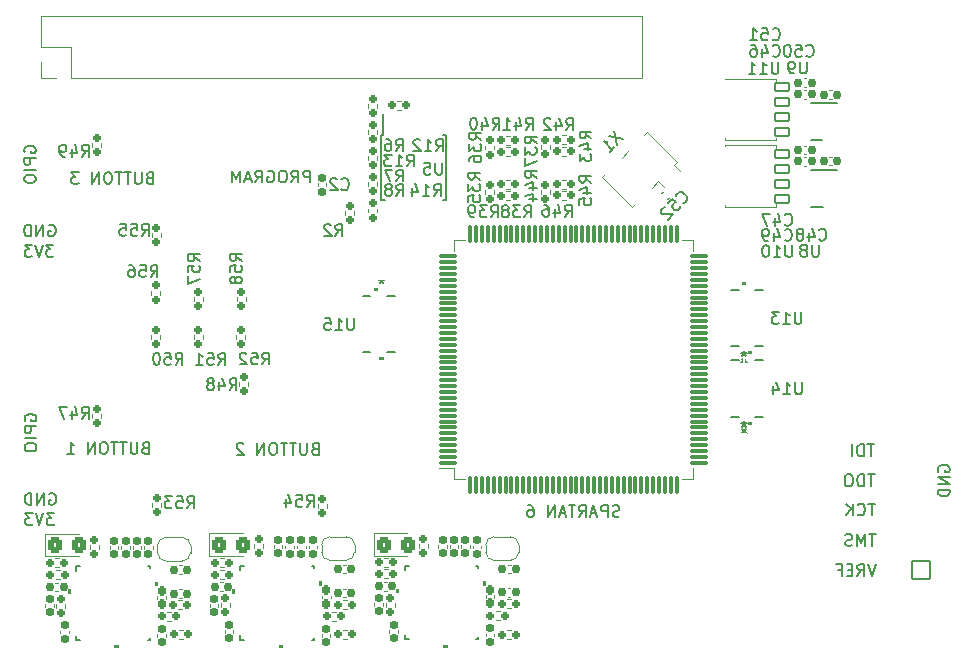
<source format=gbo>
%TF.GenerationSoftware,KiCad,Pcbnew,8.0.2*%
%TF.CreationDate,2024-09-16T20:23:21-04:00*%
%TF.ProjectId,fpga,66706761-2e6b-4696-9361-645f70636258,rev?*%
%TF.SameCoordinates,Original*%
%TF.FileFunction,Legend,Bot*%
%TF.FilePolarity,Positive*%
%FSLAX46Y46*%
G04 Gerber Fmt 4.6, Leading zero omitted, Abs format (unit mm)*
G04 Created by KiCad (PCBNEW 8.0.2) date 2024-09-16 20:23:21*
%MOMM*%
%LPD*%
G01*
G04 APERTURE LIST*
G04 Aperture macros list*
%AMRoundRect*
0 Rectangle with rounded corners*
0 $1 Rounding radius*
0 $2 $3 $4 $5 $6 $7 $8 $9 X,Y pos of 4 corners*
0 Add a 4 corners polygon primitive as box body*
4,1,4,$2,$3,$4,$5,$6,$7,$8,$9,$2,$3,0*
0 Add four circle primitives for the rounded corners*
1,1,$1+$1,$2,$3*
1,1,$1+$1,$4,$5*
1,1,$1+$1,$6,$7*
1,1,$1+$1,$8,$9*
0 Add four rect primitives between the rounded corners*
20,1,$1+$1,$2,$3,$4,$5,0*
20,1,$1+$1,$4,$5,$6,$7,0*
20,1,$1+$1,$6,$7,$8,$9,0*
20,1,$1+$1,$8,$9,$2,$3,0*%
%AMRotRect*
0 Rectangle, with rotation*
0 The origin of the aperture is its center*
0 $1 length*
0 $2 width*
0 $3 Rotation angle, in degrees counterclockwise*
0 Add horizontal line*
21,1,$1,$2,0,0,$3*%
%AMFreePoly0*
4,1,21,3.024497,2.399497,3.045000,2.350000,3.045000,-2.350000,3.024497,-2.399497,2.975000,-2.420000,1.425000,-2.420000,1.375503,-2.399497,1.355000,-2.350000,1.355000,-2.170000,-1.650000,-2.170000,-1.699497,-2.149497,-1.720000,-2.100000,-1.720000,2.100000,-1.699497,2.149497,-1.650000,2.170000,1.355000,2.170000,1.355000,2.350000,1.375503,2.399497,1.425000,2.420000,2.975000,2.420000,
3.024497,2.399497,3.024497,2.399497,$1*%
%AMFreePoly1*
4,1,19,0.500000,-0.750000,0.000000,-0.750000,0.000000,-0.744911,-0.071157,-0.744911,-0.207708,-0.704816,-0.327430,-0.627875,-0.420627,-0.520320,-0.479746,-0.390866,-0.500000,-0.250000,-0.500000,0.250000,-0.479746,0.390866,-0.420627,0.520320,-0.327430,0.627875,-0.207708,0.704816,-0.071157,0.744911,0.000000,0.744911,0.000000,0.750000,0.500000,0.750000,0.500000,-0.750000,0.500000,-0.750000,
$1*%
%AMFreePoly2*
4,1,19,0.000000,0.744911,0.071157,0.744911,0.207708,0.704816,0.327430,0.627875,0.420627,0.520320,0.479746,0.390866,0.500000,0.250000,0.500000,-0.250000,0.479746,-0.390866,0.420627,-0.520320,0.327430,-0.627875,0.207708,-0.704816,0.071157,-0.744911,0.000000,-0.744911,0.000000,-0.750000,-0.500000,-0.750000,-0.500000,0.750000,0.000000,0.750000,0.000000,0.744911,0.000000,0.744911,
$1*%
G04 Aperture macros list end*
%ADD10C,0.150000*%
%ADD11C,0.120000*%
%ADD12C,0.152400*%
%ADD13C,0.000000*%
%ADD14C,0.200000*%
%ADD15C,1.450000*%
%ADD16C,6.000000*%
%ADD17C,2.000000*%
%ADD18RotRect,0.900000X2.000000X278.000000*%
%ADD19RoundRect,1.025000X-1.157677X0.872372X-0.872372X-1.157677X1.157677X-0.872372X0.872372X1.157677X0*%
%ADD20C,4.100000*%
%ADD21RotRect,2.300000X1.300000X278.000000*%
%ADD22R,1.700000X1.700000*%
%ADD23O,1.700000X1.700000*%
%ADD24RoundRect,0.102000X0.754000X-0.754000X0.754000X0.754000X-0.754000X0.754000X-0.754000X-0.754000X0*%
%ADD25C,1.712000*%
%ADD26O,1.600000X0.900000*%
%ADD27RoundRect,0.155000X-0.212500X-0.155000X0.212500X-0.155000X0.212500X0.155000X-0.212500X0.155000X0*%
%ADD28RoundRect,0.160000X-0.197500X-0.160000X0.197500X-0.160000X0.197500X0.160000X-0.197500X0.160000X0*%
%ADD29RoundRect,0.160000X0.197500X0.160000X-0.197500X0.160000X-0.197500X-0.160000X0.197500X-0.160000X0*%
%ADD30RoundRect,0.155000X0.155000X-0.212500X0.155000X0.212500X-0.155000X0.212500X-0.155000X-0.212500X0*%
%ADD31RoundRect,0.160000X-0.160000X0.197500X-0.160000X-0.197500X0.160000X-0.197500X0.160000X0.197500X0*%
%ADD32R,0.254000X0.812800*%
%ADD33R,0.812800X0.254000*%
%ADD34R,0.990600X2.895600*%
%ADD35RoundRect,0.070000X-0.575000X0.350000X-0.575000X-0.350000X0.575000X-0.350000X0.575000X0.350000X0*%
%ADD36FreePoly0,180.000000*%
%ADD37R,1.000000X0.599999*%
%ADD38R,0.304800X0.711200*%
%ADD39R,2.649000X2.089194*%
%ADD40R,0.711200X0.304800*%
%ADD41R,2.641600X2.336800*%
%ADD42R,2.006600X0.685800*%
%ADD43R,2.211400X4.700000*%
%ADD44RoundRect,0.160000X0.160000X-0.197500X0.160000X0.197500X-0.160000X0.197500X-0.160000X-0.197500X0*%
%ADD45RoundRect,0.155000X-0.155000X0.212500X-0.155000X-0.212500X0.155000X-0.212500X0.155000X0.212500X0*%
%ADD46FreePoly1,180.000000*%
%ADD47FreePoly2,180.000000*%
%ADD48RoundRect,0.160000X0.160000X-0.222500X0.160000X0.222500X-0.160000X0.222500X-0.160000X-0.222500X0*%
%ADD49R,0.650000X1.700000*%
%ADD50RoundRect,0.250000X-0.325000X-0.450000X0.325000X-0.450000X0.325000X0.450000X-0.325000X0.450000X0*%
%ADD51RotRect,1.540000X1.800000X225.000000*%
%ADD52RoundRect,0.075000X-0.662500X-0.075000X0.662500X-0.075000X0.662500X0.075000X-0.662500X0.075000X0*%
%ADD53RoundRect,0.075000X-0.075000X-0.662500X0.075000X-0.662500X0.075000X0.662500X-0.075000X0.662500X0*%
%ADD54RoundRect,0.155000X-0.040659X-0.259862X0.259862X0.040659X0.040659X0.259862X-0.259862X-0.040659X0*%
G04 APERTURE END LIST*
D10*
X67906658Y-54241819D02*
X67287611Y-54241819D01*
X67287611Y-54241819D02*
X67620944Y-54622771D01*
X67620944Y-54622771D02*
X67478087Y-54622771D01*
X67478087Y-54622771D02*
X67382849Y-54670390D01*
X67382849Y-54670390D02*
X67335230Y-54718009D01*
X67335230Y-54718009D02*
X67287611Y-54813247D01*
X67287611Y-54813247D02*
X67287611Y-55051342D01*
X67287611Y-55051342D02*
X67335230Y-55146580D01*
X67335230Y-55146580D02*
X67382849Y-55194200D01*
X67382849Y-55194200D02*
X67478087Y-55241819D01*
X67478087Y-55241819D02*
X67763801Y-55241819D01*
X67763801Y-55241819D02*
X67859039Y-55194200D01*
X67859039Y-55194200D02*
X67906658Y-55146580D01*
X67001896Y-54241819D02*
X66668563Y-55241819D01*
X66668563Y-55241819D02*
X66335230Y-54241819D01*
X66097134Y-54241819D02*
X65478087Y-54241819D01*
X65478087Y-54241819D02*
X65811420Y-54622771D01*
X65811420Y-54622771D02*
X65668563Y-54622771D01*
X65668563Y-54622771D02*
X65573325Y-54670390D01*
X65573325Y-54670390D02*
X65525706Y-54718009D01*
X65525706Y-54718009D02*
X65478087Y-54813247D01*
X65478087Y-54813247D02*
X65478087Y-55051342D01*
X65478087Y-55051342D02*
X65525706Y-55146580D01*
X65525706Y-55146580D02*
X65573325Y-55194200D01*
X65573325Y-55194200D02*
X65668563Y-55241819D01*
X65668563Y-55241819D02*
X65954277Y-55241819D01*
X65954277Y-55241819D02*
X66049515Y-55194200D01*
X66049515Y-55194200D02*
X66097134Y-55146580D01*
X137397877Y-71132819D02*
X136826449Y-71132819D01*
X137112163Y-72132819D02*
X137112163Y-71132819D01*
X136493115Y-72132819D02*
X136493115Y-71132819D01*
X136493115Y-71132819D02*
X136255020Y-71132819D01*
X136255020Y-71132819D02*
X136112163Y-71180438D01*
X136112163Y-71180438D02*
X136016925Y-71275676D01*
X136016925Y-71275676D02*
X135969306Y-71370914D01*
X135969306Y-71370914D02*
X135921687Y-71561390D01*
X135921687Y-71561390D02*
X135921687Y-71704247D01*
X135921687Y-71704247D02*
X135969306Y-71894723D01*
X135969306Y-71894723D02*
X136016925Y-71989961D01*
X136016925Y-71989961D02*
X136112163Y-72085200D01*
X136112163Y-72085200D02*
X136255020Y-72132819D01*
X136255020Y-72132819D02*
X136493115Y-72132819D01*
X135493115Y-72132819D02*
X135493115Y-71132819D01*
X142833838Y-73428388D02*
X142786219Y-73333150D01*
X142786219Y-73333150D02*
X142786219Y-73190293D01*
X142786219Y-73190293D02*
X142833838Y-73047436D01*
X142833838Y-73047436D02*
X142929076Y-72952198D01*
X142929076Y-72952198D02*
X143024314Y-72904579D01*
X143024314Y-72904579D02*
X143214790Y-72856960D01*
X143214790Y-72856960D02*
X143357647Y-72856960D01*
X143357647Y-72856960D02*
X143548123Y-72904579D01*
X143548123Y-72904579D02*
X143643361Y-72952198D01*
X143643361Y-72952198D02*
X143738600Y-73047436D01*
X143738600Y-73047436D02*
X143786219Y-73190293D01*
X143786219Y-73190293D02*
X143786219Y-73285531D01*
X143786219Y-73285531D02*
X143738600Y-73428388D01*
X143738600Y-73428388D02*
X143690980Y-73476007D01*
X143690980Y-73476007D02*
X143357647Y-73476007D01*
X143357647Y-73476007D02*
X143357647Y-73285531D01*
X143786219Y-73904579D02*
X142786219Y-73904579D01*
X142786219Y-73904579D02*
X143786219Y-74476007D01*
X143786219Y-74476007D02*
X142786219Y-74476007D01*
X143786219Y-74952198D02*
X142786219Y-74952198D01*
X142786219Y-74952198D02*
X142786219Y-75190293D01*
X142786219Y-75190293D02*
X142833838Y-75333150D01*
X142833838Y-75333150D02*
X142929076Y-75428388D01*
X142929076Y-75428388D02*
X143024314Y-75476007D01*
X143024314Y-75476007D02*
X143214790Y-75523626D01*
X143214790Y-75523626D02*
X143357647Y-75523626D01*
X143357647Y-75523626D02*
X143548123Y-75476007D01*
X143548123Y-75476007D02*
X143643361Y-75428388D01*
X143643361Y-75428388D02*
X143738600Y-75333150D01*
X143738600Y-75333150D02*
X143786219Y-75190293D01*
X143786219Y-75190293D02*
X143786219Y-74952198D01*
X115814239Y-77216000D02*
X115671382Y-77263619D01*
X115671382Y-77263619D02*
X115433287Y-77263619D01*
X115433287Y-77263619D02*
X115338049Y-77216000D01*
X115338049Y-77216000D02*
X115290430Y-77168380D01*
X115290430Y-77168380D02*
X115242811Y-77073142D01*
X115242811Y-77073142D02*
X115242811Y-76977904D01*
X115242811Y-76977904D02*
X115290430Y-76882666D01*
X115290430Y-76882666D02*
X115338049Y-76835047D01*
X115338049Y-76835047D02*
X115433287Y-76787428D01*
X115433287Y-76787428D02*
X115623763Y-76739809D01*
X115623763Y-76739809D02*
X115719001Y-76692190D01*
X115719001Y-76692190D02*
X115766620Y-76644571D01*
X115766620Y-76644571D02*
X115814239Y-76549333D01*
X115814239Y-76549333D02*
X115814239Y-76454095D01*
X115814239Y-76454095D02*
X115766620Y-76358857D01*
X115766620Y-76358857D02*
X115719001Y-76311238D01*
X115719001Y-76311238D02*
X115623763Y-76263619D01*
X115623763Y-76263619D02*
X115385668Y-76263619D01*
X115385668Y-76263619D02*
X115242811Y-76311238D01*
X114814239Y-77263619D02*
X114814239Y-76263619D01*
X114814239Y-76263619D02*
X114433287Y-76263619D01*
X114433287Y-76263619D02*
X114338049Y-76311238D01*
X114338049Y-76311238D02*
X114290430Y-76358857D01*
X114290430Y-76358857D02*
X114242811Y-76454095D01*
X114242811Y-76454095D02*
X114242811Y-76596952D01*
X114242811Y-76596952D02*
X114290430Y-76692190D01*
X114290430Y-76692190D02*
X114338049Y-76739809D01*
X114338049Y-76739809D02*
X114433287Y-76787428D01*
X114433287Y-76787428D02*
X114814239Y-76787428D01*
X113861858Y-76977904D02*
X113385668Y-76977904D01*
X113957096Y-77263619D02*
X113623763Y-76263619D01*
X113623763Y-76263619D02*
X113290430Y-77263619D01*
X112385668Y-77263619D02*
X112719001Y-76787428D01*
X112957096Y-77263619D02*
X112957096Y-76263619D01*
X112957096Y-76263619D02*
X112576144Y-76263619D01*
X112576144Y-76263619D02*
X112480906Y-76311238D01*
X112480906Y-76311238D02*
X112433287Y-76358857D01*
X112433287Y-76358857D02*
X112385668Y-76454095D01*
X112385668Y-76454095D02*
X112385668Y-76596952D01*
X112385668Y-76596952D02*
X112433287Y-76692190D01*
X112433287Y-76692190D02*
X112480906Y-76739809D01*
X112480906Y-76739809D02*
X112576144Y-76787428D01*
X112576144Y-76787428D02*
X112957096Y-76787428D01*
X112099953Y-76263619D02*
X111528525Y-76263619D01*
X111814239Y-77263619D02*
X111814239Y-76263619D01*
X111242810Y-76977904D02*
X110766620Y-76977904D01*
X111338048Y-77263619D02*
X111004715Y-76263619D01*
X111004715Y-76263619D02*
X110671382Y-77263619D01*
X110338048Y-77263619D02*
X110338048Y-76263619D01*
X110338048Y-76263619D02*
X109766620Y-77263619D01*
X109766620Y-77263619D02*
X109766620Y-76263619D01*
X108099953Y-76263619D02*
X108290429Y-76263619D01*
X108290429Y-76263619D02*
X108385667Y-76311238D01*
X108385667Y-76311238D02*
X108433286Y-76358857D01*
X108433286Y-76358857D02*
X108528524Y-76501714D01*
X108528524Y-76501714D02*
X108576143Y-76692190D01*
X108576143Y-76692190D02*
X108576143Y-77073142D01*
X108576143Y-77073142D02*
X108528524Y-77168380D01*
X108528524Y-77168380D02*
X108480905Y-77216000D01*
X108480905Y-77216000D02*
X108385667Y-77263619D01*
X108385667Y-77263619D02*
X108195191Y-77263619D01*
X108195191Y-77263619D02*
X108099953Y-77216000D01*
X108099953Y-77216000D02*
X108052334Y-77168380D01*
X108052334Y-77168380D02*
X108004715Y-77073142D01*
X108004715Y-77073142D02*
X108004715Y-76835047D01*
X108004715Y-76835047D02*
X108052334Y-76739809D01*
X108052334Y-76739809D02*
X108099953Y-76692190D01*
X108099953Y-76692190D02*
X108195191Y-76644571D01*
X108195191Y-76644571D02*
X108385667Y-76644571D01*
X108385667Y-76644571D02*
X108480905Y-76692190D01*
X108480905Y-76692190D02*
X108528524Y-76739809D01*
X108528524Y-76739809D02*
X108576143Y-76835047D01*
X75682287Y-71405809D02*
X75539430Y-71453428D01*
X75539430Y-71453428D02*
X75491811Y-71501047D01*
X75491811Y-71501047D02*
X75444192Y-71596285D01*
X75444192Y-71596285D02*
X75444192Y-71739142D01*
X75444192Y-71739142D02*
X75491811Y-71834380D01*
X75491811Y-71834380D02*
X75539430Y-71882000D01*
X75539430Y-71882000D02*
X75634668Y-71929619D01*
X75634668Y-71929619D02*
X76015620Y-71929619D01*
X76015620Y-71929619D02*
X76015620Y-70929619D01*
X76015620Y-70929619D02*
X75682287Y-70929619D01*
X75682287Y-70929619D02*
X75587049Y-70977238D01*
X75587049Y-70977238D02*
X75539430Y-71024857D01*
X75539430Y-71024857D02*
X75491811Y-71120095D01*
X75491811Y-71120095D02*
X75491811Y-71215333D01*
X75491811Y-71215333D02*
X75539430Y-71310571D01*
X75539430Y-71310571D02*
X75587049Y-71358190D01*
X75587049Y-71358190D02*
X75682287Y-71405809D01*
X75682287Y-71405809D02*
X76015620Y-71405809D01*
X75015620Y-70929619D02*
X75015620Y-71739142D01*
X75015620Y-71739142D02*
X74968001Y-71834380D01*
X74968001Y-71834380D02*
X74920382Y-71882000D01*
X74920382Y-71882000D02*
X74825144Y-71929619D01*
X74825144Y-71929619D02*
X74634668Y-71929619D01*
X74634668Y-71929619D02*
X74539430Y-71882000D01*
X74539430Y-71882000D02*
X74491811Y-71834380D01*
X74491811Y-71834380D02*
X74444192Y-71739142D01*
X74444192Y-71739142D02*
X74444192Y-70929619D01*
X74110858Y-70929619D02*
X73539430Y-70929619D01*
X73825144Y-71929619D02*
X73825144Y-70929619D01*
X73348953Y-70929619D02*
X72777525Y-70929619D01*
X73063239Y-71929619D02*
X73063239Y-70929619D01*
X72253715Y-70929619D02*
X72063239Y-70929619D01*
X72063239Y-70929619D02*
X71968001Y-70977238D01*
X71968001Y-70977238D02*
X71872763Y-71072476D01*
X71872763Y-71072476D02*
X71825144Y-71262952D01*
X71825144Y-71262952D02*
X71825144Y-71596285D01*
X71825144Y-71596285D02*
X71872763Y-71786761D01*
X71872763Y-71786761D02*
X71968001Y-71882000D01*
X71968001Y-71882000D02*
X72063239Y-71929619D01*
X72063239Y-71929619D02*
X72253715Y-71929619D01*
X72253715Y-71929619D02*
X72348953Y-71882000D01*
X72348953Y-71882000D02*
X72444191Y-71786761D01*
X72444191Y-71786761D02*
X72491810Y-71596285D01*
X72491810Y-71596285D02*
X72491810Y-71262952D01*
X72491810Y-71262952D02*
X72444191Y-71072476D01*
X72444191Y-71072476D02*
X72348953Y-70977238D01*
X72348953Y-70977238D02*
X72253715Y-70929619D01*
X71396572Y-71929619D02*
X71396572Y-70929619D01*
X71396572Y-70929619D02*
X70825144Y-71929619D01*
X70825144Y-71929619D02*
X70825144Y-70929619D01*
X69063239Y-71929619D02*
X69634667Y-71929619D01*
X69348953Y-71929619D02*
X69348953Y-70929619D01*
X69348953Y-70929619D02*
X69444191Y-71072476D01*
X69444191Y-71072476D02*
X69539429Y-71167714D01*
X69539429Y-71167714D02*
X69634667Y-71215333D01*
X137550277Y-81267419D02*
X137216944Y-82267419D01*
X137216944Y-82267419D02*
X136883611Y-81267419D01*
X135978849Y-82267419D02*
X136312182Y-81791228D01*
X136550277Y-82267419D02*
X136550277Y-81267419D01*
X136550277Y-81267419D02*
X136169325Y-81267419D01*
X136169325Y-81267419D02*
X136074087Y-81315038D01*
X136074087Y-81315038D02*
X136026468Y-81362657D01*
X136026468Y-81362657D02*
X135978849Y-81457895D01*
X135978849Y-81457895D02*
X135978849Y-81600752D01*
X135978849Y-81600752D02*
X136026468Y-81695990D01*
X136026468Y-81695990D02*
X136074087Y-81743609D01*
X136074087Y-81743609D02*
X136169325Y-81791228D01*
X136169325Y-81791228D02*
X136550277Y-81791228D01*
X135550277Y-81743609D02*
X135216944Y-81743609D01*
X135074087Y-82267419D02*
X135550277Y-82267419D01*
X135550277Y-82267419D02*
X135550277Y-81267419D01*
X135550277Y-81267419D02*
X135074087Y-81267419D01*
X134312182Y-81743609D02*
X134645515Y-81743609D01*
X134645515Y-82267419D02*
X134645515Y-81267419D01*
X134645515Y-81267419D02*
X134169325Y-81267419D01*
X137474077Y-76136619D02*
X136902649Y-76136619D01*
X137188363Y-77136619D02*
X137188363Y-76136619D01*
X135997887Y-77041380D02*
X136045506Y-77089000D01*
X136045506Y-77089000D02*
X136188363Y-77136619D01*
X136188363Y-77136619D02*
X136283601Y-77136619D01*
X136283601Y-77136619D02*
X136426458Y-77089000D01*
X136426458Y-77089000D02*
X136521696Y-76993761D01*
X136521696Y-76993761D02*
X136569315Y-76898523D01*
X136569315Y-76898523D02*
X136616934Y-76708047D01*
X136616934Y-76708047D02*
X136616934Y-76565190D01*
X136616934Y-76565190D02*
X136569315Y-76374714D01*
X136569315Y-76374714D02*
X136521696Y-76279476D01*
X136521696Y-76279476D02*
X136426458Y-76184238D01*
X136426458Y-76184238D02*
X136283601Y-76136619D01*
X136283601Y-76136619D02*
X136188363Y-76136619D01*
X136188363Y-76136619D02*
X136045506Y-76184238D01*
X136045506Y-76184238D02*
X135997887Y-76231857D01*
X135569315Y-77136619D02*
X135569315Y-76136619D01*
X134997887Y-77136619D02*
X135426458Y-76565190D01*
X134997887Y-76136619D02*
X135569315Y-76708047D01*
X90033287Y-71482009D02*
X89890430Y-71529628D01*
X89890430Y-71529628D02*
X89842811Y-71577247D01*
X89842811Y-71577247D02*
X89795192Y-71672485D01*
X89795192Y-71672485D02*
X89795192Y-71815342D01*
X89795192Y-71815342D02*
X89842811Y-71910580D01*
X89842811Y-71910580D02*
X89890430Y-71958200D01*
X89890430Y-71958200D02*
X89985668Y-72005819D01*
X89985668Y-72005819D02*
X90366620Y-72005819D01*
X90366620Y-72005819D02*
X90366620Y-71005819D01*
X90366620Y-71005819D02*
X90033287Y-71005819D01*
X90033287Y-71005819D02*
X89938049Y-71053438D01*
X89938049Y-71053438D02*
X89890430Y-71101057D01*
X89890430Y-71101057D02*
X89842811Y-71196295D01*
X89842811Y-71196295D02*
X89842811Y-71291533D01*
X89842811Y-71291533D02*
X89890430Y-71386771D01*
X89890430Y-71386771D02*
X89938049Y-71434390D01*
X89938049Y-71434390D02*
X90033287Y-71482009D01*
X90033287Y-71482009D02*
X90366620Y-71482009D01*
X89366620Y-71005819D02*
X89366620Y-71815342D01*
X89366620Y-71815342D02*
X89319001Y-71910580D01*
X89319001Y-71910580D02*
X89271382Y-71958200D01*
X89271382Y-71958200D02*
X89176144Y-72005819D01*
X89176144Y-72005819D02*
X88985668Y-72005819D01*
X88985668Y-72005819D02*
X88890430Y-71958200D01*
X88890430Y-71958200D02*
X88842811Y-71910580D01*
X88842811Y-71910580D02*
X88795192Y-71815342D01*
X88795192Y-71815342D02*
X88795192Y-71005819D01*
X88461858Y-71005819D02*
X87890430Y-71005819D01*
X88176144Y-72005819D02*
X88176144Y-71005819D01*
X87699953Y-71005819D02*
X87128525Y-71005819D01*
X87414239Y-72005819D02*
X87414239Y-71005819D01*
X86604715Y-71005819D02*
X86414239Y-71005819D01*
X86414239Y-71005819D02*
X86319001Y-71053438D01*
X86319001Y-71053438D02*
X86223763Y-71148676D01*
X86223763Y-71148676D02*
X86176144Y-71339152D01*
X86176144Y-71339152D02*
X86176144Y-71672485D01*
X86176144Y-71672485D02*
X86223763Y-71862961D01*
X86223763Y-71862961D02*
X86319001Y-71958200D01*
X86319001Y-71958200D02*
X86414239Y-72005819D01*
X86414239Y-72005819D02*
X86604715Y-72005819D01*
X86604715Y-72005819D02*
X86699953Y-71958200D01*
X86699953Y-71958200D02*
X86795191Y-71862961D01*
X86795191Y-71862961D02*
X86842810Y-71672485D01*
X86842810Y-71672485D02*
X86842810Y-71339152D01*
X86842810Y-71339152D02*
X86795191Y-71148676D01*
X86795191Y-71148676D02*
X86699953Y-71053438D01*
X86699953Y-71053438D02*
X86604715Y-71005819D01*
X85747572Y-72005819D02*
X85747572Y-71005819D01*
X85747572Y-71005819D02*
X85176144Y-72005819D01*
X85176144Y-72005819D02*
X85176144Y-71005819D01*
X83985667Y-71101057D02*
X83938048Y-71053438D01*
X83938048Y-71053438D02*
X83842810Y-71005819D01*
X83842810Y-71005819D02*
X83604715Y-71005819D01*
X83604715Y-71005819D02*
X83509477Y-71053438D01*
X83509477Y-71053438D02*
X83461858Y-71101057D01*
X83461858Y-71101057D02*
X83414239Y-71196295D01*
X83414239Y-71196295D02*
X83414239Y-71291533D01*
X83414239Y-71291533D02*
X83461858Y-71434390D01*
X83461858Y-71434390D02*
X84033286Y-72005819D01*
X84033286Y-72005819D02*
X83414239Y-72005819D01*
X67957458Y-76974819D02*
X67338411Y-76974819D01*
X67338411Y-76974819D02*
X67671744Y-77355771D01*
X67671744Y-77355771D02*
X67528887Y-77355771D01*
X67528887Y-77355771D02*
X67433649Y-77403390D01*
X67433649Y-77403390D02*
X67386030Y-77451009D01*
X67386030Y-77451009D02*
X67338411Y-77546247D01*
X67338411Y-77546247D02*
X67338411Y-77784342D01*
X67338411Y-77784342D02*
X67386030Y-77879580D01*
X67386030Y-77879580D02*
X67433649Y-77927200D01*
X67433649Y-77927200D02*
X67528887Y-77974819D01*
X67528887Y-77974819D02*
X67814601Y-77974819D01*
X67814601Y-77974819D02*
X67909839Y-77927200D01*
X67909839Y-77927200D02*
X67957458Y-77879580D01*
X67052696Y-76974819D02*
X66719363Y-77974819D01*
X66719363Y-77974819D02*
X66386030Y-76974819D01*
X66147934Y-76974819D02*
X65528887Y-76974819D01*
X65528887Y-76974819D02*
X65862220Y-77355771D01*
X65862220Y-77355771D02*
X65719363Y-77355771D01*
X65719363Y-77355771D02*
X65624125Y-77403390D01*
X65624125Y-77403390D02*
X65576506Y-77451009D01*
X65576506Y-77451009D02*
X65528887Y-77546247D01*
X65528887Y-77546247D02*
X65528887Y-77784342D01*
X65528887Y-77784342D02*
X65576506Y-77879580D01*
X65576506Y-77879580D02*
X65624125Y-77927200D01*
X65624125Y-77927200D02*
X65719363Y-77974819D01*
X65719363Y-77974819D02*
X66005077Y-77974819D01*
X66005077Y-77974819D02*
X66100315Y-77927200D01*
X66100315Y-77927200D02*
X66147934Y-77879580D01*
X65465438Y-46402788D02*
X65417819Y-46307550D01*
X65417819Y-46307550D02*
X65417819Y-46164693D01*
X65417819Y-46164693D02*
X65465438Y-46021836D01*
X65465438Y-46021836D02*
X65560676Y-45926598D01*
X65560676Y-45926598D02*
X65655914Y-45878979D01*
X65655914Y-45878979D02*
X65846390Y-45831360D01*
X65846390Y-45831360D02*
X65989247Y-45831360D01*
X65989247Y-45831360D02*
X66179723Y-45878979D01*
X66179723Y-45878979D02*
X66274961Y-45926598D01*
X66274961Y-45926598D02*
X66370200Y-46021836D01*
X66370200Y-46021836D02*
X66417819Y-46164693D01*
X66417819Y-46164693D02*
X66417819Y-46259931D01*
X66417819Y-46259931D02*
X66370200Y-46402788D01*
X66370200Y-46402788D02*
X66322580Y-46450407D01*
X66322580Y-46450407D02*
X65989247Y-46450407D01*
X65989247Y-46450407D02*
X65989247Y-46259931D01*
X66417819Y-46878979D02*
X65417819Y-46878979D01*
X65417819Y-46878979D02*
X65417819Y-47259931D01*
X65417819Y-47259931D02*
X65465438Y-47355169D01*
X65465438Y-47355169D02*
X65513057Y-47402788D01*
X65513057Y-47402788D02*
X65608295Y-47450407D01*
X65608295Y-47450407D02*
X65751152Y-47450407D01*
X65751152Y-47450407D02*
X65846390Y-47402788D01*
X65846390Y-47402788D02*
X65894009Y-47355169D01*
X65894009Y-47355169D02*
X65941628Y-47259931D01*
X65941628Y-47259931D02*
X65941628Y-46878979D01*
X66417819Y-47878979D02*
X65417819Y-47878979D01*
X65417819Y-48545645D02*
X65417819Y-48736121D01*
X65417819Y-48736121D02*
X65465438Y-48831359D01*
X65465438Y-48831359D02*
X65560676Y-48926597D01*
X65560676Y-48926597D02*
X65751152Y-48974216D01*
X65751152Y-48974216D02*
X66084485Y-48974216D01*
X66084485Y-48974216D02*
X66274961Y-48926597D01*
X66274961Y-48926597D02*
X66370200Y-48831359D01*
X66370200Y-48831359D02*
X66417819Y-48736121D01*
X66417819Y-48736121D02*
X66417819Y-48545645D01*
X66417819Y-48545645D02*
X66370200Y-48450407D01*
X66370200Y-48450407D02*
X66274961Y-48355169D01*
X66274961Y-48355169D02*
X66084485Y-48307550D01*
X66084485Y-48307550D02*
X65751152Y-48307550D01*
X65751152Y-48307550D02*
X65560676Y-48355169D01*
X65560676Y-48355169D02*
X65465438Y-48450407D01*
X65465438Y-48450407D02*
X65417819Y-48545645D01*
X137423277Y-73672819D02*
X136851849Y-73672819D01*
X137137563Y-74672819D02*
X137137563Y-73672819D01*
X136518515Y-74672819D02*
X136518515Y-73672819D01*
X136518515Y-73672819D02*
X136280420Y-73672819D01*
X136280420Y-73672819D02*
X136137563Y-73720438D01*
X136137563Y-73720438D02*
X136042325Y-73815676D01*
X136042325Y-73815676D02*
X135994706Y-73910914D01*
X135994706Y-73910914D02*
X135947087Y-74101390D01*
X135947087Y-74101390D02*
X135947087Y-74244247D01*
X135947087Y-74244247D02*
X135994706Y-74434723D01*
X135994706Y-74434723D02*
X136042325Y-74529961D01*
X136042325Y-74529961D02*
X136137563Y-74625200D01*
X136137563Y-74625200D02*
X136280420Y-74672819D01*
X136280420Y-74672819D02*
X136518515Y-74672819D01*
X135328039Y-73672819D02*
X135137563Y-73672819D01*
X135137563Y-73672819D02*
X135042325Y-73720438D01*
X135042325Y-73720438D02*
X134947087Y-73815676D01*
X134947087Y-73815676D02*
X134899468Y-74006152D01*
X134899468Y-74006152D02*
X134899468Y-74339485D01*
X134899468Y-74339485D02*
X134947087Y-74529961D01*
X134947087Y-74529961D02*
X135042325Y-74625200D01*
X135042325Y-74625200D02*
X135137563Y-74672819D01*
X135137563Y-74672819D02*
X135328039Y-74672819D01*
X135328039Y-74672819D02*
X135423277Y-74625200D01*
X135423277Y-74625200D02*
X135518515Y-74529961D01*
X135518515Y-74529961D02*
X135566134Y-74339485D01*
X135566134Y-74339485D02*
X135566134Y-74006152D01*
X135566134Y-74006152D02*
X135518515Y-73815676D01*
X135518515Y-73815676D02*
X135423277Y-73720438D01*
X135423277Y-73720438D02*
X135328039Y-73672819D01*
X89604620Y-48942619D02*
X89604620Y-47942619D01*
X89604620Y-47942619D02*
X89223668Y-47942619D01*
X89223668Y-47942619D02*
X89128430Y-47990238D01*
X89128430Y-47990238D02*
X89080811Y-48037857D01*
X89080811Y-48037857D02*
X89033192Y-48133095D01*
X89033192Y-48133095D02*
X89033192Y-48275952D01*
X89033192Y-48275952D02*
X89080811Y-48371190D01*
X89080811Y-48371190D02*
X89128430Y-48418809D01*
X89128430Y-48418809D02*
X89223668Y-48466428D01*
X89223668Y-48466428D02*
X89604620Y-48466428D01*
X88033192Y-48942619D02*
X88366525Y-48466428D01*
X88604620Y-48942619D02*
X88604620Y-47942619D01*
X88604620Y-47942619D02*
X88223668Y-47942619D01*
X88223668Y-47942619D02*
X88128430Y-47990238D01*
X88128430Y-47990238D02*
X88080811Y-48037857D01*
X88080811Y-48037857D02*
X88033192Y-48133095D01*
X88033192Y-48133095D02*
X88033192Y-48275952D01*
X88033192Y-48275952D02*
X88080811Y-48371190D01*
X88080811Y-48371190D02*
X88128430Y-48418809D01*
X88128430Y-48418809D02*
X88223668Y-48466428D01*
X88223668Y-48466428D02*
X88604620Y-48466428D01*
X87414144Y-47942619D02*
X87223668Y-47942619D01*
X87223668Y-47942619D02*
X87128430Y-47990238D01*
X87128430Y-47990238D02*
X87033192Y-48085476D01*
X87033192Y-48085476D02*
X86985573Y-48275952D01*
X86985573Y-48275952D02*
X86985573Y-48609285D01*
X86985573Y-48609285D02*
X87033192Y-48799761D01*
X87033192Y-48799761D02*
X87128430Y-48895000D01*
X87128430Y-48895000D02*
X87223668Y-48942619D01*
X87223668Y-48942619D02*
X87414144Y-48942619D01*
X87414144Y-48942619D02*
X87509382Y-48895000D01*
X87509382Y-48895000D02*
X87604620Y-48799761D01*
X87604620Y-48799761D02*
X87652239Y-48609285D01*
X87652239Y-48609285D02*
X87652239Y-48275952D01*
X87652239Y-48275952D02*
X87604620Y-48085476D01*
X87604620Y-48085476D02*
X87509382Y-47990238D01*
X87509382Y-47990238D02*
X87414144Y-47942619D01*
X86033192Y-47990238D02*
X86128430Y-47942619D01*
X86128430Y-47942619D02*
X86271287Y-47942619D01*
X86271287Y-47942619D02*
X86414144Y-47990238D01*
X86414144Y-47990238D02*
X86509382Y-48085476D01*
X86509382Y-48085476D02*
X86557001Y-48180714D01*
X86557001Y-48180714D02*
X86604620Y-48371190D01*
X86604620Y-48371190D02*
X86604620Y-48514047D01*
X86604620Y-48514047D02*
X86557001Y-48704523D01*
X86557001Y-48704523D02*
X86509382Y-48799761D01*
X86509382Y-48799761D02*
X86414144Y-48895000D01*
X86414144Y-48895000D02*
X86271287Y-48942619D01*
X86271287Y-48942619D02*
X86176049Y-48942619D01*
X86176049Y-48942619D02*
X86033192Y-48895000D01*
X86033192Y-48895000D02*
X85985573Y-48847380D01*
X85985573Y-48847380D02*
X85985573Y-48514047D01*
X85985573Y-48514047D02*
X86176049Y-48514047D01*
X84985573Y-48942619D02*
X85318906Y-48466428D01*
X85557001Y-48942619D02*
X85557001Y-47942619D01*
X85557001Y-47942619D02*
X85176049Y-47942619D01*
X85176049Y-47942619D02*
X85080811Y-47990238D01*
X85080811Y-47990238D02*
X85033192Y-48037857D01*
X85033192Y-48037857D02*
X84985573Y-48133095D01*
X84985573Y-48133095D02*
X84985573Y-48275952D01*
X84985573Y-48275952D02*
X85033192Y-48371190D01*
X85033192Y-48371190D02*
X85080811Y-48418809D01*
X85080811Y-48418809D02*
X85176049Y-48466428D01*
X85176049Y-48466428D02*
X85557001Y-48466428D01*
X84604620Y-48656904D02*
X84128430Y-48656904D01*
X84699858Y-48942619D02*
X84366525Y-47942619D01*
X84366525Y-47942619D02*
X84033192Y-48942619D01*
X83699858Y-48942619D02*
X83699858Y-47942619D01*
X83699858Y-47942619D02*
X83366525Y-48656904D01*
X83366525Y-48656904D02*
X83033192Y-47942619D01*
X83033192Y-47942619D02*
X83033192Y-48942619D01*
X65516238Y-69135788D02*
X65468619Y-69040550D01*
X65468619Y-69040550D02*
X65468619Y-68897693D01*
X65468619Y-68897693D02*
X65516238Y-68754836D01*
X65516238Y-68754836D02*
X65611476Y-68659598D01*
X65611476Y-68659598D02*
X65706714Y-68611979D01*
X65706714Y-68611979D02*
X65897190Y-68564360D01*
X65897190Y-68564360D02*
X66040047Y-68564360D01*
X66040047Y-68564360D02*
X66230523Y-68611979D01*
X66230523Y-68611979D02*
X66325761Y-68659598D01*
X66325761Y-68659598D02*
X66421000Y-68754836D01*
X66421000Y-68754836D02*
X66468619Y-68897693D01*
X66468619Y-68897693D02*
X66468619Y-68992931D01*
X66468619Y-68992931D02*
X66421000Y-69135788D01*
X66421000Y-69135788D02*
X66373380Y-69183407D01*
X66373380Y-69183407D02*
X66040047Y-69183407D01*
X66040047Y-69183407D02*
X66040047Y-68992931D01*
X66468619Y-69611979D02*
X65468619Y-69611979D01*
X65468619Y-69611979D02*
X65468619Y-69992931D01*
X65468619Y-69992931D02*
X65516238Y-70088169D01*
X65516238Y-70088169D02*
X65563857Y-70135788D01*
X65563857Y-70135788D02*
X65659095Y-70183407D01*
X65659095Y-70183407D02*
X65801952Y-70183407D01*
X65801952Y-70183407D02*
X65897190Y-70135788D01*
X65897190Y-70135788D02*
X65944809Y-70088169D01*
X65944809Y-70088169D02*
X65992428Y-69992931D01*
X65992428Y-69992931D02*
X65992428Y-69611979D01*
X66468619Y-70611979D02*
X65468619Y-70611979D01*
X65468619Y-71278645D02*
X65468619Y-71469121D01*
X65468619Y-71469121D02*
X65516238Y-71564359D01*
X65516238Y-71564359D02*
X65611476Y-71659597D01*
X65611476Y-71659597D02*
X65801952Y-71707216D01*
X65801952Y-71707216D02*
X66135285Y-71707216D01*
X66135285Y-71707216D02*
X66325761Y-71659597D01*
X66325761Y-71659597D02*
X66421000Y-71564359D01*
X66421000Y-71564359D02*
X66468619Y-71469121D01*
X66468619Y-71469121D02*
X66468619Y-71278645D01*
X66468619Y-71278645D02*
X66421000Y-71183407D01*
X66421000Y-71183407D02*
X66325761Y-71088169D01*
X66325761Y-71088169D02*
X66135285Y-71040550D01*
X66135285Y-71040550D02*
X65801952Y-71040550D01*
X65801952Y-71040550D02*
X65611476Y-71088169D01*
X65611476Y-71088169D02*
X65516238Y-71183407D01*
X65516238Y-71183407D02*
X65468619Y-71278645D01*
X76037887Y-48545809D02*
X75895030Y-48593428D01*
X75895030Y-48593428D02*
X75847411Y-48641047D01*
X75847411Y-48641047D02*
X75799792Y-48736285D01*
X75799792Y-48736285D02*
X75799792Y-48879142D01*
X75799792Y-48879142D02*
X75847411Y-48974380D01*
X75847411Y-48974380D02*
X75895030Y-49022000D01*
X75895030Y-49022000D02*
X75990268Y-49069619D01*
X75990268Y-49069619D02*
X76371220Y-49069619D01*
X76371220Y-49069619D02*
X76371220Y-48069619D01*
X76371220Y-48069619D02*
X76037887Y-48069619D01*
X76037887Y-48069619D02*
X75942649Y-48117238D01*
X75942649Y-48117238D02*
X75895030Y-48164857D01*
X75895030Y-48164857D02*
X75847411Y-48260095D01*
X75847411Y-48260095D02*
X75847411Y-48355333D01*
X75847411Y-48355333D02*
X75895030Y-48450571D01*
X75895030Y-48450571D02*
X75942649Y-48498190D01*
X75942649Y-48498190D02*
X76037887Y-48545809D01*
X76037887Y-48545809D02*
X76371220Y-48545809D01*
X75371220Y-48069619D02*
X75371220Y-48879142D01*
X75371220Y-48879142D02*
X75323601Y-48974380D01*
X75323601Y-48974380D02*
X75275982Y-49022000D01*
X75275982Y-49022000D02*
X75180744Y-49069619D01*
X75180744Y-49069619D02*
X74990268Y-49069619D01*
X74990268Y-49069619D02*
X74895030Y-49022000D01*
X74895030Y-49022000D02*
X74847411Y-48974380D01*
X74847411Y-48974380D02*
X74799792Y-48879142D01*
X74799792Y-48879142D02*
X74799792Y-48069619D01*
X74466458Y-48069619D02*
X73895030Y-48069619D01*
X74180744Y-49069619D02*
X74180744Y-48069619D01*
X73704553Y-48069619D02*
X73133125Y-48069619D01*
X73418839Y-49069619D02*
X73418839Y-48069619D01*
X72609315Y-48069619D02*
X72418839Y-48069619D01*
X72418839Y-48069619D02*
X72323601Y-48117238D01*
X72323601Y-48117238D02*
X72228363Y-48212476D01*
X72228363Y-48212476D02*
X72180744Y-48402952D01*
X72180744Y-48402952D02*
X72180744Y-48736285D01*
X72180744Y-48736285D02*
X72228363Y-48926761D01*
X72228363Y-48926761D02*
X72323601Y-49022000D01*
X72323601Y-49022000D02*
X72418839Y-49069619D01*
X72418839Y-49069619D02*
X72609315Y-49069619D01*
X72609315Y-49069619D02*
X72704553Y-49022000D01*
X72704553Y-49022000D02*
X72799791Y-48926761D01*
X72799791Y-48926761D02*
X72847410Y-48736285D01*
X72847410Y-48736285D02*
X72847410Y-48402952D01*
X72847410Y-48402952D02*
X72799791Y-48212476D01*
X72799791Y-48212476D02*
X72704553Y-48117238D01*
X72704553Y-48117238D02*
X72609315Y-48069619D01*
X71752172Y-49069619D02*
X71752172Y-48069619D01*
X71752172Y-48069619D02*
X71180744Y-49069619D01*
X71180744Y-49069619D02*
X71180744Y-48069619D01*
X70037886Y-48069619D02*
X69418839Y-48069619D01*
X69418839Y-48069619D02*
X69752172Y-48450571D01*
X69752172Y-48450571D02*
X69609315Y-48450571D01*
X69609315Y-48450571D02*
X69514077Y-48498190D01*
X69514077Y-48498190D02*
X69466458Y-48545809D01*
X69466458Y-48545809D02*
X69418839Y-48641047D01*
X69418839Y-48641047D02*
X69418839Y-48879142D01*
X69418839Y-48879142D02*
X69466458Y-48974380D01*
X69466458Y-48974380D02*
X69514077Y-49022000D01*
X69514077Y-49022000D02*
X69609315Y-49069619D01*
X69609315Y-49069619D02*
X69895029Y-49069619D01*
X69895029Y-49069619D02*
X69990267Y-49022000D01*
X69990267Y-49022000D02*
X70037886Y-48974380D01*
X67567011Y-75295238D02*
X67662249Y-75247619D01*
X67662249Y-75247619D02*
X67805106Y-75247619D01*
X67805106Y-75247619D02*
X67947963Y-75295238D01*
X67947963Y-75295238D02*
X68043201Y-75390476D01*
X68043201Y-75390476D02*
X68090820Y-75485714D01*
X68090820Y-75485714D02*
X68138439Y-75676190D01*
X68138439Y-75676190D02*
X68138439Y-75819047D01*
X68138439Y-75819047D02*
X68090820Y-76009523D01*
X68090820Y-76009523D02*
X68043201Y-76104761D01*
X68043201Y-76104761D02*
X67947963Y-76200000D01*
X67947963Y-76200000D02*
X67805106Y-76247619D01*
X67805106Y-76247619D02*
X67709868Y-76247619D01*
X67709868Y-76247619D02*
X67567011Y-76200000D01*
X67567011Y-76200000D02*
X67519392Y-76152380D01*
X67519392Y-76152380D02*
X67519392Y-75819047D01*
X67519392Y-75819047D02*
X67709868Y-75819047D01*
X67090820Y-76247619D02*
X67090820Y-75247619D01*
X67090820Y-75247619D02*
X66519392Y-76247619D01*
X66519392Y-76247619D02*
X66519392Y-75247619D01*
X66043201Y-76247619D02*
X66043201Y-75247619D01*
X66043201Y-75247619D02*
X65805106Y-75247619D01*
X65805106Y-75247619D02*
X65662249Y-75295238D01*
X65662249Y-75295238D02*
X65567011Y-75390476D01*
X65567011Y-75390476D02*
X65519392Y-75485714D01*
X65519392Y-75485714D02*
X65471773Y-75676190D01*
X65471773Y-75676190D02*
X65471773Y-75819047D01*
X65471773Y-75819047D02*
X65519392Y-76009523D01*
X65519392Y-76009523D02*
X65567011Y-76104761D01*
X65567011Y-76104761D02*
X65662249Y-76200000D01*
X65662249Y-76200000D02*
X65805106Y-76247619D01*
X65805106Y-76247619D02*
X66043201Y-76247619D01*
X137524877Y-78727419D02*
X136953449Y-78727419D01*
X137239163Y-79727419D02*
X137239163Y-78727419D01*
X136620115Y-79727419D02*
X136620115Y-78727419D01*
X136620115Y-78727419D02*
X136286782Y-79441704D01*
X136286782Y-79441704D02*
X135953449Y-78727419D01*
X135953449Y-78727419D02*
X135953449Y-79727419D01*
X135524877Y-79679800D02*
X135382020Y-79727419D01*
X135382020Y-79727419D02*
X135143925Y-79727419D01*
X135143925Y-79727419D02*
X135048687Y-79679800D01*
X135048687Y-79679800D02*
X135001068Y-79632180D01*
X135001068Y-79632180D02*
X134953449Y-79536942D01*
X134953449Y-79536942D02*
X134953449Y-79441704D01*
X134953449Y-79441704D02*
X135001068Y-79346466D01*
X135001068Y-79346466D02*
X135048687Y-79298847D01*
X135048687Y-79298847D02*
X135143925Y-79251228D01*
X135143925Y-79251228D02*
X135334401Y-79203609D01*
X135334401Y-79203609D02*
X135429639Y-79155990D01*
X135429639Y-79155990D02*
X135477258Y-79108371D01*
X135477258Y-79108371D02*
X135524877Y-79013133D01*
X135524877Y-79013133D02*
X135524877Y-78917895D01*
X135524877Y-78917895D02*
X135477258Y-78822657D01*
X135477258Y-78822657D02*
X135429639Y-78775038D01*
X135429639Y-78775038D02*
X135334401Y-78727419D01*
X135334401Y-78727419D02*
X135096306Y-78727419D01*
X135096306Y-78727419D02*
X134953449Y-78775038D01*
X67516211Y-52562238D02*
X67611449Y-52514619D01*
X67611449Y-52514619D02*
X67754306Y-52514619D01*
X67754306Y-52514619D02*
X67897163Y-52562238D01*
X67897163Y-52562238D02*
X67992401Y-52657476D01*
X67992401Y-52657476D02*
X68040020Y-52752714D01*
X68040020Y-52752714D02*
X68087639Y-52943190D01*
X68087639Y-52943190D02*
X68087639Y-53086047D01*
X68087639Y-53086047D02*
X68040020Y-53276523D01*
X68040020Y-53276523D02*
X67992401Y-53371761D01*
X67992401Y-53371761D02*
X67897163Y-53467000D01*
X67897163Y-53467000D02*
X67754306Y-53514619D01*
X67754306Y-53514619D02*
X67659068Y-53514619D01*
X67659068Y-53514619D02*
X67516211Y-53467000D01*
X67516211Y-53467000D02*
X67468592Y-53419380D01*
X67468592Y-53419380D02*
X67468592Y-53086047D01*
X67468592Y-53086047D02*
X67659068Y-53086047D01*
X67040020Y-53514619D02*
X67040020Y-52514619D01*
X67040020Y-52514619D02*
X66468592Y-53514619D01*
X66468592Y-53514619D02*
X66468592Y-52514619D01*
X65992401Y-53514619D02*
X65992401Y-52514619D01*
X65992401Y-52514619D02*
X65754306Y-52514619D01*
X65754306Y-52514619D02*
X65611449Y-52562238D01*
X65611449Y-52562238D02*
X65516211Y-52657476D01*
X65516211Y-52657476D02*
X65468592Y-52752714D01*
X65468592Y-52752714D02*
X65420973Y-52943190D01*
X65420973Y-52943190D02*
X65420973Y-53086047D01*
X65420973Y-53086047D02*
X65468592Y-53276523D01*
X65468592Y-53276523D02*
X65516211Y-53371761D01*
X65516211Y-53371761D02*
X65611449Y-53467000D01*
X65611449Y-53467000D02*
X65754306Y-53514619D01*
X65754306Y-53514619D02*
X65992401Y-53514619D01*
X104123819Y-45350242D02*
X103647628Y-45016909D01*
X104123819Y-44778814D02*
X103123819Y-44778814D01*
X103123819Y-44778814D02*
X103123819Y-45159766D01*
X103123819Y-45159766D02*
X103171438Y-45255004D01*
X103171438Y-45255004D02*
X103219057Y-45302623D01*
X103219057Y-45302623D02*
X103314295Y-45350242D01*
X103314295Y-45350242D02*
X103457152Y-45350242D01*
X103457152Y-45350242D02*
X103552390Y-45302623D01*
X103552390Y-45302623D02*
X103600009Y-45255004D01*
X103600009Y-45255004D02*
X103647628Y-45159766D01*
X103647628Y-45159766D02*
X103647628Y-44778814D01*
X103123819Y-45683576D02*
X103123819Y-46302623D01*
X103123819Y-46302623D02*
X103504771Y-45969290D01*
X103504771Y-45969290D02*
X103504771Y-46112147D01*
X103504771Y-46112147D02*
X103552390Y-46207385D01*
X103552390Y-46207385D02*
X103600009Y-46255004D01*
X103600009Y-46255004D02*
X103695247Y-46302623D01*
X103695247Y-46302623D02*
X103933342Y-46302623D01*
X103933342Y-46302623D02*
X104028580Y-46255004D01*
X104028580Y-46255004D02*
X104076200Y-46207385D01*
X104076200Y-46207385D02*
X104123819Y-46112147D01*
X104123819Y-46112147D02*
X104123819Y-45826433D01*
X104123819Y-45826433D02*
X104076200Y-45731195D01*
X104076200Y-45731195D02*
X104028580Y-45683576D01*
X103123819Y-47159766D02*
X103123819Y-46969290D01*
X103123819Y-46969290D02*
X103171438Y-46874052D01*
X103171438Y-46874052D02*
X103219057Y-46826433D01*
X103219057Y-46826433D02*
X103361914Y-46731195D01*
X103361914Y-46731195D02*
X103552390Y-46683576D01*
X103552390Y-46683576D02*
X103933342Y-46683576D01*
X103933342Y-46683576D02*
X104028580Y-46731195D01*
X104028580Y-46731195D02*
X104076200Y-46778814D01*
X104076200Y-46778814D02*
X104123819Y-46874052D01*
X104123819Y-46874052D02*
X104123819Y-47064528D01*
X104123819Y-47064528D02*
X104076200Y-47159766D01*
X104076200Y-47159766D02*
X104028580Y-47207385D01*
X104028580Y-47207385D02*
X103933342Y-47255004D01*
X103933342Y-47255004D02*
X103695247Y-47255004D01*
X103695247Y-47255004D02*
X103600009Y-47207385D01*
X103600009Y-47207385D02*
X103552390Y-47159766D01*
X103552390Y-47159766D02*
X103504771Y-47064528D01*
X103504771Y-47064528D02*
X103504771Y-46874052D01*
X103504771Y-46874052D02*
X103552390Y-46778814D01*
X103552390Y-46778814D02*
X103600009Y-46731195D01*
X103600009Y-46731195D02*
X103695247Y-46683576D01*
X131286094Y-65875819D02*
X131286094Y-66685342D01*
X131286094Y-66685342D02*
X131238475Y-66780580D01*
X131238475Y-66780580D02*
X131190856Y-66828200D01*
X131190856Y-66828200D02*
X131095618Y-66875819D01*
X131095618Y-66875819D02*
X130905142Y-66875819D01*
X130905142Y-66875819D02*
X130809904Y-66828200D01*
X130809904Y-66828200D02*
X130762285Y-66780580D01*
X130762285Y-66780580D02*
X130714666Y-66685342D01*
X130714666Y-66685342D02*
X130714666Y-65875819D01*
X129714666Y-66875819D02*
X130286094Y-66875819D01*
X130000380Y-66875819D02*
X130000380Y-65875819D01*
X130000380Y-65875819D02*
X130095618Y-66018676D01*
X130095618Y-66018676D02*
X130190856Y-66113914D01*
X130190856Y-66113914D02*
X130286094Y-66161533D01*
X128857523Y-66209152D02*
X128857523Y-66875819D01*
X129095618Y-65828200D02*
X129333713Y-66542485D01*
X129333713Y-66542485D02*
X128714666Y-66542485D01*
X126380999Y-69190519D02*
X126380999Y-69428614D01*
X126619094Y-69333376D02*
X126380999Y-69428614D01*
X126380999Y-69428614D02*
X126142904Y-69333376D01*
X126523856Y-69619090D02*
X126380999Y-69428614D01*
X126380999Y-69428614D02*
X126238142Y-69619090D01*
X126381000Y-70280880D02*
X126381000Y-70042785D01*
X126142905Y-70138023D02*
X126381000Y-70042785D01*
X126381000Y-70042785D02*
X126619095Y-70138023D01*
X126238143Y-69852309D02*
X126381000Y-70042785D01*
X126381000Y-70042785D02*
X126523857Y-69852309D01*
X129279494Y-38748619D02*
X129279494Y-39558142D01*
X129279494Y-39558142D02*
X129231875Y-39653380D01*
X129231875Y-39653380D02*
X129184256Y-39701000D01*
X129184256Y-39701000D02*
X129089018Y-39748619D01*
X129089018Y-39748619D02*
X128898542Y-39748619D01*
X128898542Y-39748619D02*
X128803304Y-39701000D01*
X128803304Y-39701000D02*
X128755685Y-39653380D01*
X128755685Y-39653380D02*
X128708066Y-39558142D01*
X128708066Y-39558142D02*
X128708066Y-38748619D01*
X127708066Y-39748619D02*
X128279494Y-39748619D01*
X127993780Y-39748619D02*
X127993780Y-38748619D01*
X127993780Y-38748619D02*
X128089018Y-38891476D01*
X128089018Y-38891476D02*
X128184256Y-38986714D01*
X128184256Y-38986714D02*
X128279494Y-39034333D01*
X126755685Y-39748619D02*
X127327113Y-39748619D01*
X127041399Y-39748619D02*
X127041399Y-38748619D01*
X127041399Y-38748619D02*
X127136637Y-38891476D01*
X127136637Y-38891476D02*
X127231875Y-38986714D01*
X127231875Y-38986714D02*
X127327113Y-39034333D01*
X128785857Y-36808580D02*
X128833476Y-36856200D01*
X128833476Y-36856200D02*
X128976333Y-36903819D01*
X128976333Y-36903819D02*
X129071571Y-36903819D01*
X129071571Y-36903819D02*
X129214428Y-36856200D01*
X129214428Y-36856200D02*
X129309666Y-36760961D01*
X129309666Y-36760961D02*
X129357285Y-36665723D01*
X129357285Y-36665723D02*
X129404904Y-36475247D01*
X129404904Y-36475247D02*
X129404904Y-36332390D01*
X129404904Y-36332390D02*
X129357285Y-36141914D01*
X129357285Y-36141914D02*
X129309666Y-36046676D01*
X129309666Y-36046676D02*
X129214428Y-35951438D01*
X129214428Y-35951438D02*
X129071571Y-35903819D01*
X129071571Y-35903819D02*
X128976333Y-35903819D01*
X128976333Y-35903819D02*
X128833476Y-35951438D01*
X128833476Y-35951438D02*
X128785857Y-35999057D01*
X127881095Y-35903819D02*
X128357285Y-35903819D01*
X128357285Y-35903819D02*
X128404904Y-36380009D01*
X128404904Y-36380009D02*
X128357285Y-36332390D01*
X128357285Y-36332390D02*
X128262047Y-36284771D01*
X128262047Y-36284771D02*
X128023952Y-36284771D01*
X128023952Y-36284771D02*
X127928714Y-36332390D01*
X127928714Y-36332390D02*
X127881095Y-36380009D01*
X127881095Y-36380009D02*
X127833476Y-36475247D01*
X127833476Y-36475247D02*
X127833476Y-36713342D01*
X127833476Y-36713342D02*
X127881095Y-36808580D01*
X127881095Y-36808580D02*
X127928714Y-36856200D01*
X127928714Y-36856200D02*
X128023952Y-36903819D01*
X128023952Y-36903819D02*
X128262047Y-36903819D01*
X128262047Y-36903819D02*
X128357285Y-36856200D01*
X128357285Y-36856200D02*
X128404904Y-36808580D01*
X126881095Y-36903819D02*
X127452523Y-36903819D01*
X127166809Y-36903819D02*
X127166809Y-35903819D01*
X127166809Y-35903819D02*
X127262047Y-36046676D01*
X127262047Y-36046676D02*
X127357285Y-36141914D01*
X127357285Y-36141914D02*
X127452523Y-36189533D01*
X81872057Y-64412019D02*
X82205390Y-63935828D01*
X82443485Y-64412019D02*
X82443485Y-63412019D01*
X82443485Y-63412019D02*
X82062533Y-63412019D01*
X82062533Y-63412019D02*
X81967295Y-63459638D01*
X81967295Y-63459638D02*
X81919676Y-63507257D01*
X81919676Y-63507257D02*
X81872057Y-63602495D01*
X81872057Y-63602495D02*
X81872057Y-63745352D01*
X81872057Y-63745352D02*
X81919676Y-63840590D01*
X81919676Y-63840590D02*
X81967295Y-63888209D01*
X81967295Y-63888209D02*
X82062533Y-63935828D01*
X82062533Y-63935828D02*
X82443485Y-63935828D01*
X80967295Y-63412019D02*
X81443485Y-63412019D01*
X81443485Y-63412019D02*
X81491104Y-63888209D01*
X81491104Y-63888209D02*
X81443485Y-63840590D01*
X81443485Y-63840590D02*
X81348247Y-63792971D01*
X81348247Y-63792971D02*
X81110152Y-63792971D01*
X81110152Y-63792971D02*
X81014914Y-63840590D01*
X81014914Y-63840590D02*
X80967295Y-63888209D01*
X80967295Y-63888209D02*
X80919676Y-63983447D01*
X80919676Y-63983447D02*
X80919676Y-64221542D01*
X80919676Y-64221542D02*
X80967295Y-64316780D01*
X80967295Y-64316780D02*
X81014914Y-64364400D01*
X81014914Y-64364400D02*
X81110152Y-64412019D01*
X81110152Y-64412019D02*
X81348247Y-64412019D01*
X81348247Y-64412019D02*
X81443485Y-64364400D01*
X81443485Y-64364400D02*
X81491104Y-64316780D01*
X79967295Y-64412019D02*
X80538723Y-64412019D01*
X80253009Y-64412019D02*
X80253009Y-63412019D01*
X80253009Y-63412019D02*
X80348247Y-63554876D01*
X80348247Y-63554876D02*
X80443485Y-63650114D01*
X80443485Y-63650114D02*
X80538723Y-63697733D01*
X130447894Y-54268019D02*
X130447894Y-55077542D01*
X130447894Y-55077542D02*
X130400275Y-55172780D01*
X130400275Y-55172780D02*
X130352656Y-55220400D01*
X130352656Y-55220400D02*
X130257418Y-55268019D01*
X130257418Y-55268019D02*
X130066942Y-55268019D01*
X130066942Y-55268019D02*
X129971704Y-55220400D01*
X129971704Y-55220400D02*
X129924085Y-55172780D01*
X129924085Y-55172780D02*
X129876466Y-55077542D01*
X129876466Y-55077542D02*
X129876466Y-54268019D01*
X128876466Y-55268019D02*
X129447894Y-55268019D01*
X129162180Y-55268019D02*
X129162180Y-54268019D01*
X129162180Y-54268019D02*
X129257418Y-54410876D01*
X129257418Y-54410876D02*
X129352656Y-54506114D01*
X129352656Y-54506114D02*
X129447894Y-54553733D01*
X128257418Y-54268019D02*
X128162180Y-54268019D01*
X128162180Y-54268019D02*
X128066942Y-54315638D01*
X128066942Y-54315638D02*
X128019323Y-54363257D01*
X128019323Y-54363257D02*
X127971704Y-54458495D01*
X127971704Y-54458495D02*
X127924085Y-54648971D01*
X127924085Y-54648971D02*
X127924085Y-54887066D01*
X127924085Y-54887066D02*
X127971704Y-55077542D01*
X127971704Y-55077542D02*
X128019323Y-55172780D01*
X128019323Y-55172780D02*
X128066942Y-55220400D01*
X128066942Y-55220400D02*
X128162180Y-55268019D01*
X128162180Y-55268019D02*
X128257418Y-55268019D01*
X128257418Y-55268019D02*
X128352656Y-55220400D01*
X128352656Y-55220400D02*
X128400275Y-55172780D01*
X128400275Y-55172780D02*
X128447894Y-55077542D01*
X128447894Y-55077542D02*
X128495513Y-54887066D01*
X128495513Y-54887066D02*
X128495513Y-54648971D01*
X128495513Y-54648971D02*
X128447894Y-54458495D01*
X128447894Y-54458495D02*
X128400275Y-54363257D01*
X128400275Y-54363257D02*
X128352656Y-54315638D01*
X128352656Y-54315638D02*
X128257418Y-54268019D01*
X83868419Y-55592742D02*
X83392228Y-55259409D01*
X83868419Y-55021314D02*
X82868419Y-55021314D01*
X82868419Y-55021314D02*
X82868419Y-55402266D01*
X82868419Y-55402266D02*
X82916038Y-55497504D01*
X82916038Y-55497504D02*
X82963657Y-55545123D01*
X82963657Y-55545123D02*
X83058895Y-55592742D01*
X83058895Y-55592742D02*
X83201752Y-55592742D01*
X83201752Y-55592742D02*
X83296990Y-55545123D01*
X83296990Y-55545123D02*
X83344609Y-55497504D01*
X83344609Y-55497504D02*
X83392228Y-55402266D01*
X83392228Y-55402266D02*
X83392228Y-55021314D01*
X82868419Y-56497504D02*
X82868419Y-56021314D01*
X82868419Y-56021314D02*
X83344609Y-55973695D01*
X83344609Y-55973695D02*
X83296990Y-56021314D01*
X83296990Y-56021314D02*
X83249371Y-56116552D01*
X83249371Y-56116552D02*
X83249371Y-56354647D01*
X83249371Y-56354647D02*
X83296990Y-56449885D01*
X83296990Y-56449885D02*
X83344609Y-56497504D01*
X83344609Y-56497504D02*
X83439847Y-56545123D01*
X83439847Y-56545123D02*
X83677942Y-56545123D01*
X83677942Y-56545123D02*
X83773180Y-56497504D01*
X83773180Y-56497504D02*
X83820800Y-56449885D01*
X83820800Y-56449885D02*
X83868419Y-56354647D01*
X83868419Y-56354647D02*
X83868419Y-56116552D01*
X83868419Y-56116552D02*
X83820800Y-56021314D01*
X83820800Y-56021314D02*
X83773180Y-55973695D01*
X83296990Y-57116552D02*
X83249371Y-57021314D01*
X83249371Y-57021314D02*
X83201752Y-56973695D01*
X83201752Y-56973695D02*
X83106514Y-56926076D01*
X83106514Y-56926076D02*
X83058895Y-56926076D01*
X83058895Y-56926076D02*
X82963657Y-56973695D01*
X82963657Y-56973695D02*
X82916038Y-57021314D01*
X82916038Y-57021314D02*
X82868419Y-57116552D01*
X82868419Y-57116552D02*
X82868419Y-57307028D01*
X82868419Y-57307028D02*
X82916038Y-57402266D01*
X82916038Y-57402266D02*
X82963657Y-57449885D01*
X82963657Y-57449885D02*
X83058895Y-57497504D01*
X83058895Y-57497504D02*
X83106514Y-57497504D01*
X83106514Y-57497504D02*
X83201752Y-57449885D01*
X83201752Y-57449885D02*
X83249371Y-57402266D01*
X83249371Y-57402266D02*
X83296990Y-57307028D01*
X83296990Y-57307028D02*
X83296990Y-57116552D01*
X83296990Y-57116552D02*
X83344609Y-57021314D01*
X83344609Y-57021314D02*
X83392228Y-56973695D01*
X83392228Y-56973695D02*
X83487466Y-56926076D01*
X83487466Y-56926076D02*
X83677942Y-56926076D01*
X83677942Y-56926076D02*
X83773180Y-56973695D01*
X83773180Y-56973695D02*
X83820800Y-57021314D01*
X83820800Y-57021314D02*
X83868419Y-57116552D01*
X83868419Y-57116552D02*
X83868419Y-57307028D01*
X83868419Y-57307028D02*
X83820800Y-57402266D01*
X83820800Y-57402266D02*
X83773180Y-57449885D01*
X83773180Y-57449885D02*
X83677942Y-57497504D01*
X83677942Y-57497504D02*
X83487466Y-57497504D01*
X83487466Y-57497504D02*
X83392228Y-57449885D01*
X83392228Y-57449885D02*
X83344609Y-57402266D01*
X83344609Y-57402266D02*
X83296990Y-57307028D01*
X111209057Y-51839019D02*
X111542390Y-51362828D01*
X111780485Y-51839019D02*
X111780485Y-50839019D01*
X111780485Y-50839019D02*
X111399533Y-50839019D01*
X111399533Y-50839019D02*
X111304295Y-50886638D01*
X111304295Y-50886638D02*
X111256676Y-50934257D01*
X111256676Y-50934257D02*
X111209057Y-51029495D01*
X111209057Y-51029495D02*
X111209057Y-51172352D01*
X111209057Y-51172352D02*
X111256676Y-51267590D01*
X111256676Y-51267590D02*
X111304295Y-51315209D01*
X111304295Y-51315209D02*
X111399533Y-51362828D01*
X111399533Y-51362828D02*
X111780485Y-51362828D01*
X110351914Y-51172352D02*
X110351914Y-51839019D01*
X110590009Y-50791400D02*
X110828104Y-51505685D01*
X110828104Y-51505685D02*
X110209057Y-51505685D01*
X109399533Y-50839019D02*
X109590009Y-50839019D01*
X109590009Y-50839019D02*
X109685247Y-50886638D01*
X109685247Y-50886638D02*
X109732866Y-50934257D01*
X109732866Y-50934257D02*
X109828104Y-51077114D01*
X109828104Y-51077114D02*
X109875723Y-51267590D01*
X109875723Y-51267590D02*
X109875723Y-51648542D01*
X109875723Y-51648542D02*
X109828104Y-51743780D01*
X109828104Y-51743780D02*
X109780485Y-51791400D01*
X109780485Y-51791400D02*
X109685247Y-51839019D01*
X109685247Y-51839019D02*
X109494771Y-51839019D01*
X109494771Y-51839019D02*
X109399533Y-51791400D01*
X109399533Y-51791400D02*
X109351914Y-51743780D01*
X109351914Y-51743780D02*
X109304295Y-51648542D01*
X109304295Y-51648542D02*
X109304295Y-51410447D01*
X109304295Y-51410447D02*
X109351914Y-51315209D01*
X109351914Y-51315209D02*
X109399533Y-51267590D01*
X109399533Y-51267590D02*
X109494771Y-51219971D01*
X109494771Y-51219971D02*
X109685247Y-51219971D01*
X109685247Y-51219971D02*
X109780485Y-51267590D01*
X109780485Y-51267590D02*
X109828104Y-51315209D01*
X109828104Y-51315209D02*
X109875723Y-51410447D01*
X132714904Y-54242619D02*
X132714904Y-55052142D01*
X132714904Y-55052142D02*
X132667285Y-55147380D01*
X132667285Y-55147380D02*
X132619666Y-55195000D01*
X132619666Y-55195000D02*
X132524428Y-55242619D01*
X132524428Y-55242619D02*
X132333952Y-55242619D01*
X132333952Y-55242619D02*
X132238714Y-55195000D01*
X132238714Y-55195000D02*
X132191095Y-55147380D01*
X132191095Y-55147380D02*
X132143476Y-55052142D01*
X132143476Y-55052142D02*
X132143476Y-54242619D01*
X131524428Y-54671190D02*
X131619666Y-54623571D01*
X131619666Y-54623571D02*
X131667285Y-54575952D01*
X131667285Y-54575952D02*
X131714904Y-54480714D01*
X131714904Y-54480714D02*
X131714904Y-54433095D01*
X131714904Y-54433095D02*
X131667285Y-54337857D01*
X131667285Y-54337857D02*
X131619666Y-54290238D01*
X131619666Y-54290238D02*
X131524428Y-54242619D01*
X131524428Y-54242619D02*
X131333952Y-54242619D01*
X131333952Y-54242619D02*
X131238714Y-54290238D01*
X131238714Y-54290238D02*
X131191095Y-54337857D01*
X131191095Y-54337857D02*
X131143476Y-54433095D01*
X131143476Y-54433095D02*
X131143476Y-54480714D01*
X131143476Y-54480714D02*
X131191095Y-54575952D01*
X131191095Y-54575952D02*
X131238714Y-54623571D01*
X131238714Y-54623571D02*
X131333952Y-54671190D01*
X131333952Y-54671190D02*
X131524428Y-54671190D01*
X131524428Y-54671190D02*
X131619666Y-54718809D01*
X131619666Y-54718809D02*
X131667285Y-54766428D01*
X131667285Y-54766428D02*
X131714904Y-54861666D01*
X131714904Y-54861666D02*
X131714904Y-55052142D01*
X131714904Y-55052142D02*
X131667285Y-55147380D01*
X131667285Y-55147380D02*
X131619666Y-55195000D01*
X131619666Y-55195000D02*
X131524428Y-55242619D01*
X131524428Y-55242619D02*
X131333952Y-55242619D01*
X131333952Y-55242619D02*
X131238714Y-55195000D01*
X131238714Y-55195000D02*
X131191095Y-55147380D01*
X131191095Y-55147380D02*
X131143476Y-55052142D01*
X131143476Y-55052142D02*
X131143476Y-54861666D01*
X131143476Y-54861666D02*
X131191095Y-54766428D01*
X131191095Y-54766428D02*
X131238714Y-54718809D01*
X131238714Y-54718809D02*
X131333952Y-54671190D01*
X75395057Y-53464619D02*
X75728390Y-52988428D01*
X75966485Y-53464619D02*
X75966485Y-52464619D01*
X75966485Y-52464619D02*
X75585533Y-52464619D01*
X75585533Y-52464619D02*
X75490295Y-52512238D01*
X75490295Y-52512238D02*
X75442676Y-52559857D01*
X75442676Y-52559857D02*
X75395057Y-52655095D01*
X75395057Y-52655095D02*
X75395057Y-52797952D01*
X75395057Y-52797952D02*
X75442676Y-52893190D01*
X75442676Y-52893190D02*
X75490295Y-52940809D01*
X75490295Y-52940809D02*
X75585533Y-52988428D01*
X75585533Y-52988428D02*
X75966485Y-52988428D01*
X74490295Y-52464619D02*
X74966485Y-52464619D01*
X74966485Y-52464619D02*
X75014104Y-52940809D01*
X75014104Y-52940809D02*
X74966485Y-52893190D01*
X74966485Y-52893190D02*
X74871247Y-52845571D01*
X74871247Y-52845571D02*
X74633152Y-52845571D01*
X74633152Y-52845571D02*
X74537914Y-52893190D01*
X74537914Y-52893190D02*
X74490295Y-52940809D01*
X74490295Y-52940809D02*
X74442676Y-53036047D01*
X74442676Y-53036047D02*
X74442676Y-53274142D01*
X74442676Y-53274142D02*
X74490295Y-53369380D01*
X74490295Y-53369380D02*
X74537914Y-53417000D01*
X74537914Y-53417000D02*
X74633152Y-53464619D01*
X74633152Y-53464619D02*
X74871247Y-53464619D01*
X74871247Y-53464619D02*
X74966485Y-53417000D01*
X74966485Y-53417000D02*
X75014104Y-53369380D01*
X73537914Y-52464619D02*
X74014104Y-52464619D01*
X74014104Y-52464619D02*
X74061723Y-52940809D01*
X74061723Y-52940809D02*
X74014104Y-52893190D01*
X74014104Y-52893190D02*
X73918866Y-52845571D01*
X73918866Y-52845571D02*
X73680771Y-52845571D01*
X73680771Y-52845571D02*
X73585533Y-52893190D01*
X73585533Y-52893190D02*
X73537914Y-52940809D01*
X73537914Y-52940809D02*
X73490295Y-53036047D01*
X73490295Y-53036047D02*
X73490295Y-53274142D01*
X73490295Y-53274142D02*
X73537914Y-53369380D01*
X73537914Y-53369380D02*
X73585533Y-53417000D01*
X73585533Y-53417000D02*
X73680771Y-53464619D01*
X73680771Y-53464619D02*
X73918866Y-53464619D01*
X73918866Y-53464619D02*
X74014104Y-53417000D01*
X74014104Y-53417000D02*
X74061723Y-53369380D01*
X105087657Y-44473019D02*
X105420990Y-43996828D01*
X105659085Y-44473019D02*
X105659085Y-43473019D01*
X105659085Y-43473019D02*
X105278133Y-43473019D01*
X105278133Y-43473019D02*
X105182895Y-43520638D01*
X105182895Y-43520638D02*
X105135276Y-43568257D01*
X105135276Y-43568257D02*
X105087657Y-43663495D01*
X105087657Y-43663495D02*
X105087657Y-43806352D01*
X105087657Y-43806352D02*
X105135276Y-43901590D01*
X105135276Y-43901590D02*
X105182895Y-43949209D01*
X105182895Y-43949209D02*
X105278133Y-43996828D01*
X105278133Y-43996828D02*
X105659085Y-43996828D01*
X104230514Y-43806352D02*
X104230514Y-44473019D01*
X104468609Y-43425400D02*
X104706704Y-44139685D01*
X104706704Y-44139685D02*
X104087657Y-44139685D01*
X103516228Y-43473019D02*
X103420990Y-43473019D01*
X103420990Y-43473019D02*
X103325752Y-43520638D01*
X103325752Y-43520638D02*
X103278133Y-43568257D01*
X103278133Y-43568257D02*
X103230514Y-43663495D01*
X103230514Y-43663495D02*
X103182895Y-43853971D01*
X103182895Y-43853971D02*
X103182895Y-44092066D01*
X103182895Y-44092066D02*
X103230514Y-44282542D01*
X103230514Y-44282542D02*
X103278133Y-44377780D01*
X103278133Y-44377780D02*
X103325752Y-44425400D01*
X103325752Y-44425400D02*
X103420990Y-44473019D01*
X103420990Y-44473019D02*
X103516228Y-44473019D01*
X103516228Y-44473019D02*
X103611466Y-44425400D01*
X103611466Y-44425400D02*
X103659085Y-44377780D01*
X103659085Y-44377780D02*
X103706704Y-44282542D01*
X103706704Y-44282542D02*
X103754323Y-44092066D01*
X103754323Y-44092066D02*
X103754323Y-43853971D01*
X103754323Y-43853971D02*
X103706704Y-43663495D01*
X103706704Y-43663495D02*
X103659085Y-43568257D01*
X103659085Y-43568257D02*
X103611466Y-43520638D01*
X103611466Y-43520638D02*
X103516228Y-43473019D01*
X70315057Y-68958619D02*
X70648390Y-68482428D01*
X70886485Y-68958619D02*
X70886485Y-67958619D01*
X70886485Y-67958619D02*
X70505533Y-67958619D01*
X70505533Y-67958619D02*
X70410295Y-68006238D01*
X70410295Y-68006238D02*
X70362676Y-68053857D01*
X70362676Y-68053857D02*
X70315057Y-68149095D01*
X70315057Y-68149095D02*
X70315057Y-68291952D01*
X70315057Y-68291952D02*
X70362676Y-68387190D01*
X70362676Y-68387190D02*
X70410295Y-68434809D01*
X70410295Y-68434809D02*
X70505533Y-68482428D01*
X70505533Y-68482428D02*
X70886485Y-68482428D01*
X69457914Y-68291952D02*
X69457914Y-68958619D01*
X69696009Y-67911000D02*
X69934104Y-68625285D01*
X69934104Y-68625285D02*
X69315057Y-68625285D01*
X69029342Y-67958619D02*
X68362676Y-67958619D01*
X68362676Y-67958619D02*
X68791247Y-68958619D01*
X78239857Y-64386619D02*
X78573190Y-63910428D01*
X78811285Y-64386619D02*
X78811285Y-63386619D01*
X78811285Y-63386619D02*
X78430333Y-63386619D01*
X78430333Y-63386619D02*
X78335095Y-63434238D01*
X78335095Y-63434238D02*
X78287476Y-63481857D01*
X78287476Y-63481857D02*
X78239857Y-63577095D01*
X78239857Y-63577095D02*
X78239857Y-63719952D01*
X78239857Y-63719952D02*
X78287476Y-63815190D01*
X78287476Y-63815190D02*
X78335095Y-63862809D01*
X78335095Y-63862809D02*
X78430333Y-63910428D01*
X78430333Y-63910428D02*
X78811285Y-63910428D01*
X77335095Y-63386619D02*
X77811285Y-63386619D01*
X77811285Y-63386619D02*
X77858904Y-63862809D01*
X77858904Y-63862809D02*
X77811285Y-63815190D01*
X77811285Y-63815190D02*
X77716047Y-63767571D01*
X77716047Y-63767571D02*
X77477952Y-63767571D01*
X77477952Y-63767571D02*
X77382714Y-63815190D01*
X77382714Y-63815190D02*
X77335095Y-63862809D01*
X77335095Y-63862809D02*
X77287476Y-63958047D01*
X77287476Y-63958047D02*
X77287476Y-64196142D01*
X77287476Y-64196142D02*
X77335095Y-64291380D01*
X77335095Y-64291380D02*
X77382714Y-64339000D01*
X77382714Y-64339000D02*
X77477952Y-64386619D01*
X77477952Y-64386619D02*
X77716047Y-64386619D01*
X77716047Y-64386619D02*
X77811285Y-64339000D01*
X77811285Y-64339000D02*
X77858904Y-64291380D01*
X76668428Y-63386619D02*
X76573190Y-63386619D01*
X76573190Y-63386619D02*
X76477952Y-63434238D01*
X76477952Y-63434238D02*
X76430333Y-63481857D01*
X76430333Y-63481857D02*
X76382714Y-63577095D01*
X76382714Y-63577095D02*
X76335095Y-63767571D01*
X76335095Y-63767571D02*
X76335095Y-64005666D01*
X76335095Y-64005666D02*
X76382714Y-64196142D01*
X76382714Y-64196142D02*
X76430333Y-64291380D01*
X76430333Y-64291380D02*
X76477952Y-64339000D01*
X76477952Y-64339000D02*
X76573190Y-64386619D01*
X76573190Y-64386619D02*
X76668428Y-64386619D01*
X76668428Y-64386619D02*
X76763666Y-64339000D01*
X76763666Y-64339000D02*
X76811285Y-64291380D01*
X76811285Y-64291380D02*
X76858904Y-64196142D01*
X76858904Y-64196142D02*
X76906523Y-64005666D01*
X76906523Y-64005666D02*
X76906523Y-63767571D01*
X76906523Y-63767571D02*
X76858904Y-63577095D01*
X76858904Y-63577095D02*
X76811285Y-63481857D01*
X76811285Y-63481857D02*
X76763666Y-63434238D01*
X76763666Y-63434238D02*
X76668428Y-63386619D01*
X107907057Y-44473019D02*
X108240390Y-43996828D01*
X108478485Y-44473019D02*
X108478485Y-43473019D01*
X108478485Y-43473019D02*
X108097533Y-43473019D01*
X108097533Y-43473019D02*
X108002295Y-43520638D01*
X108002295Y-43520638D02*
X107954676Y-43568257D01*
X107954676Y-43568257D02*
X107907057Y-43663495D01*
X107907057Y-43663495D02*
X107907057Y-43806352D01*
X107907057Y-43806352D02*
X107954676Y-43901590D01*
X107954676Y-43901590D02*
X108002295Y-43949209D01*
X108002295Y-43949209D02*
X108097533Y-43996828D01*
X108097533Y-43996828D02*
X108478485Y-43996828D01*
X107049914Y-43806352D02*
X107049914Y-44473019D01*
X107288009Y-43425400D02*
X107526104Y-44139685D01*
X107526104Y-44139685D02*
X106907057Y-44139685D01*
X106002295Y-44473019D02*
X106573723Y-44473019D01*
X106288009Y-44473019D02*
X106288009Y-43473019D01*
X106288009Y-43473019D02*
X106383247Y-43615876D01*
X106383247Y-43615876D02*
X106478485Y-43711114D01*
X106478485Y-43711114D02*
X106573723Y-43758733D01*
X96940666Y-48867219D02*
X97273999Y-48391028D01*
X97512094Y-48867219D02*
X97512094Y-47867219D01*
X97512094Y-47867219D02*
X97131142Y-47867219D01*
X97131142Y-47867219D02*
X97035904Y-47914838D01*
X97035904Y-47914838D02*
X96988285Y-47962457D01*
X96988285Y-47962457D02*
X96940666Y-48057695D01*
X96940666Y-48057695D02*
X96940666Y-48200552D01*
X96940666Y-48200552D02*
X96988285Y-48295790D01*
X96988285Y-48295790D02*
X97035904Y-48343409D01*
X97035904Y-48343409D02*
X97131142Y-48391028D01*
X97131142Y-48391028D02*
X97512094Y-48391028D01*
X96607332Y-47867219D02*
X95940666Y-47867219D01*
X95940666Y-47867219D02*
X96369237Y-48867219D01*
X85580457Y-64361219D02*
X85913790Y-63885028D01*
X86151885Y-64361219D02*
X86151885Y-63361219D01*
X86151885Y-63361219D02*
X85770933Y-63361219D01*
X85770933Y-63361219D02*
X85675695Y-63408838D01*
X85675695Y-63408838D02*
X85628076Y-63456457D01*
X85628076Y-63456457D02*
X85580457Y-63551695D01*
X85580457Y-63551695D02*
X85580457Y-63694552D01*
X85580457Y-63694552D02*
X85628076Y-63789790D01*
X85628076Y-63789790D02*
X85675695Y-63837409D01*
X85675695Y-63837409D02*
X85770933Y-63885028D01*
X85770933Y-63885028D02*
X86151885Y-63885028D01*
X84675695Y-63361219D02*
X85151885Y-63361219D01*
X85151885Y-63361219D02*
X85199504Y-63837409D01*
X85199504Y-63837409D02*
X85151885Y-63789790D01*
X85151885Y-63789790D02*
X85056647Y-63742171D01*
X85056647Y-63742171D02*
X84818552Y-63742171D01*
X84818552Y-63742171D02*
X84723314Y-63789790D01*
X84723314Y-63789790D02*
X84675695Y-63837409D01*
X84675695Y-63837409D02*
X84628076Y-63932647D01*
X84628076Y-63932647D02*
X84628076Y-64170742D01*
X84628076Y-64170742D02*
X84675695Y-64265980D01*
X84675695Y-64265980D02*
X84723314Y-64313600D01*
X84723314Y-64313600D02*
X84818552Y-64361219D01*
X84818552Y-64361219D02*
X85056647Y-64361219D01*
X85056647Y-64361219D02*
X85151885Y-64313600D01*
X85151885Y-64313600D02*
X85199504Y-64265980D01*
X84247123Y-63456457D02*
X84199504Y-63408838D01*
X84199504Y-63408838D02*
X84104266Y-63361219D01*
X84104266Y-63361219D02*
X83866171Y-63361219D01*
X83866171Y-63361219D02*
X83770933Y-63408838D01*
X83770933Y-63408838D02*
X83723314Y-63456457D01*
X83723314Y-63456457D02*
X83675695Y-63551695D01*
X83675695Y-63551695D02*
X83675695Y-63646933D01*
X83675695Y-63646933D02*
X83723314Y-63789790D01*
X83723314Y-63789790D02*
X84294742Y-64361219D01*
X84294742Y-64361219D02*
X83675695Y-64361219D01*
X131673504Y-38723219D02*
X131673504Y-39532742D01*
X131673504Y-39532742D02*
X131625885Y-39627980D01*
X131625885Y-39627980D02*
X131578266Y-39675600D01*
X131578266Y-39675600D02*
X131483028Y-39723219D01*
X131483028Y-39723219D02*
X131292552Y-39723219D01*
X131292552Y-39723219D02*
X131197314Y-39675600D01*
X131197314Y-39675600D02*
X131149695Y-39627980D01*
X131149695Y-39627980D02*
X131102076Y-39532742D01*
X131102076Y-39532742D02*
X131102076Y-38723219D01*
X130578266Y-39723219D02*
X130387790Y-39723219D01*
X130387790Y-39723219D02*
X130292552Y-39675600D01*
X130292552Y-39675600D02*
X130244933Y-39627980D01*
X130244933Y-39627980D02*
X130149695Y-39485123D01*
X130149695Y-39485123D02*
X130102076Y-39294647D01*
X130102076Y-39294647D02*
X130102076Y-38913695D01*
X130102076Y-38913695D02*
X130149695Y-38818457D01*
X130149695Y-38818457D02*
X130197314Y-38770838D01*
X130197314Y-38770838D02*
X130292552Y-38723219D01*
X130292552Y-38723219D02*
X130483028Y-38723219D01*
X130483028Y-38723219D02*
X130578266Y-38770838D01*
X130578266Y-38770838D02*
X130625885Y-38818457D01*
X130625885Y-38818457D02*
X130673504Y-38913695D01*
X130673504Y-38913695D02*
X130673504Y-39151790D01*
X130673504Y-39151790D02*
X130625885Y-39247028D01*
X130625885Y-39247028D02*
X130578266Y-39294647D01*
X130578266Y-39294647D02*
X130483028Y-39342266D01*
X130483028Y-39342266D02*
X130292552Y-39342266D01*
X130292552Y-39342266D02*
X130197314Y-39294647D01*
X130197314Y-39294647D02*
X130149695Y-39247028D01*
X130149695Y-39247028D02*
X130102076Y-39151790D01*
X80287019Y-55618142D02*
X79810828Y-55284809D01*
X80287019Y-55046714D02*
X79287019Y-55046714D01*
X79287019Y-55046714D02*
X79287019Y-55427666D01*
X79287019Y-55427666D02*
X79334638Y-55522904D01*
X79334638Y-55522904D02*
X79382257Y-55570523D01*
X79382257Y-55570523D02*
X79477495Y-55618142D01*
X79477495Y-55618142D02*
X79620352Y-55618142D01*
X79620352Y-55618142D02*
X79715590Y-55570523D01*
X79715590Y-55570523D02*
X79763209Y-55522904D01*
X79763209Y-55522904D02*
X79810828Y-55427666D01*
X79810828Y-55427666D02*
X79810828Y-55046714D01*
X79287019Y-56522904D02*
X79287019Y-56046714D01*
X79287019Y-56046714D02*
X79763209Y-55999095D01*
X79763209Y-55999095D02*
X79715590Y-56046714D01*
X79715590Y-56046714D02*
X79667971Y-56141952D01*
X79667971Y-56141952D02*
X79667971Y-56380047D01*
X79667971Y-56380047D02*
X79715590Y-56475285D01*
X79715590Y-56475285D02*
X79763209Y-56522904D01*
X79763209Y-56522904D02*
X79858447Y-56570523D01*
X79858447Y-56570523D02*
X80096542Y-56570523D01*
X80096542Y-56570523D02*
X80191780Y-56522904D01*
X80191780Y-56522904D02*
X80239400Y-56475285D01*
X80239400Y-56475285D02*
X80287019Y-56380047D01*
X80287019Y-56380047D02*
X80287019Y-56141952D01*
X80287019Y-56141952D02*
X80239400Y-56046714D01*
X80239400Y-56046714D02*
X80191780Y-55999095D01*
X79287019Y-56903857D02*
X79287019Y-57570523D01*
X79287019Y-57570523D02*
X80287019Y-57141952D01*
X132722857Y-53775780D02*
X132770476Y-53823400D01*
X132770476Y-53823400D02*
X132913333Y-53871019D01*
X132913333Y-53871019D02*
X133008571Y-53871019D01*
X133008571Y-53871019D02*
X133151428Y-53823400D01*
X133151428Y-53823400D02*
X133246666Y-53728161D01*
X133246666Y-53728161D02*
X133294285Y-53632923D01*
X133294285Y-53632923D02*
X133341904Y-53442447D01*
X133341904Y-53442447D02*
X133341904Y-53299590D01*
X133341904Y-53299590D02*
X133294285Y-53109114D01*
X133294285Y-53109114D02*
X133246666Y-53013876D01*
X133246666Y-53013876D02*
X133151428Y-52918638D01*
X133151428Y-52918638D02*
X133008571Y-52871019D01*
X133008571Y-52871019D02*
X132913333Y-52871019D01*
X132913333Y-52871019D02*
X132770476Y-52918638D01*
X132770476Y-52918638D02*
X132722857Y-52966257D01*
X131865714Y-53204352D02*
X131865714Y-53871019D01*
X132103809Y-52823400D02*
X132341904Y-53537685D01*
X132341904Y-53537685D02*
X131722857Y-53537685D01*
X131199047Y-53299590D02*
X131294285Y-53251971D01*
X131294285Y-53251971D02*
X131341904Y-53204352D01*
X131341904Y-53204352D02*
X131389523Y-53109114D01*
X131389523Y-53109114D02*
X131389523Y-53061495D01*
X131389523Y-53061495D02*
X131341904Y-52966257D01*
X131341904Y-52966257D02*
X131294285Y-52918638D01*
X131294285Y-52918638D02*
X131199047Y-52871019D01*
X131199047Y-52871019D02*
X131008571Y-52871019D01*
X131008571Y-52871019D02*
X130913333Y-52918638D01*
X130913333Y-52918638D02*
X130865714Y-52966257D01*
X130865714Y-52966257D02*
X130818095Y-53061495D01*
X130818095Y-53061495D02*
X130818095Y-53109114D01*
X130818095Y-53109114D02*
X130865714Y-53204352D01*
X130865714Y-53204352D02*
X130913333Y-53251971D01*
X130913333Y-53251971D02*
X131008571Y-53299590D01*
X131008571Y-53299590D02*
X131199047Y-53299590D01*
X131199047Y-53299590D02*
X131294285Y-53347209D01*
X131294285Y-53347209D02*
X131341904Y-53394828D01*
X131341904Y-53394828D02*
X131389523Y-53490066D01*
X131389523Y-53490066D02*
X131389523Y-53680542D01*
X131389523Y-53680542D02*
X131341904Y-53775780D01*
X131341904Y-53775780D02*
X131294285Y-53823400D01*
X131294285Y-53823400D02*
X131199047Y-53871019D01*
X131199047Y-53871019D02*
X131008571Y-53871019D01*
X131008571Y-53871019D02*
X130913333Y-53823400D01*
X130913333Y-53823400D02*
X130865714Y-53775780D01*
X130865714Y-53775780D02*
X130818095Y-53680542D01*
X130818095Y-53680542D02*
X130818095Y-53490066D01*
X130818095Y-53490066D02*
X130865714Y-53394828D01*
X130865714Y-53394828D02*
X130913333Y-53347209D01*
X130913333Y-53347209D02*
X131008571Y-53299590D01*
X76131657Y-56944419D02*
X76464990Y-56468228D01*
X76703085Y-56944419D02*
X76703085Y-55944419D01*
X76703085Y-55944419D02*
X76322133Y-55944419D01*
X76322133Y-55944419D02*
X76226895Y-55992038D01*
X76226895Y-55992038D02*
X76179276Y-56039657D01*
X76179276Y-56039657D02*
X76131657Y-56134895D01*
X76131657Y-56134895D02*
X76131657Y-56277752D01*
X76131657Y-56277752D02*
X76179276Y-56372990D01*
X76179276Y-56372990D02*
X76226895Y-56420609D01*
X76226895Y-56420609D02*
X76322133Y-56468228D01*
X76322133Y-56468228D02*
X76703085Y-56468228D01*
X75226895Y-55944419D02*
X75703085Y-55944419D01*
X75703085Y-55944419D02*
X75750704Y-56420609D01*
X75750704Y-56420609D02*
X75703085Y-56372990D01*
X75703085Y-56372990D02*
X75607847Y-56325371D01*
X75607847Y-56325371D02*
X75369752Y-56325371D01*
X75369752Y-56325371D02*
X75274514Y-56372990D01*
X75274514Y-56372990D02*
X75226895Y-56420609D01*
X75226895Y-56420609D02*
X75179276Y-56515847D01*
X75179276Y-56515847D02*
X75179276Y-56753942D01*
X75179276Y-56753942D02*
X75226895Y-56849180D01*
X75226895Y-56849180D02*
X75274514Y-56896800D01*
X75274514Y-56896800D02*
X75369752Y-56944419D01*
X75369752Y-56944419D02*
X75607847Y-56944419D01*
X75607847Y-56944419D02*
X75703085Y-56896800D01*
X75703085Y-56896800D02*
X75750704Y-56849180D01*
X74322133Y-55944419D02*
X74512609Y-55944419D01*
X74512609Y-55944419D02*
X74607847Y-55992038D01*
X74607847Y-55992038D02*
X74655466Y-56039657D01*
X74655466Y-56039657D02*
X74750704Y-56182514D01*
X74750704Y-56182514D02*
X74798323Y-56372990D01*
X74798323Y-56372990D02*
X74798323Y-56753942D01*
X74798323Y-56753942D02*
X74750704Y-56849180D01*
X74750704Y-56849180D02*
X74703085Y-56896800D01*
X74703085Y-56896800D02*
X74607847Y-56944419D01*
X74607847Y-56944419D02*
X74417371Y-56944419D01*
X74417371Y-56944419D02*
X74322133Y-56896800D01*
X74322133Y-56896800D02*
X74274514Y-56849180D01*
X74274514Y-56849180D02*
X74226895Y-56753942D01*
X74226895Y-56753942D02*
X74226895Y-56515847D01*
X74226895Y-56515847D02*
X74274514Y-56420609D01*
X74274514Y-56420609D02*
X74322133Y-56372990D01*
X74322133Y-56372990D02*
X74417371Y-56325371D01*
X74417371Y-56325371D02*
X74607847Y-56325371D01*
X74607847Y-56325371D02*
X74703085Y-56372990D01*
X74703085Y-56372990D02*
X74750704Y-56420609D01*
X74750704Y-56420609D02*
X74798323Y-56515847D01*
X131235294Y-59906819D02*
X131235294Y-60716342D01*
X131235294Y-60716342D02*
X131187675Y-60811580D01*
X131187675Y-60811580D02*
X131140056Y-60859200D01*
X131140056Y-60859200D02*
X131044818Y-60906819D01*
X131044818Y-60906819D02*
X130854342Y-60906819D01*
X130854342Y-60906819D02*
X130759104Y-60859200D01*
X130759104Y-60859200D02*
X130711485Y-60811580D01*
X130711485Y-60811580D02*
X130663866Y-60716342D01*
X130663866Y-60716342D02*
X130663866Y-59906819D01*
X129663866Y-60906819D02*
X130235294Y-60906819D01*
X129949580Y-60906819D02*
X129949580Y-59906819D01*
X129949580Y-59906819D02*
X130044818Y-60049676D01*
X130044818Y-60049676D02*
X130140056Y-60144914D01*
X130140056Y-60144914D02*
X130235294Y-60192533D01*
X129330532Y-59906819D02*
X128711485Y-59906819D01*
X128711485Y-59906819D02*
X129044818Y-60287771D01*
X129044818Y-60287771D02*
X128901961Y-60287771D01*
X128901961Y-60287771D02*
X128806723Y-60335390D01*
X128806723Y-60335390D02*
X128759104Y-60383009D01*
X128759104Y-60383009D02*
X128711485Y-60478247D01*
X128711485Y-60478247D02*
X128711485Y-60716342D01*
X128711485Y-60716342D02*
X128759104Y-60811580D01*
X128759104Y-60811580D02*
X128806723Y-60859200D01*
X128806723Y-60859200D02*
X128901961Y-60906819D01*
X128901961Y-60906819D02*
X129187675Y-60906819D01*
X129187675Y-60906819D02*
X129282913Y-60859200D01*
X129282913Y-60859200D02*
X129330532Y-60811580D01*
X126369000Y-64311880D02*
X126369000Y-64073785D01*
X126130905Y-64169023D02*
X126369000Y-64073785D01*
X126369000Y-64073785D02*
X126607095Y-64169023D01*
X126226143Y-63883309D02*
X126369000Y-64073785D01*
X126369000Y-64073785D02*
X126511857Y-63883309D01*
X126368999Y-63221519D02*
X126368999Y-63459614D01*
X126607094Y-63364376D02*
X126368999Y-63459614D01*
X126368999Y-63459614D02*
X126130904Y-63364376D01*
X126511856Y-63650090D02*
X126368999Y-63459614D01*
X126368999Y-63459614D02*
X126226142Y-63650090D01*
X104036019Y-48709342D02*
X103559828Y-48376009D01*
X104036019Y-48137914D02*
X103036019Y-48137914D01*
X103036019Y-48137914D02*
X103036019Y-48518866D01*
X103036019Y-48518866D02*
X103083638Y-48614104D01*
X103083638Y-48614104D02*
X103131257Y-48661723D01*
X103131257Y-48661723D02*
X103226495Y-48709342D01*
X103226495Y-48709342D02*
X103369352Y-48709342D01*
X103369352Y-48709342D02*
X103464590Y-48661723D01*
X103464590Y-48661723D02*
X103512209Y-48614104D01*
X103512209Y-48614104D02*
X103559828Y-48518866D01*
X103559828Y-48518866D02*
X103559828Y-48137914D01*
X103036019Y-49042676D02*
X103036019Y-49661723D01*
X103036019Y-49661723D02*
X103416971Y-49328390D01*
X103416971Y-49328390D02*
X103416971Y-49471247D01*
X103416971Y-49471247D02*
X103464590Y-49566485D01*
X103464590Y-49566485D02*
X103512209Y-49614104D01*
X103512209Y-49614104D02*
X103607447Y-49661723D01*
X103607447Y-49661723D02*
X103845542Y-49661723D01*
X103845542Y-49661723D02*
X103940780Y-49614104D01*
X103940780Y-49614104D02*
X103988400Y-49566485D01*
X103988400Y-49566485D02*
X104036019Y-49471247D01*
X104036019Y-49471247D02*
X104036019Y-49185533D01*
X104036019Y-49185533D02*
X103988400Y-49090295D01*
X103988400Y-49090295D02*
X103940780Y-49042676D01*
X103036019Y-50566485D02*
X103036019Y-50090295D01*
X103036019Y-50090295D02*
X103512209Y-50042676D01*
X103512209Y-50042676D02*
X103464590Y-50090295D01*
X103464590Y-50090295D02*
X103416971Y-50185533D01*
X103416971Y-50185533D02*
X103416971Y-50423628D01*
X103416971Y-50423628D02*
X103464590Y-50518866D01*
X103464590Y-50518866D02*
X103512209Y-50566485D01*
X103512209Y-50566485D02*
X103607447Y-50614104D01*
X103607447Y-50614104D02*
X103845542Y-50614104D01*
X103845542Y-50614104D02*
X103940780Y-50566485D01*
X103940780Y-50566485D02*
X103988400Y-50518866D01*
X103988400Y-50518866D02*
X104036019Y-50423628D01*
X104036019Y-50423628D02*
X104036019Y-50185533D01*
X104036019Y-50185533D02*
X103988400Y-50090295D01*
X103988400Y-50090295D02*
X103940780Y-50042676D01*
X129827257Y-52505780D02*
X129874876Y-52553400D01*
X129874876Y-52553400D02*
X130017733Y-52601019D01*
X130017733Y-52601019D02*
X130112971Y-52601019D01*
X130112971Y-52601019D02*
X130255828Y-52553400D01*
X130255828Y-52553400D02*
X130351066Y-52458161D01*
X130351066Y-52458161D02*
X130398685Y-52362923D01*
X130398685Y-52362923D02*
X130446304Y-52172447D01*
X130446304Y-52172447D02*
X130446304Y-52029590D01*
X130446304Y-52029590D02*
X130398685Y-51839114D01*
X130398685Y-51839114D02*
X130351066Y-51743876D01*
X130351066Y-51743876D02*
X130255828Y-51648638D01*
X130255828Y-51648638D02*
X130112971Y-51601019D01*
X130112971Y-51601019D02*
X130017733Y-51601019D01*
X130017733Y-51601019D02*
X129874876Y-51648638D01*
X129874876Y-51648638D02*
X129827257Y-51696257D01*
X128970114Y-51934352D02*
X128970114Y-52601019D01*
X129208209Y-51553400D02*
X129446304Y-52267685D01*
X129446304Y-52267685D02*
X128827257Y-52267685D01*
X128541542Y-51601019D02*
X127874876Y-51601019D01*
X127874876Y-51601019D02*
X128303447Y-52601019D01*
X113459419Y-45229542D02*
X112983228Y-44896209D01*
X113459419Y-44658114D02*
X112459419Y-44658114D01*
X112459419Y-44658114D02*
X112459419Y-45039066D01*
X112459419Y-45039066D02*
X112507038Y-45134304D01*
X112507038Y-45134304D02*
X112554657Y-45181923D01*
X112554657Y-45181923D02*
X112649895Y-45229542D01*
X112649895Y-45229542D02*
X112792752Y-45229542D01*
X112792752Y-45229542D02*
X112887990Y-45181923D01*
X112887990Y-45181923D02*
X112935609Y-45134304D01*
X112935609Y-45134304D02*
X112983228Y-45039066D01*
X112983228Y-45039066D02*
X112983228Y-44658114D01*
X112792752Y-46086685D02*
X113459419Y-46086685D01*
X112411800Y-45848590D02*
X113126085Y-45610495D01*
X113126085Y-45610495D02*
X113126085Y-46229542D01*
X112459419Y-46515257D02*
X112459419Y-47134304D01*
X112459419Y-47134304D02*
X112840371Y-46800971D01*
X112840371Y-46800971D02*
X112840371Y-46943828D01*
X112840371Y-46943828D02*
X112887990Y-47039066D01*
X112887990Y-47039066D02*
X112935609Y-47086685D01*
X112935609Y-47086685D02*
X113030847Y-47134304D01*
X113030847Y-47134304D02*
X113268942Y-47134304D01*
X113268942Y-47134304D02*
X113364180Y-47086685D01*
X113364180Y-47086685D02*
X113411800Y-47039066D01*
X113411800Y-47039066D02*
X113459419Y-46943828D01*
X113459419Y-46943828D02*
X113459419Y-46658114D01*
X113459419Y-46658114D02*
X113411800Y-46562876D01*
X113411800Y-46562876D02*
X113364180Y-46515257D01*
X108836619Y-48556942D02*
X108360428Y-48223609D01*
X108836619Y-47985514D02*
X107836619Y-47985514D01*
X107836619Y-47985514D02*
X107836619Y-48366466D01*
X107836619Y-48366466D02*
X107884238Y-48461704D01*
X107884238Y-48461704D02*
X107931857Y-48509323D01*
X107931857Y-48509323D02*
X108027095Y-48556942D01*
X108027095Y-48556942D02*
X108169952Y-48556942D01*
X108169952Y-48556942D02*
X108265190Y-48509323D01*
X108265190Y-48509323D02*
X108312809Y-48461704D01*
X108312809Y-48461704D02*
X108360428Y-48366466D01*
X108360428Y-48366466D02*
X108360428Y-47985514D01*
X108169952Y-49414085D02*
X108836619Y-49414085D01*
X107789000Y-49175990D02*
X108503285Y-48937895D01*
X108503285Y-48937895D02*
X108503285Y-49556942D01*
X108169952Y-50366466D02*
X108836619Y-50366466D01*
X107789000Y-50128371D02*
X108503285Y-49890276D01*
X108503285Y-49890276D02*
X108503285Y-50509323D01*
X92292466Y-49508580D02*
X92340085Y-49556200D01*
X92340085Y-49556200D02*
X92482942Y-49603819D01*
X92482942Y-49603819D02*
X92578180Y-49603819D01*
X92578180Y-49603819D02*
X92721037Y-49556200D01*
X92721037Y-49556200D02*
X92816275Y-49460961D01*
X92816275Y-49460961D02*
X92863894Y-49365723D01*
X92863894Y-49365723D02*
X92911513Y-49175247D01*
X92911513Y-49175247D02*
X92911513Y-49032390D01*
X92911513Y-49032390D02*
X92863894Y-48841914D01*
X92863894Y-48841914D02*
X92816275Y-48746676D01*
X92816275Y-48746676D02*
X92721037Y-48651438D01*
X92721037Y-48651438D02*
X92578180Y-48603819D01*
X92578180Y-48603819D02*
X92482942Y-48603819D01*
X92482942Y-48603819D02*
X92340085Y-48651438D01*
X92340085Y-48651438D02*
X92292466Y-48699057D01*
X91911513Y-48699057D02*
X91863894Y-48651438D01*
X91863894Y-48651438D02*
X91768656Y-48603819D01*
X91768656Y-48603819D02*
X91530561Y-48603819D01*
X91530561Y-48603819D02*
X91435323Y-48651438D01*
X91435323Y-48651438D02*
X91387704Y-48699057D01*
X91387704Y-48699057D02*
X91340085Y-48794295D01*
X91340085Y-48794295D02*
X91340085Y-48889533D01*
X91340085Y-48889533D02*
X91387704Y-49032390D01*
X91387704Y-49032390D02*
X91959132Y-49603819D01*
X91959132Y-49603819D02*
X91340085Y-49603819D01*
X82811857Y-66545619D02*
X83145190Y-66069428D01*
X83383285Y-66545619D02*
X83383285Y-65545619D01*
X83383285Y-65545619D02*
X83002333Y-65545619D01*
X83002333Y-65545619D02*
X82907095Y-65593238D01*
X82907095Y-65593238D02*
X82859476Y-65640857D01*
X82859476Y-65640857D02*
X82811857Y-65736095D01*
X82811857Y-65736095D02*
X82811857Y-65878952D01*
X82811857Y-65878952D02*
X82859476Y-65974190D01*
X82859476Y-65974190D02*
X82907095Y-66021809D01*
X82907095Y-66021809D02*
X83002333Y-66069428D01*
X83002333Y-66069428D02*
X83383285Y-66069428D01*
X81954714Y-65878952D02*
X81954714Y-66545619D01*
X82192809Y-65498000D02*
X82430904Y-66212285D01*
X82430904Y-66212285D02*
X81811857Y-66212285D01*
X81288047Y-65974190D02*
X81383285Y-65926571D01*
X81383285Y-65926571D02*
X81430904Y-65878952D01*
X81430904Y-65878952D02*
X81478523Y-65783714D01*
X81478523Y-65783714D02*
X81478523Y-65736095D01*
X81478523Y-65736095D02*
X81430904Y-65640857D01*
X81430904Y-65640857D02*
X81383285Y-65593238D01*
X81383285Y-65593238D02*
X81288047Y-65545619D01*
X81288047Y-65545619D02*
X81097571Y-65545619D01*
X81097571Y-65545619D02*
X81002333Y-65593238D01*
X81002333Y-65593238D02*
X80954714Y-65640857D01*
X80954714Y-65640857D02*
X80907095Y-65736095D01*
X80907095Y-65736095D02*
X80907095Y-65783714D01*
X80907095Y-65783714D02*
X80954714Y-65878952D01*
X80954714Y-65878952D02*
X81002333Y-65926571D01*
X81002333Y-65926571D02*
X81097571Y-65974190D01*
X81097571Y-65974190D02*
X81288047Y-65974190D01*
X81288047Y-65974190D02*
X81383285Y-66021809D01*
X81383285Y-66021809D02*
X81430904Y-66069428D01*
X81430904Y-66069428D02*
X81478523Y-66164666D01*
X81478523Y-66164666D02*
X81478523Y-66355142D01*
X81478523Y-66355142D02*
X81430904Y-66450380D01*
X81430904Y-66450380D02*
X81383285Y-66498000D01*
X81383285Y-66498000D02*
X81288047Y-66545619D01*
X81288047Y-66545619D02*
X81097571Y-66545619D01*
X81097571Y-66545619D02*
X81002333Y-66498000D01*
X81002333Y-66498000D02*
X80954714Y-66450380D01*
X80954714Y-66450380D02*
X80907095Y-66355142D01*
X80907095Y-66355142D02*
X80907095Y-66164666D01*
X80907095Y-66164666D02*
X80954714Y-66069428D01*
X80954714Y-66069428D02*
X81002333Y-66021809D01*
X81002333Y-66021809D02*
X81097571Y-65974190D01*
X100812504Y-47283019D02*
X100812504Y-48092542D01*
X100812504Y-48092542D02*
X100764885Y-48187780D01*
X100764885Y-48187780D02*
X100717266Y-48235400D01*
X100717266Y-48235400D02*
X100622028Y-48283019D01*
X100622028Y-48283019D02*
X100431552Y-48283019D01*
X100431552Y-48283019D02*
X100336314Y-48235400D01*
X100336314Y-48235400D02*
X100288695Y-48187780D01*
X100288695Y-48187780D02*
X100241076Y-48092542D01*
X100241076Y-48092542D02*
X100241076Y-47283019D01*
X99288695Y-47283019D02*
X99764885Y-47283019D01*
X99764885Y-47283019D02*
X99812504Y-47759209D01*
X99812504Y-47759209D02*
X99764885Y-47711590D01*
X99764885Y-47711590D02*
X99669647Y-47663971D01*
X99669647Y-47663971D02*
X99431552Y-47663971D01*
X99431552Y-47663971D02*
X99336314Y-47711590D01*
X99336314Y-47711590D02*
X99288695Y-47759209D01*
X99288695Y-47759209D02*
X99241076Y-47854447D01*
X99241076Y-47854447D02*
X99241076Y-48092542D01*
X99241076Y-48092542D02*
X99288695Y-48187780D01*
X99288695Y-48187780D02*
X99336314Y-48235400D01*
X99336314Y-48235400D02*
X99431552Y-48283019D01*
X99431552Y-48283019D02*
X99669647Y-48283019D01*
X99669647Y-48283019D02*
X99764885Y-48235400D01*
X99764885Y-48235400D02*
X99812504Y-48187780D01*
X128785857Y-38205580D02*
X128833476Y-38253200D01*
X128833476Y-38253200D02*
X128976333Y-38300819D01*
X128976333Y-38300819D02*
X129071571Y-38300819D01*
X129071571Y-38300819D02*
X129214428Y-38253200D01*
X129214428Y-38253200D02*
X129309666Y-38157961D01*
X129309666Y-38157961D02*
X129357285Y-38062723D01*
X129357285Y-38062723D02*
X129404904Y-37872247D01*
X129404904Y-37872247D02*
X129404904Y-37729390D01*
X129404904Y-37729390D02*
X129357285Y-37538914D01*
X129357285Y-37538914D02*
X129309666Y-37443676D01*
X129309666Y-37443676D02*
X129214428Y-37348438D01*
X129214428Y-37348438D02*
X129071571Y-37300819D01*
X129071571Y-37300819D02*
X128976333Y-37300819D01*
X128976333Y-37300819D02*
X128833476Y-37348438D01*
X128833476Y-37348438D02*
X128785857Y-37396057D01*
X127928714Y-37634152D02*
X127928714Y-38300819D01*
X128166809Y-37253200D02*
X128404904Y-37967485D01*
X128404904Y-37967485D02*
X127785857Y-37967485D01*
X126976333Y-37300819D02*
X127166809Y-37300819D01*
X127166809Y-37300819D02*
X127262047Y-37348438D01*
X127262047Y-37348438D02*
X127309666Y-37396057D01*
X127309666Y-37396057D02*
X127404904Y-37538914D01*
X127404904Y-37538914D02*
X127452523Y-37729390D01*
X127452523Y-37729390D02*
X127452523Y-38110342D01*
X127452523Y-38110342D02*
X127404904Y-38205580D01*
X127404904Y-38205580D02*
X127357285Y-38253200D01*
X127357285Y-38253200D02*
X127262047Y-38300819D01*
X127262047Y-38300819D02*
X127071571Y-38300819D01*
X127071571Y-38300819D02*
X126976333Y-38253200D01*
X126976333Y-38253200D02*
X126928714Y-38205580D01*
X126928714Y-38205580D02*
X126881095Y-38110342D01*
X126881095Y-38110342D02*
X126881095Y-37872247D01*
X126881095Y-37872247D02*
X126928714Y-37777009D01*
X126928714Y-37777009D02*
X126976333Y-37729390D01*
X126976333Y-37729390D02*
X127071571Y-37681771D01*
X127071571Y-37681771D02*
X127262047Y-37681771D01*
X127262047Y-37681771D02*
X127357285Y-37729390D01*
X127357285Y-37729390D02*
X127404904Y-37777009D01*
X127404904Y-37777009D02*
X127452523Y-37872247D01*
X107780057Y-51889819D02*
X108113390Y-51413628D01*
X108351485Y-51889819D02*
X108351485Y-50889819D01*
X108351485Y-50889819D02*
X107970533Y-50889819D01*
X107970533Y-50889819D02*
X107875295Y-50937438D01*
X107875295Y-50937438D02*
X107827676Y-50985057D01*
X107827676Y-50985057D02*
X107780057Y-51080295D01*
X107780057Y-51080295D02*
X107780057Y-51223152D01*
X107780057Y-51223152D02*
X107827676Y-51318390D01*
X107827676Y-51318390D02*
X107875295Y-51366009D01*
X107875295Y-51366009D02*
X107970533Y-51413628D01*
X107970533Y-51413628D02*
X108351485Y-51413628D01*
X107446723Y-50889819D02*
X106827676Y-50889819D01*
X106827676Y-50889819D02*
X107161009Y-51270771D01*
X107161009Y-51270771D02*
X107018152Y-51270771D01*
X107018152Y-51270771D02*
X106922914Y-51318390D01*
X106922914Y-51318390D02*
X106875295Y-51366009D01*
X106875295Y-51366009D02*
X106827676Y-51461247D01*
X106827676Y-51461247D02*
X106827676Y-51699342D01*
X106827676Y-51699342D02*
X106875295Y-51794580D01*
X106875295Y-51794580D02*
X106922914Y-51842200D01*
X106922914Y-51842200D02*
X107018152Y-51889819D01*
X107018152Y-51889819D02*
X107303866Y-51889819D01*
X107303866Y-51889819D02*
X107399104Y-51842200D01*
X107399104Y-51842200D02*
X107446723Y-51794580D01*
X106256247Y-51318390D02*
X106351485Y-51270771D01*
X106351485Y-51270771D02*
X106399104Y-51223152D01*
X106399104Y-51223152D02*
X106446723Y-51127914D01*
X106446723Y-51127914D02*
X106446723Y-51080295D01*
X106446723Y-51080295D02*
X106399104Y-50985057D01*
X106399104Y-50985057D02*
X106351485Y-50937438D01*
X106351485Y-50937438D02*
X106256247Y-50889819D01*
X106256247Y-50889819D02*
X106065771Y-50889819D01*
X106065771Y-50889819D02*
X105970533Y-50937438D01*
X105970533Y-50937438D02*
X105922914Y-50985057D01*
X105922914Y-50985057D02*
X105875295Y-51080295D01*
X105875295Y-51080295D02*
X105875295Y-51127914D01*
X105875295Y-51127914D02*
X105922914Y-51223152D01*
X105922914Y-51223152D02*
X105970533Y-51270771D01*
X105970533Y-51270771D02*
X106065771Y-51318390D01*
X106065771Y-51318390D02*
X106256247Y-51318390D01*
X106256247Y-51318390D02*
X106351485Y-51366009D01*
X106351485Y-51366009D02*
X106399104Y-51413628D01*
X106399104Y-51413628D02*
X106446723Y-51508866D01*
X106446723Y-51508866D02*
X106446723Y-51699342D01*
X106446723Y-51699342D02*
X106399104Y-51794580D01*
X106399104Y-51794580D02*
X106351485Y-51842200D01*
X106351485Y-51842200D02*
X106256247Y-51889819D01*
X106256247Y-51889819D02*
X106065771Y-51889819D01*
X106065771Y-51889819D02*
X105970533Y-51842200D01*
X105970533Y-51842200D02*
X105922914Y-51794580D01*
X105922914Y-51794580D02*
X105875295Y-51699342D01*
X105875295Y-51699342D02*
X105875295Y-51508866D01*
X105875295Y-51508866D02*
X105922914Y-51413628D01*
X105922914Y-51413628D02*
X105970533Y-51366009D01*
X105970533Y-51366009D02*
X106065771Y-51318390D01*
X108811219Y-45635942D02*
X108335028Y-45302609D01*
X108811219Y-45064514D02*
X107811219Y-45064514D01*
X107811219Y-45064514D02*
X107811219Y-45445466D01*
X107811219Y-45445466D02*
X107858838Y-45540704D01*
X107858838Y-45540704D02*
X107906457Y-45588323D01*
X107906457Y-45588323D02*
X108001695Y-45635942D01*
X108001695Y-45635942D02*
X108144552Y-45635942D01*
X108144552Y-45635942D02*
X108239790Y-45588323D01*
X108239790Y-45588323D02*
X108287409Y-45540704D01*
X108287409Y-45540704D02*
X108335028Y-45445466D01*
X108335028Y-45445466D02*
X108335028Y-45064514D01*
X107811219Y-45969276D02*
X107811219Y-46588323D01*
X107811219Y-46588323D02*
X108192171Y-46254990D01*
X108192171Y-46254990D02*
X108192171Y-46397847D01*
X108192171Y-46397847D02*
X108239790Y-46493085D01*
X108239790Y-46493085D02*
X108287409Y-46540704D01*
X108287409Y-46540704D02*
X108382647Y-46588323D01*
X108382647Y-46588323D02*
X108620742Y-46588323D01*
X108620742Y-46588323D02*
X108715980Y-46540704D01*
X108715980Y-46540704D02*
X108763600Y-46493085D01*
X108763600Y-46493085D02*
X108811219Y-46397847D01*
X108811219Y-46397847D02*
X108811219Y-46112133D01*
X108811219Y-46112133D02*
X108763600Y-46016895D01*
X108763600Y-46016895D02*
X108715980Y-45969276D01*
X107811219Y-46921657D02*
X107811219Y-47588323D01*
X107811219Y-47588323D02*
X108811219Y-47159752D01*
X93338494Y-60440219D02*
X93338494Y-61249742D01*
X93338494Y-61249742D02*
X93290875Y-61344980D01*
X93290875Y-61344980D02*
X93243256Y-61392600D01*
X93243256Y-61392600D02*
X93148018Y-61440219D01*
X93148018Y-61440219D02*
X92957542Y-61440219D01*
X92957542Y-61440219D02*
X92862304Y-61392600D01*
X92862304Y-61392600D02*
X92814685Y-61344980D01*
X92814685Y-61344980D02*
X92767066Y-61249742D01*
X92767066Y-61249742D02*
X92767066Y-60440219D01*
X91767066Y-61440219D02*
X92338494Y-61440219D01*
X92052780Y-61440219D02*
X92052780Y-60440219D01*
X92052780Y-60440219D02*
X92148018Y-60583076D01*
X92148018Y-60583076D02*
X92243256Y-60678314D01*
X92243256Y-60678314D02*
X92338494Y-60725933D01*
X90862304Y-60440219D02*
X91338494Y-60440219D01*
X91338494Y-60440219D02*
X91386113Y-60916409D01*
X91386113Y-60916409D02*
X91338494Y-60868790D01*
X91338494Y-60868790D02*
X91243256Y-60821171D01*
X91243256Y-60821171D02*
X91005161Y-60821171D01*
X91005161Y-60821171D02*
X90909923Y-60868790D01*
X90909923Y-60868790D02*
X90862304Y-60916409D01*
X90862304Y-60916409D02*
X90814685Y-61011647D01*
X90814685Y-61011647D02*
X90814685Y-61249742D01*
X90814685Y-61249742D02*
X90862304Y-61344980D01*
X90862304Y-61344980D02*
X90909923Y-61392600D01*
X90909923Y-61392600D02*
X91005161Y-61440219D01*
X91005161Y-61440219D02*
X91243256Y-61440219D01*
X91243256Y-61440219D02*
X91338494Y-61392600D01*
X91338494Y-61392600D02*
X91386113Y-61344980D01*
X95692799Y-57074719D02*
X95692799Y-57312814D01*
X95930894Y-57217576D02*
X95692799Y-57312814D01*
X95692799Y-57312814D02*
X95454704Y-57217576D01*
X95835656Y-57503290D02*
X95692799Y-57312814D01*
X95692799Y-57312814D02*
X95549942Y-57503290D01*
X95692799Y-57074719D02*
X95692799Y-57312814D01*
X95930894Y-57217576D02*
X95692799Y-57312814D01*
X95692799Y-57312814D02*
X95454704Y-57217576D01*
X95835656Y-57503290D02*
X95692799Y-57312814D01*
X95692799Y-57312814D02*
X95549942Y-57503290D01*
X129801857Y-53801180D02*
X129849476Y-53848800D01*
X129849476Y-53848800D02*
X129992333Y-53896419D01*
X129992333Y-53896419D02*
X130087571Y-53896419D01*
X130087571Y-53896419D02*
X130230428Y-53848800D01*
X130230428Y-53848800D02*
X130325666Y-53753561D01*
X130325666Y-53753561D02*
X130373285Y-53658323D01*
X130373285Y-53658323D02*
X130420904Y-53467847D01*
X130420904Y-53467847D02*
X130420904Y-53324990D01*
X130420904Y-53324990D02*
X130373285Y-53134514D01*
X130373285Y-53134514D02*
X130325666Y-53039276D01*
X130325666Y-53039276D02*
X130230428Y-52944038D01*
X130230428Y-52944038D02*
X130087571Y-52896419D01*
X130087571Y-52896419D02*
X129992333Y-52896419D01*
X129992333Y-52896419D02*
X129849476Y-52944038D01*
X129849476Y-52944038D02*
X129801857Y-52991657D01*
X128944714Y-53229752D02*
X128944714Y-53896419D01*
X129182809Y-52848800D02*
X129420904Y-53563085D01*
X129420904Y-53563085D02*
X128801857Y-53563085D01*
X128373285Y-53896419D02*
X128182809Y-53896419D01*
X128182809Y-53896419D02*
X128087571Y-53848800D01*
X128087571Y-53848800D02*
X128039952Y-53801180D01*
X128039952Y-53801180D02*
X127944714Y-53658323D01*
X127944714Y-53658323D02*
X127897095Y-53467847D01*
X127897095Y-53467847D02*
X127897095Y-53086895D01*
X127897095Y-53086895D02*
X127944714Y-52991657D01*
X127944714Y-52991657D02*
X127992333Y-52944038D01*
X127992333Y-52944038D02*
X128087571Y-52896419D01*
X128087571Y-52896419D02*
X128278047Y-52896419D01*
X128278047Y-52896419D02*
X128373285Y-52944038D01*
X128373285Y-52944038D02*
X128420904Y-52991657D01*
X128420904Y-52991657D02*
X128468523Y-53086895D01*
X128468523Y-53086895D02*
X128468523Y-53324990D01*
X128468523Y-53324990D02*
X128420904Y-53420228D01*
X128420904Y-53420228D02*
X128373285Y-53467847D01*
X128373285Y-53467847D02*
X128278047Y-53515466D01*
X128278047Y-53515466D02*
X128087571Y-53515466D01*
X128087571Y-53515466D02*
X127992333Y-53467847D01*
X127992333Y-53467847D02*
X127944714Y-53420228D01*
X127944714Y-53420228D02*
X127897095Y-53324990D01*
X104935257Y-51889819D02*
X105268590Y-51413628D01*
X105506685Y-51889819D02*
X105506685Y-50889819D01*
X105506685Y-50889819D02*
X105125733Y-50889819D01*
X105125733Y-50889819D02*
X105030495Y-50937438D01*
X105030495Y-50937438D02*
X104982876Y-50985057D01*
X104982876Y-50985057D02*
X104935257Y-51080295D01*
X104935257Y-51080295D02*
X104935257Y-51223152D01*
X104935257Y-51223152D02*
X104982876Y-51318390D01*
X104982876Y-51318390D02*
X105030495Y-51366009D01*
X105030495Y-51366009D02*
X105125733Y-51413628D01*
X105125733Y-51413628D02*
X105506685Y-51413628D01*
X104601923Y-50889819D02*
X103982876Y-50889819D01*
X103982876Y-50889819D02*
X104316209Y-51270771D01*
X104316209Y-51270771D02*
X104173352Y-51270771D01*
X104173352Y-51270771D02*
X104078114Y-51318390D01*
X104078114Y-51318390D02*
X104030495Y-51366009D01*
X104030495Y-51366009D02*
X103982876Y-51461247D01*
X103982876Y-51461247D02*
X103982876Y-51699342D01*
X103982876Y-51699342D02*
X104030495Y-51794580D01*
X104030495Y-51794580D02*
X104078114Y-51842200D01*
X104078114Y-51842200D02*
X104173352Y-51889819D01*
X104173352Y-51889819D02*
X104459066Y-51889819D01*
X104459066Y-51889819D02*
X104554304Y-51842200D01*
X104554304Y-51842200D02*
X104601923Y-51794580D01*
X103506685Y-51889819D02*
X103316209Y-51889819D01*
X103316209Y-51889819D02*
X103220971Y-51842200D01*
X103220971Y-51842200D02*
X103173352Y-51794580D01*
X103173352Y-51794580D02*
X103078114Y-51651723D01*
X103078114Y-51651723D02*
X103030495Y-51461247D01*
X103030495Y-51461247D02*
X103030495Y-51080295D01*
X103030495Y-51080295D02*
X103078114Y-50985057D01*
X103078114Y-50985057D02*
X103125733Y-50937438D01*
X103125733Y-50937438D02*
X103220971Y-50889819D01*
X103220971Y-50889819D02*
X103411447Y-50889819D01*
X103411447Y-50889819D02*
X103506685Y-50937438D01*
X103506685Y-50937438D02*
X103554304Y-50985057D01*
X103554304Y-50985057D02*
X103601923Y-51080295D01*
X103601923Y-51080295D02*
X103601923Y-51318390D01*
X103601923Y-51318390D02*
X103554304Y-51413628D01*
X103554304Y-51413628D02*
X103506685Y-51461247D01*
X103506685Y-51461247D02*
X103411447Y-51508866D01*
X103411447Y-51508866D02*
X103220971Y-51508866D01*
X103220971Y-51508866D02*
X103125733Y-51461247D01*
X103125733Y-51461247D02*
X103078114Y-51413628D01*
X103078114Y-51413628D02*
X103030495Y-51318390D01*
X100109257Y-50086419D02*
X100442590Y-49610228D01*
X100680685Y-50086419D02*
X100680685Y-49086419D01*
X100680685Y-49086419D02*
X100299733Y-49086419D01*
X100299733Y-49086419D02*
X100204495Y-49134038D01*
X100204495Y-49134038D02*
X100156876Y-49181657D01*
X100156876Y-49181657D02*
X100109257Y-49276895D01*
X100109257Y-49276895D02*
X100109257Y-49419752D01*
X100109257Y-49419752D02*
X100156876Y-49514990D01*
X100156876Y-49514990D02*
X100204495Y-49562609D01*
X100204495Y-49562609D02*
X100299733Y-49610228D01*
X100299733Y-49610228D02*
X100680685Y-49610228D01*
X99156876Y-50086419D02*
X99728304Y-50086419D01*
X99442590Y-50086419D02*
X99442590Y-49086419D01*
X99442590Y-49086419D02*
X99537828Y-49229276D01*
X99537828Y-49229276D02*
X99633066Y-49324514D01*
X99633066Y-49324514D02*
X99728304Y-49372133D01*
X98299733Y-49419752D02*
X98299733Y-50086419D01*
X98537828Y-49038800D02*
X98775923Y-49753085D01*
X98775923Y-49753085D02*
X98156876Y-49753085D01*
X79230457Y-76527819D02*
X79563790Y-76051628D01*
X79801885Y-76527819D02*
X79801885Y-75527819D01*
X79801885Y-75527819D02*
X79420933Y-75527819D01*
X79420933Y-75527819D02*
X79325695Y-75575438D01*
X79325695Y-75575438D02*
X79278076Y-75623057D01*
X79278076Y-75623057D02*
X79230457Y-75718295D01*
X79230457Y-75718295D02*
X79230457Y-75861152D01*
X79230457Y-75861152D02*
X79278076Y-75956390D01*
X79278076Y-75956390D02*
X79325695Y-76004009D01*
X79325695Y-76004009D02*
X79420933Y-76051628D01*
X79420933Y-76051628D02*
X79801885Y-76051628D01*
X78325695Y-75527819D02*
X78801885Y-75527819D01*
X78801885Y-75527819D02*
X78849504Y-76004009D01*
X78849504Y-76004009D02*
X78801885Y-75956390D01*
X78801885Y-75956390D02*
X78706647Y-75908771D01*
X78706647Y-75908771D02*
X78468552Y-75908771D01*
X78468552Y-75908771D02*
X78373314Y-75956390D01*
X78373314Y-75956390D02*
X78325695Y-76004009D01*
X78325695Y-76004009D02*
X78278076Y-76099247D01*
X78278076Y-76099247D02*
X78278076Y-76337342D01*
X78278076Y-76337342D02*
X78325695Y-76432580D01*
X78325695Y-76432580D02*
X78373314Y-76480200D01*
X78373314Y-76480200D02*
X78468552Y-76527819D01*
X78468552Y-76527819D02*
X78706647Y-76527819D01*
X78706647Y-76527819D02*
X78801885Y-76480200D01*
X78801885Y-76480200D02*
X78849504Y-76432580D01*
X77944742Y-75527819D02*
X77325695Y-75527819D01*
X77325695Y-75527819D02*
X77659028Y-75908771D01*
X77659028Y-75908771D02*
X77516171Y-75908771D01*
X77516171Y-75908771D02*
X77420933Y-75956390D01*
X77420933Y-75956390D02*
X77373314Y-76004009D01*
X77373314Y-76004009D02*
X77325695Y-76099247D01*
X77325695Y-76099247D02*
X77325695Y-76337342D01*
X77325695Y-76337342D02*
X77373314Y-76432580D01*
X77373314Y-76432580D02*
X77420933Y-76480200D01*
X77420933Y-76480200D02*
X77516171Y-76527819D01*
X77516171Y-76527819D02*
X77801885Y-76527819D01*
X77801885Y-76527819D02*
X77897123Y-76480200D01*
X77897123Y-76480200D02*
X77944742Y-76432580D01*
X111310657Y-44523819D02*
X111643990Y-44047628D01*
X111882085Y-44523819D02*
X111882085Y-43523819D01*
X111882085Y-43523819D02*
X111501133Y-43523819D01*
X111501133Y-43523819D02*
X111405895Y-43571438D01*
X111405895Y-43571438D02*
X111358276Y-43619057D01*
X111358276Y-43619057D02*
X111310657Y-43714295D01*
X111310657Y-43714295D02*
X111310657Y-43857152D01*
X111310657Y-43857152D02*
X111358276Y-43952390D01*
X111358276Y-43952390D02*
X111405895Y-44000009D01*
X111405895Y-44000009D02*
X111501133Y-44047628D01*
X111501133Y-44047628D02*
X111882085Y-44047628D01*
X110453514Y-43857152D02*
X110453514Y-44523819D01*
X110691609Y-43476200D02*
X110929704Y-44190485D01*
X110929704Y-44190485D02*
X110310657Y-44190485D01*
X109977323Y-43619057D02*
X109929704Y-43571438D01*
X109929704Y-43571438D02*
X109834466Y-43523819D01*
X109834466Y-43523819D02*
X109596371Y-43523819D01*
X109596371Y-43523819D02*
X109501133Y-43571438D01*
X109501133Y-43571438D02*
X109453514Y-43619057D01*
X109453514Y-43619057D02*
X109405895Y-43714295D01*
X109405895Y-43714295D02*
X109405895Y-43809533D01*
X109405895Y-43809533D02*
X109453514Y-43952390D01*
X109453514Y-43952390D02*
X110024942Y-44523819D01*
X110024942Y-44523819D02*
X109405895Y-44523819D01*
X100287057Y-46301819D02*
X100620390Y-45825628D01*
X100858485Y-46301819D02*
X100858485Y-45301819D01*
X100858485Y-45301819D02*
X100477533Y-45301819D01*
X100477533Y-45301819D02*
X100382295Y-45349438D01*
X100382295Y-45349438D02*
X100334676Y-45397057D01*
X100334676Y-45397057D02*
X100287057Y-45492295D01*
X100287057Y-45492295D02*
X100287057Y-45635152D01*
X100287057Y-45635152D02*
X100334676Y-45730390D01*
X100334676Y-45730390D02*
X100382295Y-45778009D01*
X100382295Y-45778009D02*
X100477533Y-45825628D01*
X100477533Y-45825628D02*
X100858485Y-45825628D01*
X99334676Y-46301819D02*
X99906104Y-46301819D01*
X99620390Y-46301819D02*
X99620390Y-45301819D01*
X99620390Y-45301819D02*
X99715628Y-45444676D01*
X99715628Y-45444676D02*
X99810866Y-45539914D01*
X99810866Y-45539914D02*
X99906104Y-45587533D01*
X98953723Y-45397057D02*
X98906104Y-45349438D01*
X98906104Y-45349438D02*
X98810866Y-45301819D01*
X98810866Y-45301819D02*
X98572771Y-45301819D01*
X98572771Y-45301819D02*
X98477533Y-45349438D01*
X98477533Y-45349438D02*
X98429914Y-45397057D01*
X98429914Y-45397057D02*
X98382295Y-45492295D01*
X98382295Y-45492295D02*
X98382295Y-45587533D01*
X98382295Y-45587533D02*
X98429914Y-45730390D01*
X98429914Y-45730390D02*
X99001342Y-46301819D01*
X99001342Y-46301819D02*
X98382295Y-46301819D01*
X131656057Y-38205580D02*
X131703676Y-38253200D01*
X131703676Y-38253200D02*
X131846533Y-38300819D01*
X131846533Y-38300819D02*
X131941771Y-38300819D01*
X131941771Y-38300819D02*
X132084628Y-38253200D01*
X132084628Y-38253200D02*
X132179866Y-38157961D01*
X132179866Y-38157961D02*
X132227485Y-38062723D01*
X132227485Y-38062723D02*
X132275104Y-37872247D01*
X132275104Y-37872247D02*
X132275104Y-37729390D01*
X132275104Y-37729390D02*
X132227485Y-37538914D01*
X132227485Y-37538914D02*
X132179866Y-37443676D01*
X132179866Y-37443676D02*
X132084628Y-37348438D01*
X132084628Y-37348438D02*
X131941771Y-37300819D01*
X131941771Y-37300819D02*
X131846533Y-37300819D01*
X131846533Y-37300819D02*
X131703676Y-37348438D01*
X131703676Y-37348438D02*
X131656057Y-37396057D01*
X130751295Y-37300819D02*
X131227485Y-37300819D01*
X131227485Y-37300819D02*
X131275104Y-37777009D01*
X131275104Y-37777009D02*
X131227485Y-37729390D01*
X131227485Y-37729390D02*
X131132247Y-37681771D01*
X131132247Y-37681771D02*
X130894152Y-37681771D01*
X130894152Y-37681771D02*
X130798914Y-37729390D01*
X130798914Y-37729390D02*
X130751295Y-37777009D01*
X130751295Y-37777009D02*
X130703676Y-37872247D01*
X130703676Y-37872247D02*
X130703676Y-38110342D01*
X130703676Y-38110342D02*
X130751295Y-38205580D01*
X130751295Y-38205580D02*
X130798914Y-38253200D01*
X130798914Y-38253200D02*
X130894152Y-38300819D01*
X130894152Y-38300819D02*
X131132247Y-38300819D01*
X131132247Y-38300819D02*
X131227485Y-38253200D01*
X131227485Y-38253200D02*
X131275104Y-38205580D01*
X130084628Y-37300819D02*
X129989390Y-37300819D01*
X129989390Y-37300819D02*
X129894152Y-37348438D01*
X129894152Y-37348438D02*
X129846533Y-37396057D01*
X129846533Y-37396057D02*
X129798914Y-37491295D01*
X129798914Y-37491295D02*
X129751295Y-37681771D01*
X129751295Y-37681771D02*
X129751295Y-37919866D01*
X129751295Y-37919866D02*
X129798914Y-38110342D01*
X129798914Y-38110342D02*
X129846533Y-38205580D01*
X129846533Y-38205580D02*
X129894152Y-38253200D01*
X129894152Y-38253200D02*
X129989390Y-38300819D01*
X129989390Y-38300819D02*
X130084628Y-38300819D01*
X130084628Y-38300819D02*
X130179866Y-38253200D01*
X130179866Y-38253200D02*
X130227485Y-38205580D01*
X130227485Y-38205580D02*
X130275104Y-38110342D01*
X130275104Y-38110342D02*
X130322723Y-37919866D01*
X130322723Y-37919866D02*
X130322723Y-37681771D01*
X130322723Y-37681771D02*
X130275104Y-37491295D01*
X130275104Y-37491295D02*
X130227485Y-37396057D01*
X130227485Y-37396057D02*
X130179866Y-37348438D01*
X130179866Y-37348438D02*
X130084628Y-37300819D01*
X115396292Y-44569300D02*
X115631994Y-45747811D01*
X114924888Y-45040704D02*
X116103399Y-45276406D01*
X114992231Y-46387574D02*
X115396292Y-45983513D01*
X115194262Y-46185544D02*
X114487155Y-45478437D01*
X114487155Y-45478437D02*
X114655514Y-45512109D01*
X114655514Y-45512109D02*
X114790201Y-45512109D01*
X114790201Y-45512109D02*
X114891216Y-45478437D01*
X89365057Y-76400819D02*
X89698390Y-75924628D01*
X89936485Y-76400819D02*
X89936485Y-75400819D01*
X89936485Y-75400819D02*
X89555533Y-75400819D01*
X89555533Y-75400819D02*
X89460295Y-75448438D01*
X89460295Y-75448438D02*
X89412676Y-75496057D01*
X89412676Y-75496057D02*
X89365057Y-75591295D01*
X89365057Y-75591295D02*
X89365057Y-75734152D01*
X89365057Y-75734152D02*
X89412676Y-75829390D01*
X89412676Y-75829390D02*
X89460295Y-75877009D01*
X89460295Y-75877009D02*
X89555533Y-75924628D01*
X89555533Y-75924628D02*
X89936485Y-75924628D01*
X88460295Y-75400819D02*
X88936485Y-75400819D01*
X88936485Y-75400819D02*
X88984104Y-75877009D01*
X88984104Y-75877009D02*
X88936485Y-75829390D01*
X88936485Y-75829390D02*
X88841247Y-75781771D01*
X88841247Y-75781771D02*
X88603152Y-75781771D01*
X88603152Y-75781771D02*
X88507914Y-75829390D01*
X88507914Y-75829390D02*
X88460295Y-75877009D01*
X88460295Y-75877009D02*
X88412676Y-75972247D01*
X88412676Y-75972247D02*
X88412676Y-76210342D01*
X88412676Y-76210342D02*
X88460295Y-76305580D01*
X88460295Y-76305580D02*
X88507914Y-76353200D01*
X88507914Y-76353200D02*
X88603152Y-76400819D01*
X88603152Y-76400819D02*
X88841247Y-76400819D01*
X88841247Y-76400819D02*
X88936485Y-76353200D01*
X88936485Y-76353200D02*
X88984104Y-76305580D01*
X87555533Y-75734152D02*
X87555533Y-76400819D01*
X87793628Y-75353200D02*
X88031723Y-76067485D01*
X88031723Y-76067485D02*
X87412676Y-76067485D01*
X70315057Y-46759019D02*
X70648390Y-46282828D01*
X70886485Y-46759019D02*
X70886485Y-45759019D01*
X70886485Y-45759019D02*
X70505533Y-45759019D01*
X70505533Y-45759019D02*
X70410295Y-45806638D01*
X70410295Y-45806638D02*
X70362676Y-45854257D01*
X70362676Y-45854257D02*
X70315057Y-45949495D01*
X70315057Y-45949495D02*
X70315057Y-46092352D01*
X70315057Y-46092352D02*
X70362676Y-46187590D01*
X70362676Y-46187590D02*
X70410295Y-46235209D01*
X70410295Y-46235209D02*
X70505533Y-46282828D01*
X70505533Y-46282828D02*
X70886485Y-46282828D01*
X69457914Y-46092352D02*
X69457914Y-46759019D01*
X69696009Y-45711400D02*
X69934104Y-46425685D01*
X69934104Y-46425685D02*
X69315057Y-46425685D01*
X68886485Y-46759019D02*
X68696009Y-46759019D01*
X68696009Y-46759019D02*
X68600771Y-46711400D01*
X68600771Y-46711400D02*
X68553152Y-46663780D01*
X68553152Y-46663780D02*
X68457914Y-46520923D01*
X68457914Y-46520923D02*
X68410295Y-46330447D01*
X68410295Y-46330447D02*
X68410295Y-45949495D01*
X68410295Y-45949495D02*
X68457914Y-45854257D01*
X68457914Y-45854257D02*
X68505533Y-45806638D01*
X68505533Y-45806638D02*
X68600771Y-45759019D01*
X68600771Y-45759019D02*
X68791247Y-45759019D01*
X68791247Y-45759019D02*
X68886485Y-45806638D01*
X68886485Y-45806638D02*
X68934104Y-45854257D01*
X68934104Y-45854257D02*
X68981723Y-45949495D01*
X68981723Y-45949495D02*
X68981723Y-46187590D01*
X68981723Y-46187590D02*
X68934104Y-46282828D01*
X68934104Y-46282828D02*
X68886485Y-46330447D01*
X68886485Y-46330447D02*
X68791247Y-46378066D01*
X68791247Y-46378066D02*
X68600771Y-46378066D01*
X68600771Y-46378066D02*
X68505533Y-46330447D01*
X68505533Y-46330447D02*
X68457914Y-46282828D01*
X68457914Y-46282828D02*
X68410295Y-46187590D01*
X96889866Y-46276419D02*
X97223199Y-45800228D01*
X97461294Y-46276419D02*
X97461294Y-45276419D01*
X97461294Y-45276419D02*
X97080342Y-45276419D01*
X97080342Y-45276419D02*
X96985104Y-45324038D01*
X96985104Y-45324038D02*
X96937485Y-45371657D01*
X96937485Y-45371657D02*
X96889866Y-45466895D01*
X96889866Y-45466895D02*
X96889866Y-45609752D01*
X96889866Y-45609752D02*
X96937485Y-45704990D01*
X96937485Y-45704990D02*
X96985104Y-45752609D01*
X96985104Y-45752609D02*
X97080342Y-45800228D01*
X97080342Y-45800228D02*
X97461294Y-45800228D01*
X96032723Y-45276419D02*
X96223199Y-45276419D01*
X96223199Y-45276419D02*
X96318437Y-45324038D01*
X96318437Y-45324038D02*
X96366056Y-45371657D01*
X96366056Y-45371657D02*
X96461294Y-45514514D01*
X96461294Y-45514514D02*
X96508913Y-45704990D01*
X96508913Y-45704990D02*
X96508913Y-46085942D01*
X96508913Y-46085942D02*
X96461294Y-46181180D01*
X96461294Y-46181180D02*
X96413675Y-46228800D01*
X96413675Y-46228800D02*
X96318437Y-46276419D01*
X96318437Y-46276419D02*
X96127961Y-46276419D01*
X96127961Y-46276419D02*
X96032723Y-46228800D01*
X96032723Y-46228800D02*
X95985104Y-46181180D01*
X95985104Y-46181180D02*
X95937485Y-46085942D01*
X95937485Y-46085942D02*
X95937485Y-45847847D01*
X95937485Y-45847847D02*
X95985104Y-45752609D01*
X95985104Y-45752609D02*
X96032723Y-45704990D01*
X96032723Y-45704990D02*
X96127961Y-45657371D01*
X96127961Y-45657371D02*
X96318437Y-45657371D01*
X96318437Y-45657371D02*
X96413675Y-45704990D01*
X96413675Y-45704990D02*
X96461294Y-45752609D01*
X96461294Y-45752609D02*
X96508913Y-45847847D01*
X97823257Y-47597219D02*
X98156590Y-47121028D01*
X98394685Y-47597219D02*
X98394685Y-46597219D01*
X98394685Y-46597219D02*
X98013733Y-46597219D01*
X98013733Y-46597219D02*
X97918495Y-46644838D01*
X97918495Y-46644838D02*
X97870876Y-46692457D01*
X97870876Y-46692457D02*
X97823257Y-46787695D01*
X97823257Y-46787695D02*
X97823257Y-46930552D01*
X97823257Y-46930552D02*
X97870876Y-47025790D01*
X97870876Y-47025790D02*
X97918495Y-47073409D01*
X97918495Y-47073409D02*
X98013733Y-47121028D01*
X98013733Y-47121028D02*
X98394685Y-47121028D01*
X96870876Y-47597219D02*
X97442304Y-47597219D01*
X97156590Y-47597219D02*
X97156590Y-46597219D01*
X97156590Y-46597219D02*
X97251828Y-46740076D01*
X97251828Y-46740076D02*
X97347066Y-46835314D01*
X97347066Y-46835314D02*
X97442304Y-46882933D01*
X96537542Y-46597219D02*
X95918495Y-46597219D01*
X95918495Y-46597219D02*
X96251828Y-46978171D01*
X96251828Y-46978171D02*
X96108971Y-46978171D01*
X96108971Y-46978171D02*
X96013733Y-47025790D01*
X96013733Y-47025790D02*
X95966114Y-47073409D01*
X95966114Y-47073409D02*
X95918495Y-47168647D01*
X95918495Y-47168647D02*
X95918495Y-47406742D01*
X95918495Y-47406742D02*
X95966114Y-47501980D01*
X95966114Y-47501980D02*
X96013733Y-47549600D01*
X96013733Y-47549600D02*
X96108971Y-47597219D01*
X96108971Y-47597219D02*
X96394685Y-47597219D01*
X96394685Y-47597219D02*
X96489923Y-47549600D01*
X96489923Y-47549600D02*
X96537542Y-47501980D01*
X113434019Y-48963342D02*
X112957828Y-48630009D01*
X113434019Y-48391914D02*
X112434019Y-48391914D01*
X112434019Y-48391914D02*
X112434019Y-48772866D01*
X112434019Y-48772866D02*
X112481638Y-48868104D01*
X112481638Y-48868104D02*
X112529257Y-48915723D01*
X112529257Y-48915723D02*
X112624495Y-48963342D01*
X112624495Y-48963342D02*
X112767352Y-48963342D01*
X112767352Y-48963342D02*
X112862590Y-48915723D01*
X112862590Y-48915723D02*
X112910209Y-48868104D01*
X112910209Y-48868104D02*
X112957828Y-48772866D01*
X112957828Y-48772866D02*
X112957828Y-48391914D01*
X112767352Y-49820485D02*
X113434019Y-49820485D01*
X112386400Y-49582390D02*
X113100685Y-49344295D01*
X113100685Y-49344295D02*
X113100685Y-49963342D01*
X112434019Y-50820485D02*
X112434019Y-50344295D01*
X112434019Y-50344295D02*
X112910209Y-50296676D01*
X112910209Y-50296676D02*
X112862590Y-50344295D01*
X112862590Y-50344295D02*
X112814971Y-50439533D01*
X112814971Y-50439533D02*
X112814971Y-50677628D01*
X112814971Y-50677628D02*
X112862590Y-50772866D01*
X112862590Y-50772866D02*
X112910209Y-50820485D01*
X112910209Y-50820485D02*
X113005447Y-50868104D01*
X113005447Y-50868104D02*
X113243542Y-50868104D01*
X113243542Y-50868104D02*
X113338780Y-50820485D01*
X113338780Y-50820485D02*
X113386400Y-50772866D01*
X113386400Y-50772866D02*
X113434019Y-50677628D01*
X113434019Y-50677628D02*
X113434019Y-50439533D01*
X113434019Y-50439533D02*
X113386400Y-50344295D01*
X113386400Y-50344295D02*
X113338780Y-50296676D01*
X91784466Y-53490019D02*
X92117799Y-53013828D01*
X92355894Y-53490019D02*
X92355894Y-52490019D01*
X92355894Y-52490019D02*
X91974942Y-52490019D01*
X91974942Y-52490019D02*
X91879704Y-52537638D01*
X91879704Y-52537638D02*
X91832085Y-52585257D01*
X91832085Y-52585257D02*
X91784466Y-52680495D01*
X91784466Y-52680495D02*
X91784466Y-52823352D01*
X91784466Y-52823352D02*
X91832085Y-52918590D01*
X91832085Y-52918590D02*
X91879704Y-52966209D01*
X91879704Y-52966209D02*
X91974942Y-53013828D01*
X91974942Y-53013828D02*
X92355894Y-53013828D01*
X91403513Y-52585257D02*
X91355894Y-52537638D01*
X91355894Y-52537638D02*
X91260656Y-52490019D01*
X91260656Y-52490019D02*
X91022561Y-52490019D01*
X91022561Y-52490019D02*
X90927323Y-52537638D01*
X90927323Y-52537638D02*
X90879704Y-52585257D01*
X90879704Y-52585257D02*
X90832085Y-52680495D01*
X90832085Y-52680495D02*
X90832085Y-52775733D01*
X90832085Y-52775733D02*
X90879704Y-52918590D01*
X90879704Y-52918590D02*
X91451132Y-53490019D01*
X91451132Y-53490019D02*
X90832085Y-53490019D01*
X121227515Y-50675681D02*
X121294859Y-50675681D01*
X121294859Y-50675681D02*
X121429546Y-50608337D01*
X121429546Y-50608337D02*
X121496889Y-50540994D01*
X121496889Y-50540994D02*
X121564233Y-50406307D01*
X121564233Y-50406307D02*
X121564233Y-50271620D01*
X121564233Y-50271620D02*
X121530561Y-50170605D01*
X121530561Y-50170605D02*
X121429546Y-50002246D01*
X121429546Y-50002246D02*
X121328531Y-49901231D01*
X121328531Y-49901231D02*
X121160172Y-49800215D01*
X121160172Y-49800215D02*
X121059157Y-49766544D01*
X121059157Y-49766544D02*
X120924470Y-49766544D01*
X120924470Y-49766544D02*
X120789783Y-49833887D01*
X120789783Y-49833887D02*
X120722439Y-49901231D01*
X120722439Y-49901231D02*
X120655096Y-50035918D01*
X120655096Y-50035918D02*
X120655096Y-50103261D01*
X119947989Y-50675681D02*
X120284706Y-50338963D01*
X120284706Y-50338963D02*
X120655096Y-50642009D01*
X120655096Y-50642009D02*
X120587752Y-50642009D01*
X120587752Y-50642009D02*
X120486737Y-50675681D01*
X120486737Y-50675681D02*
X120318378Y-50844040D01*
X120318378Y-50844040D02*
X120284706Y-50945055D01*
X120284706Y-50945055D02*
X120284706Y-51012398D01*
X120284706Y-51012398D02*
X120318378Y-51113414D01*
X120318378Y-51113414D02*
X120486737Y-51281772D01*
X120486737Y-51281772D02*
X120587752Y-51315444D01*
X120587752Y-51315444D02*
X120655096Y-51315444D01*
X120655096Y-51315444D02*
X120756111Y-51281772D01*
X120756111Y-51281772D02*
X120924470Y-51113414D01*
X120924470Y-51113414D02*
X120958141Y-51012398D01*
X120958141Y-51012398D02*
X120958141Y-50945055D01*
X119712286Y-51046070D02*
X119644943Y-51046070D01*
X119644943Y-51046070D02*
X119543928Y-51079742D01*
X119543928Y-51079742D02*
X119375569Y-51248101D01*
X119375569Y-51248101D02*
X119341897Y-51349116D01*
X119341897Y-51349116D02*
X119341897Y-51416460D01*
X119341897Y-51416460D02*
X119375569Y-51517475D01*
X119375569Y-51517475D02*
X119442912Y-51584818D01*
X119442912Y-51584818D02*
X119577599Y-51652162D01*
X119577599Y-51652162D02*
X120385721Y-51652162D01*
X120385721Y-51652162D02*
X119947989Y-52089895D01*
X96940666Y-50086419D02*
X97273999Y-49610228D01*
X97512094Y-50086419D02*
X97512094Y-49086419D01*
X97512094Y-49086419D02*
X97131142Y-49086419D01*
X97131142Y-49086419D02*
X97035904Y-49134038D01*
X97035904Y-49134038D02*
X96988285Y-49181657D01*
X96988285Y-49181657D02*
X96940666Y-49276895D01*
X96940666Y-49276895D02*
X96940666Y-49419752D01*
X96940666Y-49419752D02*
X96988285Y-49514990D01*
X96988285Y-49514990D02*
X97035904Y-49562609D01*
X97035904Y-49562609D02*
X97131142Y-49610228D01*
X97131142Y-49610228D02*
X97512094Y-49610228D01*
X96369237Y-49514990D02*
X96464475Y-49467371D01*
X96464475Y-49467371D02*
X96512094Y-49419752D01*
X96512094Y-49419752D02*
X96559713Y-49324514D01*
X96559713Y-49324514D02*
X96559713Y-49276895D01*
X96559713Y-49276895D02*
X96512094Y-49181657D01*
X96512094Y-49181657D02*
X96464475Y-49134038D01*
X96464475Y-49134038D02*
X96369237Y-49086419D01*
X96369237Y-49086419D02*
X96178761Y-49086419D01*
X96178761Y-49086419D02*
X96083523Y-49134038D01*
X96083523Y-49134038D02*
X96035904Y-49181657D01*
X96035904Y-49181657D02*
X95988285Y-49276895D01*
X95988285Y-49276895D02*
X95988285Y-49324514D01*
X95988285Y-49324514D02*
X96035904Y-49419752D01*
X96035904Y-49419752D02*
X96083523Y-49467371D01*
X96083523Y-49467371D02*
X96178761Y-49514990D01*
X96178761Y-49514990D02*
X96369237Y-49514990D01*
X96369237Y-49514990D02*
X96464475Y-49562609D01*
X96464475Y-49562609D02*
X96512094Y-49610228D01*
X96512094Y-49610228D02*
X96559713Y-49705466D01*
X96559713Y-49705466D02*
X96559713Y-49895942D01*
X96559713Y-49895942D02*
X96512094Y-49991180D01*
X96512094Y-49991180D02*
X96464475Y-50038800D01*
X96464475Y-50038800D02*
X96369237Y-50086419D01*
X96369237Y-50086419D02*
X96178761Y-50086419D01*
X96178761Y-50086419D02*
X96083523Y-50038800D01*
X96083523Y-50038800D02*
X96035904Y-49991180D01*
X96035904Y-49991180D02*
X95988285Y-49895942D01*
X95988285Y-49895942D02*
X95988285Y-49705466D01*
X95988285Y-49705466D02*
X96035904Y-49610228D01*
X96035904Y-49610228D02*
X96083523Y-49562609D01*
X96083523Y-49562609D02*
X96178761Y-49514990D01*
D11*
%TO.C,C62*%
X106371621Y-81307200D02*
X106603291Y-81307200D01*
X106371621Y-82027200D02*
X106603291Y-82027200D01*
%TO.C,R30*%
X95914835Y-80712200D02*
X96250077Y-80712200D01*
X95914835Y-81472200D02*
X96250077Y-81472200D01*
%TO.C,R25*%
X82322166Y-82546998D02*
X81986924Y-82546998D01*
X82322166Y-81786998D02*
X81986924Y-81786998D01*
%TO.C,C40*%
X82392045Y-87100333D02*
X82392045Y-86868663D01*
X83112045Y-87100333D02*
X83112045Y-86868663D01*
%TO.C,R36*%
X105219000Y-45825479D02*
X105219000Y-46160721D01*
X104459000Y-45825479D02*
X104459000Y-46160721D01*
D12*
%TO.C,U14*%
X125259400Y-64020700D02*
X125921260Y-64020700D01*
X125921260Y-68770500D02*
X125259400Y-68770500D01*
X127340740Y-64020700D02*
X128002600Y-64020700D01*
X128002600Y-68770500D02*
X127340740Y-68770500D01*
D13*
G36*
X126571501Y-63588900D02*
G01*
X126190500Y-63588900D01*
X126190500Y-63334900D01*
X126571501Y-63334900D01*
X126571501Y-63588900D01*
G37*
G36*
X127071500Y-69456300D02*
G01*
X126690499Y-69456300D01*
X126690499Y-69202300D01*
X127071500Y-69202300D01*
X127071500Y-69456300D01*
G37*
D11*
%TO.C,U11*%
X129064601Y-45360255D02*
X124764601Y-45360255D01*
X129064601Y-45160255D02*
X129064601Y-45360255D01*
X129064601Y-40160255D02*
X129064601Y-40360255D01*
X124764601Y-45360255D02*
X124764601Y-45210255D01*
X124764601Y-40310255D02*
X124764601Y-40160255D01*
X124764601Y-40160255D02*
X129064601Y-40160255D01*
%TO.C,C51*%
X131418266Y-40131255D02*
X131649936Y-40131255D01*
X131418266Y-40851255D02*
X131649936Y-40851255D01*
%TO.C,R34*%
X106309835Y-86862200D02*
X106645077Y-86862200D01*
X106309835Y-87622200D02*
X106645077Y-87622200D01*
%TO.C,R51*%
X80551400Y-61839579D02*
X80551400Y-62174821D01*
X79791400Y-61839579D02*
X79791400Y-62174821D01*
%TO.C,U10*%
X129072001Y-51019255D02*
X124772001Y-51019255D01*
X129072001Y-50819255D02*
X129072001Y-51019255D01*
X129072001Y-45819255D02*
X129072001Y-46019255D01*
X124772001Y-51019255D02*
X124772001Y-50869255D01*
X124772001Y-45969255D02*
X124772001Y-45819255D01*
X124772001Y-45819255D02*
X129072001Y-45819255D01*
%TO.C,R58*%
X84174600Y-58658779D02*
X84174600Y-58994021D01*
X83414600Y-58658779D02*
X83414600Y-58994021D01*
%TO.C,R46*%
X111304421Y-50435400D02*
X110969179Y-50435400D01*
X111304421Y-49675400D02*
X110969179Y-49675400D01*
D14*
%TO.C,U8*%
X134247000Y-47894257D02*
X132072001Y-47894257D01*
X133047000Y-50994255D02*
X132072001Y-50994255D01*
D12*
%TO.C,U12*%
X103879156Y-81393000D02*
X103879156Y-81567376D01*
X103705574Y-81393000D02*
X103879156Y-81393000D01*
X97630756Y-81393000D02*
X97994817Y-81393000D01*
X97630756Y-81757061D02*
X97630756Y-81393000D01*
X103879156Y-87479819D02*
X103879156Y-87641400D01*
X103879156Y-87641400D02*
X103704685Y-87641400D01*
X97994817Y-87641400D02*
X97630756Y-87641400D01*
X97630756Y-87641400D02*
X97630756Y-87277339D01*
D13*
G36*
X104564956Y-83082699D02*
G01*
X104310956Y-83082699D01*
X104310956Y-82701699D01*
X104564956Y-82701699D01*
X104564956Y-83082699D01*
G37*
G36*
X97198956Y-83732701D02*
G01*
X96944956Y-83732701D01*
X96944956Y-83351701D01*
X97198956Y-83351701D01*
X97198956Y-83732701D01*
G37*
G36*
X101270457Y-88327200D02*
G01*
X100889457Y-88327200D01*
X100889457Y-88073200D01*
X101270457Y-88073200D01*
X101270457Y-88327200D01*
G37*
D11*
%TO.C,R55*%
X76243400Y-53562521D02*
X76243400Y-53227279D01*
X77003400Y-53562521D02*
X77003400Y-53227279D01*
D12*
%TO.C,U6*%
X76054201Y-81449800D02*
X76054201Y-81624176D01*
X75880619Y-81449800D02*
X76054201Y-81449800D01*
X69805801Y-81449800D02*
X70169862Y-81449800D01*
X69805801Y-81813861D02*
X69805801Y-81449800D01*
X76054201Y-87536619D02*
X76054201Y-87698200D01*
X76054201Y-87698200D02*
X75879730Y-87698200D01*
X70169862Y-87698200D02*
X69805801Y-87698200D01*
X69805801Y-87698200D02*
X69805801Y-87334139D01*
D13*
G36*
X76740001Y-83139499D02*
G01*
X76486001Y-83139499D01*
X76486001Y-82758499D01*
X76740001Y-82758499D01*
X76740001Y-83139499D01*
G37*
G36*
X69374001Y-83789501D02*
G01*
X69120001Y-83789501D01*
X69120001Y-83408501D01*
X69374001Y-83408501D01*
X69374001Y-83789501D01*
G37*
G36*
X73445502Y-88384000D02*
G01*
X73064502Y-88384000D01*
X73064502Y-88130000D01*
X73445502Y-88130000D01*
X73445502Y-88384000D01*
G37*
D11*
%TO.C,C56*%
X102189956Y-79683865D02*
X102189956Y-79915535D01*
X101469956Y-79683865D02*
X101469956Y-79915535D01*
%TO.C,C60*%
X105214956Y-87158865D02*
X105214956Y-87390535D01*
X104494956Y-87158865D02*
X104494956Y-87390535D01*
%TO.C,C31*%
X68483000Y-87136935D02*
X68483000Y-86905265D01*
X69203000Y-87136935D02*
X69203000Y-86905265D01*
%TO.C,JP1*%
X79514099Y-80302000D02*
X79514099Y-79702000D01*
X78814099Y-79002000D02*
X77414099Y-79002000D01*
X77414099Y-81002000D02*
X78814099Y-81002000D01*
X76714099Y-79702000D02*
X76714099Y-80302000D01*
X79514099Y-80302000D02*
G75*
G02*
X78814099Y-81002000I-699999J-1D01*
G01*
X78814099Y-79002000D02*
G75*
G02*
X79514099Y-79702000I1J-699999D01*
G01*
X77414099Y-81002000D02*
G75*
G02*
X76714099Y-80302000I0J700000D01*
G01*
X76714099Y-79702000D02*
G75*
G02*
X77414099Y-79002000I700000J0D01*
G01*
%TO.C,C29*%
X76297000Y-79725065D02*
X76297000Y-79956735D01*
X75577000Y-79725065D02*
X75577000Y-79956735D01*
%TO.C,R40*%
X106593521Y-45750200D02*
X106258279Y-45750200D01*
X106593521Y-44990200D02*
X106258279Y-44990200D01*
%TO.C,C39*%
X88262045Y-79708663D02*
X88262045Y-79940333D01*
X87542045Y-79708663D02*
X87542045Y-79940333D01*
%TO.C,R47*%
X71955800Y-68537179D02*
X71955800Y-68872421D01*
X71195800Y-68537179D02*
X71195800Y-68872421D01*
%TO.C,C34*%
X78525665Y-83401200D02*
X78757335Y-83401200D01*
X78525665Y-84121200D02*
X78757335Y-84121200D01*
%TO.C,C27*%
X74366600Y-79725065D02*
X74366600Y-79956735D01*
X73646600Y-79725065D02*
X73646600Y-79956735D01*
%TO.C,C54*%
X104114956Y-79693865D02*
X104114956Y-79925535D01*
X103394956Y-79693865D02*
X103394956Y-79925535D01*
%TO.C,R22*%
X85657045Y-79601877D02*
X85657045Y-79937119D01*
X84897045Y-79601877D02*
X84897045Y-79937119D01*
%TO.C,C43*%
X91337045Y-87176163D02*
X91337045Y-87407833D01*
X90617045Y-87176163D02*
X90617045Y-87407833D01*
%TO.C,J7*%
X117746000Y-34872000D02*
X117746000Y-40072000D01*
X66826000Y-34872000D02*
X117746000Y-34872000D01*
X66826000Y-34872000D02*
X66826000Y-37472000D01*
X69426000Y-37472000D02*
X69426000Y-40072000D01*
X66826000Y-37472000D02*
X69426000Y-37472000D01*
X66826000Y-38742000D02*
X66826000Y-40072000D01*
X69426000Y-40072000D02*
X117746000Y-40072000D01*
X66826000Y-40072000D02*
X68156000Y-40072000D01*
%TO.C,R26*%
X91456924Y-85286998D02*
X91792166Y-85286998D01*
X91456924Y-86046998D02*
X91792166Y-86046998D01*
%TO.C,R50*%
X76943400Y-61840779D02*
X76943400Y-62176021D01*
X76183400Y-61840779D02*
X76183400Y-62176021D01*
%TO.C,R23*%
X82068400Y-84927421D02*
X82068400Y-84592179D01*
X82828400Y-84927421D02*
X82828400Y-84592179D01*
%TO.C,R41*%
X106593521Y-46715400D02*
X106258279Y-46715400D01*
X106593521Y-45955400D02*
X106258279Y-45955400D01*
%TO.C,R17*%
X68149200Y-84952821D02*
X68149200Y-84617579D01*
X68909200Y-84952821D02*
X68909200Y-84617579D01*
%TO.C,R32*%
X105337335Y-85262200D02*
X105672577Y-85262200D01*
X105337335Y-86022200D02*
X105672577Y-86022200D01*
%TO.C,R19*%
X77547379Y-85311600D02*
X77882621Y-85311600D01*
X77547379Y-86071600D02*
X77882621Y-86071600D01*
%TO.C,R7*%
X95314500Y-46734079D02*
X95314500Y-47069321D01*
X94554500Y-46734079D02*
X94554500Y-47069321D01*
%TO.C,C41*%
X81142045Y-84865333D02*
X81142045Y-84633663D01*
X81862045Y-84865333D02*
X81862045Y-84633663D01*
%TO.C,R18*%
X68071380Y-80790400D02*
X68406622Y-80790400D01*
X68071380Y-81550400D02*
X68406622Y-81550400D01*
%TO.C,L3*%
X104519956Y-84119900D02*
X104519956Y-83919500D01*
X105239956Y-84119900D02*
X105239956Y-83919500D01*
%TO.C,R52*%
X84158200Y-61849979D02*
X84158200Y-62185221D01*
X83398200Y-61849979D02*
X83398200Y-62185221D01*
D14*
%TO.C,U9*%
X134216600Y-42241258D02*
X132041601Y-42241258D01*
X133016600Y-45341256D02*
X132041601Y-45341256D01*
D11*
%TO.C,R57*%
X80542400Y-58658779D02*
X80542400Y-58994021D01*
X79782400Y-58658779D02*
X79782400Y-58994021D01*
%TO.C,C48*%
X133601365Y-46790400D02*
X133833035Y-46790400D01*
X133601365Y-47510400D02*
X133833035Y-47510400D01*
%TO.C,R56*%
X76943400Y-58106979D02*
X76943400Y-58442221D01*
X76183400Y-58106979D02*
X76183400Y-58442221D01*
%TO.C,R28*%
X92431924Y-86836998D02*
X92767166Y-86836998D01*
X92431924Y-87596998D02*
X92767166Y-87596998D01*
%TO.C,R27*%
X92411924Y-84311998D02*
X92747166Y-84311998D01*
X92411924Y-85071998D02*
X92747166Y-85071998D01*
D12*
%TO.C,U13*%
X125247400Y-58051700D02*
X125909260Y-58051700D01*
X125909260Y-62801500D02*
X125247400Y-62801500D01*
X127328740Y-58051700D02*
X127990600Y-58051700D01*
X127990600Y-62801500D02*
X127328740Y-62801500D01*
D13*
G36*
X126559501Y-57619900D02*
G01*
X126178500Y-57619900D01*
X126178500Y-57365900D01*
X126559501Y-57365900D01*
X126559501Y-57619900D01*
G37*
G36*
X127059500Y-63487300D02*
G01*
X126678499Y-63487300D01*
X126678499Y-63233300D01*
X127059500Y-63233300D01*
X127059500Y-63487300D01*
G37*
D11*
%TO.C,R35*%
X105219000Y-49560479D02*
X105219000Y-49895721D01*
X104459000Y-49560479D02*
X104459000Y-49895721D01*
%TO.C,C47*%
X131423666Y-45859255D02*
X131655336Y-45859255D01*
X131423666Y-46579255D02*
X131655336Y-46579255D01*
%TO.C,C55*%
X103139956Y-79683865D02*
X103139956Y-79915535D01*
X102419956Y-79683865D02*
X102419956Y-79915535D01*
%TO.C,R43*%
X111292621Y-46684200D02*
X110957379Y-46684200D01*
X111292621Y-45924200D02*
X110957379Y-45924200D01*
%TO.C,R16*%
X68418722Y-82566400D02*
X68083480Y-82566400D01*
X68418722Y-81806400D02*
X68083480Y-81806400D01*
%TO.C,C45*%
X92443710Y-81331998D02*
X92675380Y-81331998D01*
X92443710Y-82051998D02*
X92675380Y-82051998D01*
%TO.C,C36*%
X87287045Y-79683663D02*
X87287045Y-79915333D01*
X86567045Y-79683663D02*
X86567045Y-79915333D01*
%TO.C,R44*%
X109944300Y-49565279D02*
X109944300Y-49900521D01*
X109184300Y-49565279D02*
X109184300Y-49900521D01*
%TO.C,C2*%
X90262780Y-49269555D02*
X90262780Y-49037885D01*
X90982780Y-49269555D02*
X90982780Y-49037885D01*
%TO.C,R48*%
X83643200Y-66156821D02*
X83643200Y-65821579D01*
X84403200Y-66156821D02*
X84403200Y-65821579D01*
%TO.C,C58*%
X95069956Y-84825535D02*
X95069956Y-84593865D01*
X95789956Y-84825535D02*
X95789956Y-84593865D01*
%TO.C,L2*%
X90642045Y-84144698D02*
X90642045Y-83944298D01*
X91362045Y-84144698D02*
X91362045Y-83944298D01*
D10*
%TO.C,U5*%
X101150500Y-44921200D02*
X100850500Y-44921200D01*
X101150500Y-44921200D02*
X101150500Y-50421200D01*
X95845500Y-44921200D02*
X95845500Y-43171200D01*
X95640500Y-44921200D02*
X95845500Y-44921200D01*
X95640500Y-44921200D02*
X95640500Y-50421200D01*
X101150500Y-50421200D02*
X100850500Y-50421200D01*
X95640500Y-50421200D02*
X95940500Y-50421200D01*
D11*
%TO.C,C46*%
X131418266Y-41131255D02*
X131649936Y-41131255D01*
X131418266Y-41851255D02*
X131649936Y-41851255D01*
%TO.C,D4*%
X95019956Y-78657200D02*
X97879956Y-78657200D01*
X95019956Y-80577200D02*
X95019956Y-78657200D01*
X97879956Y-80577200D02*
X95019956Y-80577200D01*
%TO.C,R38*%
X106593521Y-49485200D02*
X106258279Y-49485200D01*
X106593521Y-48725200D02*
X106258279Y-48725200D01*
%TO.C,C26*%
X73401400Y-79725065D02*
X73401400Y-79956735D01*
X72681400Y-79725065D02*
X72681400Y-79956735D01*
%TO.C,C30*%
X68075766Y-82842400D02*
X68307436Y-82842400D01*
X68075766Y-83562400D02*
X68307436Y-83562400D01*
%TO.C,C32*%
X67229400Y-84884335D02*
X67229400Y-84652665D01*
X67949400Y-84884335D02*
X67949400Y-84652665D01*
%TO.C,R21*%
X78500479Y-86835600D02*
X78835721Y-86835600D01*
X78500479Y-87595600D02*
X78835721Y-87595600D01*
%TO.C,R29*%
X96038400Y-84882321D02*
X96038400Y-84547079D01*
X96798400Y-84882321D02*
X96798400Y-84547079D01*
%TO.C,R37*%
X109932500Y-45814079D02*
X109932500Y-46149321D01*
X109172500Y-45814079D02*
X109172500Y-46149321D01*
%TO.C,JP2*%
X93402045Y-80241998D02*
X93402045Y-79641998D01*
X92702045Y-78941998D02*
X91302045Y-78941998D01*
X91302045Y-80941998D02*
X92702045Y-80941998D01*
X90602045Y-79641998D02*
X90602045Y-80241998D01*
X93402045Y-80241998D02*
G75*
G02*
X92702045Y-80941998I-699999J-1D01*
G01*
X92702045Y-78941998D02*
G75*
G02*
X93402045Y-79641998I1J-699999D01*
G01*
X91302045Y-80941998D02*
G75*
G02*
X90602045Y-80241998I0J700000D01*
G01*
X90602045Y-79641998D02*
G75*
G02*
X91302045Y-78941998I700000J0D01*
G01*
D12*
%TO.C,U15*%
X96814400Y-63334900D02*
X96152540Y-63334900D01*
X96152540Y-58585100D02*
X96814400Y-58585100D01*
X94733060Y-63334900D02*
X94071200Y-63334900D01*
X94071200Y-58585100D02*
X94733060Y-58585100D01*
D13*
G36*
X95883300Y-64020700D02*
G01*
X95502299Y-64020700D01*
X95502299Y-63766700D01*
X95883300Y-63766700D01*
X95883300Y-64020700D01*
G37*
G36*
X95383301Y-58153300D02*
G01*
X95002300Y-58153300D01*
X95002300Y-57899300D01*
X95383301Y-57899300D01*
X95383301Y-58153300D01*
G37*
D11*
%TO.C,C49*%
X131423666Y-46809255D02*
X131655336Y-46809255D01*
X131423666Y-47529255D02*
X131655336Y-47529255D01*
%TO.C,R39*%
X106593521Y-50450400D02*
X106258279Y-50450400D01*
X106593521Y-49690400D02*
X106258279Y-49690400D01*
%TO.C,R14*%
X94554500Y-51494321D02*
X94554500Y-51159079D01*
X95314500Y-51494321D02*
X95314500Y-51159079D01*
%TO.C,L1*%
X76694600Y-84179900D02*
X76694600Y-83979500D01*
X77414600Y-84179900D02*
X77414600Y-83979500D01*
%TO.C,C42*%
X82018710Y-82806998D02*
X82250380Y-82806998D01*
X82018710Y-83526998D02*
X82250380Y-83526998D01*
D12*
%TO.C,U7*%
X89955426Y-81420440D02*
X89955426Y-81594816D01*
X89781844Y-81420440D02*
X89955426Y-81420440D01*
X83707026Y-81420440D02*
X84071087Y-81420440D01*
X83707026Y-81784501D02*
X83707026Y-81420440D01*
X89955426Y-87507259D02*
X89955426Y-87668840D01*
X89955426Y-87668840D02*
X89780955Y-87668840D01*
X84071087Y-87668840D02*
X83707026Y-87668840D01*
X83707026Y-87668840D02*
X83707026Y-87304779D01*
D13*
G36*
X90641226Y-83110139D02*
G01*
X90387226Y-83110139D01*
X90387226Y-82729139D01*
X90641226Y-82729139D01*
X90641226Y-83110139D01*
G37*
G36*
X83275226Y-83760141D02*
G01*
X83021226Y-83760141D01*
X83021226Y-83379141D01*
X83275226Y-83379141D01*
X83275226Y-83760141D01*
G37*
G36*
X87346727Y-88354640D02*
G01*
X86965727Y-88354640D01*
X86965727Y-88100640D01*
X87346727Y-88100640D01*
X87346727Y-88354640D01*
G37*
D11*
%TO.C,R53*%
X76275800Y-76467021D02*
X76275800Y-76131779D01*
X77035800Y-76467021D02*
X77035800Y-76131779D01*
%TO.C,R42*%
X111292621Y-45734200D02*
X110957379Y-45734200D01*
X111292621Y-44974200D02*
X110957379Y-44974200D01*
%TO.C,C33*%
X77414600Y-87192665D02*
X77414600Y-87424335D01*
X76694600Y-87192665D02*
X76694600Y-87424335D01*
%TO.C,C38*%
X90237045Y-79708663D02*
X90237045Y-79940333D01*
X89517045Y-79708663D02*
X89517045Y-79940333D01*
%TO.C,C37*%
X89262045Y-79708663D02*
X89262045Y-79940333D01*
X88542045Y-79708663D02*
X88542045Y-79940333D01*
%TO.C,C35*%
X78546664Y-81369200D02*
X78778334Y-81369200D01*
X78546664Y-82089200D02*
X78778334Y-82089200D01*
%TO.C,R12*%
X97349621Y-42809200D02*
X97014379Y-42809200D01*
X97349621Y-42049200D02*
X97014379Y-42049200D01*
%TO.C,C59*%
X95921621Y-82782200D02*
X96153291Y-82782200D01*
X95921621Y-83502200D02*
X96153291Y-83502200D01*
%TO.C,JP3*%
X107304956Y-80242200D02*
X107304956Y-79642200D01*
X106604956Y-78942200D02*
X105204956Y-78942200D01*
X105204956Y-80942200D02*
X106604956Y-80942200D01*
X104504956Y-79642200D02*
X104504956Y-80242200D01*
X107304956Y-80242200D02*
G75*
G02*
X106604956Y-80942200I-699999J-1D01*
G01*
X106604956Y-78942200D02*
G75*
G02*
X107304956Y-79642200I1J-699999D01*
G01*
X105204956Y-80942200D02*
G75*
G02*
X104504956Y-80242200I0J700000D01*
G01*
X104504956Y-79642200D02*
G75*
G02*
X105204956Y-78942200I700000J0D01*
G01*
%TO.C,C44*%
X92443710Y-83331998D02*
X92675380Y-83331998D01*
X92443710Y-84051998D02*
X92675380Y-84051998D01*
%TO.C,D2*%
X67177200Y-78686400D02*
X70037200Y-78686400D01*
X67177200Y-80606400D02*
X67177200Y-78686400D01*
X70037200Y-80606400D02*
X67177200Y-80606400D01*
%TO.C,C50*%
X133601365Y-41151600D02*
X133833035Y-41151600D01*
X133601365Y-41871600D02*
X133833035Y-41871600D01*
%TO.C,C57*%
X96344956Y-87065535D02*
X96344956Y-86833865D01*
X97064956Y-87065535D02*
X97064956Y-86833865D01*
%TO.C,X1*%
X120724807Y-47224277D02*
X118179222Y-44678692D01*
X118179222Y-44678692D02*
X117903450Y-44954464D01*
X120944010Y-47995023D02*
X120449035Y-47500049D01*
X120449035Y-47500049D02*
X120724807Y-47224277D01*
X119077248Y-48871836D02*
X119572222Y-49366810D01*
X116531663Y-46326251D02*
X116008404Y-46849510D01*
X118553989Y-49395095D02*
X119077248Y-48871836D01*
X114636617Y-48221297D02*
X114360845Y-48497069D01*
X116906430Y-51042654D02*
X117182202Y-50766882D01*
X114360845Y-48497069D02*
X116906430Y-51042654D01*
%TO.C,C53*%
X101214956Y-79658865D02*
X101214956Y-79890535D01*
X100494956Y-79658865D02*
X100494956Y-79890535D01*
%TO.C,R1*%
X99584956Y-79602079D02*
X99584956Y-79937321D01*
X98824956Y-79602079D02*
X98824956Y-79937321D01*
%TO.C,R15*%
X71745000Y-79643279D02*
X71745000Y-79978521D01*
X70985000Y-79643279D02*
X70985000Y-79978521D01*
%TO.C,R54*%
X90296600Y-76489521D02*
X90296600Y-76154279D01*
X91056600Y-76489521D02*
X91056600Y-76154279D01*
%TO.C,R33*%
X106289835Y-84262200D02*
X106625077Y-84262200D01*
X106289835Y-85022200D02*
X106625077Y-85022200D01*
%TO.C,D3*%
X81067045Y-78656998D02*
X83927045Y-78656998D01*
X81067045Y-80576998D02*
X81067045Y-78656998D01*
X83927045Y-80576998D02*
X81067045Y-80576998D01*
%TO.C,C28*%
X75331800Y-79725065D02*
X75331800Y-79956735D01*
X74611800Y-79725065D02*
X74611800Y-79956735D01*
%TO.C,R49*%
X71948800Y-45580679D02*
X71948800Y-45915921D01*
X71188800Y-45580679D02*
X71188800Y-45915921D01*
%TO.C,R31*%
X96200077Y-82472200D02*
X95864835Y-82472200D01*
X96200077Y-81712200D02*
X95864835Y-81712200D01*
%TO.C,R24*%
X81981924Y-80761998D02*
X82317166Y-80761998D01*
X81981924Y-81521998D02*
X82317166Y-81521998D01*
%TO.C,R6*%
X94554500Y-42644321D02*
X94554500Y-42309079D01*
X95314500Y-42644321D02*
X95314500Y-42309079D01*
%TO.C,R13*%
X94554500Y-44869321D02*
X94554500Y-44534079D01*
X95314500Y-44869321D02*
X95314500Y-44534079D01*
%TO.C,R20*%
X78473879Y-84346400D02*
X78809121Y-84346400D01*
X78473879Y-85106400D02*
X78809121Y-85106400D01*
%TO.C,C61*%
X106356621Y-83307200D02*
X106588291Y-83307200D01*
X106356621Y-84027200D02*
X106588291Y-84027200D01*
%TO.C,R45*%
X111309421Y-49485400D02*
X110974179Y-49485400D01*
X111309421Y-48725400D02*
X110974179Y-48725400D01*
%TO.C,R2*%
X92609400Y-51729621D02*
X92609400Y-51394379D01*
X93369400Y-51729621D02*
X93369400Y-51394379D01*
%TO.C,U1*%
X101824831Y-53834207D02*
X101824831Y-54784207D01*
X101824831Y-73104207D02*
X100534831Y-73104207D01*
X101824831Y-74054207D02*
X101824831Y-73104207D01*
X102774831Y-53834207D02*
X101824831Y-53834207D01*
X102774831Y-74054207D02*
X101824831Y-74054207D01*
X121094831Y-53834207D02*
X122044831Y-53834207D01*
X121094831Y-74054207D02*
X122044831Y-74054207D01*
X122044831Y-53834207D02*
X122044831Y-54784207D01*
X122044831Y-74054207D02*
X122044831Y-73104207D01*
%TO.C,C52*%
X119361975Y-49883093D02*
X119525790Y-49719278D01*
X119871092Y-50392210D02*
X120034907Y-50228395D01*
%TO.C,R8*%
X95313500Y-48953079D02*
X95313500Y-49288321D01*
X94553500Y-48953079D02*
X94553500Y-49288321D01*
%TD*%
%LPC*%
D15*
%TO.C,J4*%
X126025149Y-86707451D03*
X133025149Y-86707451D03*
%TD*%
D16*
%TO.C,J9*%
X63259600Y-37436200D03*
X63259600Y-86436200D03*
X121259600Y-37436200D03*
X121259600Y-86436200D03*
%TD*%
D17*
%TO.C,SW2*%
X90678000Y-51257200D03*
X85598000Y-43637200D03*
%TD*%
D15*
%TO.C,J2*%
X109581749Y-86707451D03*
X116581749Y-86707451D03*
%TD*%
D18*
%TO.C,XT60M*%
X141359388Y-34925000D03*
X143238225Y-48293619D03*
D19*
X135856175Y-38879383D03*
D20*
X136858221Y-46009313D03*
D21*
X139971677Y-41936366D03*
%TD*%
D22*
%TO.C,SW9*%
X77935000Y-56344200D03*
D23*
X77935000Y-58884200D03*
X77935000Y-61424200D03*
%TD*%
D22*
%TO.C,SW11*%
X85149800Y-56343000D03*
D23*
X85149800Y-58883000D03*
X85149800Y-61423000D03*
%TD*%
D22*
%TO.C,J5*%
X64103600Y-42628200D03*
D23*
X61563600Y-42628200D03*
X64103600Y-45168200D03*
X61563600Y-45168200D03*
X64103600Y-47708200D03*
X61563600Y-47708200D03*
X64103600Y-50248200D03*
X61563600Y-50248200D03*
X64103600Y-52788200D03*
X61563600Y-52788200D03*
X64103600Y-55328200D03*
X61563600Y-55328200D03*
%TD*%
D22*
%TO.C,J8*%
X61628200Y-59087400D03*
D23*
X61628200Y-61627400D03*
X64168200Y-59087400D03*
X64168200Y-61627400D03*
X66708200Y-59087400D03*
X66708200Y-61627400D03*
X69248200Y-59087400D03*
X69248200Y-61627400D03*
X71788200Y-59087400D03*
X71788200Y-61627400D03*
X74328200Y-59087400D03*
X74328200Y-61627400D03*
%TD*%
D17*
%TO.C,SW8*%
X76657200Y-51257200D03*
X71577200Y-43637200D03*
%TD*%
D24*
%TO.C,J1*%
X141358800Y-81769600D03*
D25*
X138818800Y-81769600D03*
X141358800Y-79229600D03*
X138818800Y-79229600D03*
X141358800Y-76689600D03*
X138818800Y-76689600D03*
X141358800Y-74149600D03*
X138818800Y-74149600D03*
X141358800Y-71609600D03*
X138818800Y-71609600D03*
X141358800Y-69069600D03*
X138818800Y-69069600D03*
X141358800Y-66529600D03*
X138818800Y-66529600D03*
%TD*%
D22*
%TO.C,SW3*%
X136956800Y-53340000D03*
D23*
X136956800Y-55880000D03*
X136956800Y-58420000D03*
%TD*%
D22*
%TO.C,SW5*%
X98221800Y-56337200D03*
D23*
X95681800Y-56337200D03*
X93141800Y-56337200D03*
%TD*%
D22*
%TO.C,SW10*%
X81544800Y-56343000D03*
D23*
X81544800Y-58883000D03*
X81544800Y-61423000D03*
%TD*%
D26*
%TO.C,J3*%
X143394600Y-60051600D03*
X143394600Y-53451600D03*
%TD*%
D17*
%TO.C,SW6*%
X76655800Y-74191200D03*
X71575800Y-66571200D03*
%TD*%
D22*
%TO.C,SW4*%
X125755400Y-71033701D03*
D23*
X128295400Y-71033701D03*
X130835400Y-71033701D03*
%TD*%
D22*
%TO.C,J6*%
X64103600Y-65513200D03*
D23*
X61563600Y-65513200D03*
X64103600Y-68053200D03*
X61563600Y-68053200D03*
X64103600Y-70593200D03*
X61563600Y-70593200D03*
X64103600Y-73133200D03*
X61563600Y-73133200D03*
X64103600Y-75673200D03*
X61563600Y-75673200D03*
X64103600Y-78213200D03*
X61563600Y-78213200D03*
%TD*%
D22*
%TO.C,SW1*%
X95740400Y-75622800D03*
D23*
X95740400Y-73082800D03*
X95740400Y-70542800D03*
%TD*%
D17*
%TO.C,SW7*%
X90676600Y-74200400D03*
X85596600Y-66580400D03*
%TD*%
D27*
%TO.C,C62*%
X105919956Y-81667200D03*
X107054956Y-81667200D03*
%TD*%
D28*
%TO.C,R30*%
X95484956Y-81092200D03*
X96679956Y-81092200D03*
%TD*%
D29*
%TO.C,R25*%
X82752045Y-82166998D03*
X81557045Y-82166998D03*
%TD*%
D30*
%TO.C,C40*%
X82752045Y-87551998D03*
X82752045Y-86416998D03*
%TD*%
D31*
%TO.C,R36*%
X104839000Y-45395600D03*
X104839000Y-46590600D03*
%TD*%
D32*
%TO.C,U14*%
X126381000Y-68541900D03*
D33*
X125488000Y-68145599D03*
X125488000Y-67645600D03*
X125488000Y-67145601D03*
X125488000Y-66645600D03*
X125488000Y-66145600D03*
X125488000Y-65645599D03*
X125488000Y-65145600D03*
X125488000Y-64645601D03*
D32*
X126381000Y-64249300D03*
X126881000Y-64249300D03*
D33*
X127774000Y-64645601D03*
X127774000Y-65145600D03*
X127774000Y-65645599D03*
X127774000Y-66145600D03*
X127774000Y-66645600D03*
X127774000Y-67145601D03*
X127774000Y-67645600D03*
X127774000Y-68145599D03*
D32*
X126881000Y-68541900D03*
D34*
X126631000Y-66395600D03*
%TD*%
D35*
%TO.C,U11*%
X129584601Y-40850255D03*
X129584601Y-42120255D03*
X129584601Y-43400255D03*
X129584601Y-44670255D03*
D36*
X126314601Y-42760255D03*
%TD*%
D27*
%TO.C,C51*%
X130966601Y-40491255D03*
X132101601Y-40491255D03*
%TD*%
D28*
%TO.C,R34*%
X105879956Y-87242200D03*
X107074956Y-87242200D03*
%TD*%
D31*
%TO.C,R51*%
X80171400Y-61409700D03*
X80171400Y-62604700D03*
%TD*%
D35*
%TO.C,U10*%
X129592001Y-46509255D03*
X129592001Y-47779255D03*
X129592001Y-49059255D03*
X129592001Y-50329255D03*
D36*
X126322001Y-48419255D03*
%TD*%
D31*
%TO.C,R58*%
X83794600Y-58228900D03*
X83794600Y-59423900D03*
%TD*%
D29*
%TO.C,R46*%
X111734300Y-50055400D03*
X110539300Y-50055400D03*
%TD*%
D37*
%TO.C,U8*%
X133947001Y-48494255D03*
X133947001Y-49444256D03*
X133947001Y-50394254D03*
X131197001Y-50394254D03*
X131197001Y-49444256D03*
X131197001Y-48494255D03*
%TD*%
D38*
%TO.C,U12*%
X98479957Y-81570800D03*
X99129955Y-81570800D03*
X99779957Y-81570800D03*
X100429955Y-81570800D03*
X101079957Y-81570800D03*
D39*
X102254956Y-82717200D03*
D38*
X101729955Y-81570800D03*
X102379957Y-81570800D03*
X103029955Y-81570800D03*
D40*
X103701356Y-82242201D03*
X103701356Y-82892199D03*
X103701356Y-83542201D03*
X103701356Y-84192199D03*
D41*
X102258656Y-85192897D03*
D40*
X103701356Y-84842201D03*
X103701356Y-85492199D03*
X103701356Y-86142201D03*
X103701356Y-86792199D03*
D42*
X102583656Y-86970397D03*
D38*
X103029955Y-87463600D03*
X102379957Y-87463600D03*
X101729955Y-87463600D03*
X101079957Y-87463600D03*
X100429955Y-87463600D03*
X99779957Y-87463600D03*
X99129955Y-87463600D03*
X98479957Y-87463600D03*
D40*
X97808556Y-86792199D03*
X97808556Y-86142201D03*
X97808556Y-85492199D03*
X97808556Y-84842201D03*
X97808556Y-84192199D03*
X97808556Y-83542201D03*
X97808556Y-82892199D03*
X97808556Y-82242201D03*
D43*
X99512456Y-84517200D03*
%TD*%
D44*
%TO.C,R55*%
X76623400Y-53992400D03*
X76623400Y-52797400D03*
%TD*%
D38*
%TO.C,U6*%
X70655002Y-81627600D03*
X71305000Y-81627600D03*
X71955002Y-81627600D03*
X72605000Y-81627600D03*
X73255002Y-81627600D03*
D39*
X74430001Y-82774000D03*
D38*
X73905000Y-81627600D03*
X74555002Y-81627600D03*
X75205000Y-81627600D03*
D40*
X75876401Y-82299001D03*
X75876401Y-82948999D03*
X75876401Y-83599001D03*
X75876401Y-84248999D03*
D41*
X74433701Y-85249697D03*
D40*
X75876401Y-84899001D03*
X75876401Y-85548999D03*
X75876401Y-86199001D03*
X75876401Y-86848999D03*
D42*
X74758701Y-87027197D03*
D38*
X75205000Y-87520400D03*
X74555002Y-87520400D03*
X73905000Y-87520400D03*
X73255002Y-87520400D03*
X72605000Y-87520400D03*
X71955002Y-87520400D03*
X71305000Y-87520400D03*
X70655002Y-87520400D03*
D40*
X69983601Y-86848999D03*
X69983601Y-86199001D03*
X69983601Y-85548999D03*
X69983601Y-84899001D03*
X69983601Y-84248999D03*
X69983601Y-83599001D03*
X69983601Y-82948999D03*
X69983601Y-82299001D03*
D43*
X71687501Y-84574000D03*
%TD*%
D45*
%TO.C,C56*%
X101829956Y-79232200D03*
X101829956Y-80367200D03*
%TD*%
%TO.C,C60*%
X104854956Y-86707200D03*
X104854956Y-87842200D03*
%TD*%
D30*
%TO.C,C31*%
X68843000Y-87588600D03*
X68843000Y-86453600D03*
%TD*%
D46*
%TO.C,JP1*%
X78764099Y-80002000D03*
D47*
X77464099Y-80002000D03*
%TD*%
D45*
%TO.C,C29*%
X75937000Y-79273400D03*
X75937000Y-80408400D03*
%TD*%
D29*
%TO.C,R40*%
X107023400Y-45370200D03*
X105828400Y-45370200D03*
%TD*%
D45*
%TO.C,C39*%
X87902045Y-79256998D03*
X87902045Y-80391998D03*
%TD*%
D31*
%TO.C,R47*%
X71575800Y-68107300D03*
X71575800Y-69302300D03*
%TD*%
D27*
%TO.C,C34*%
X78074000Y-83761200D03*
X79209000Y-83761200D03*
%TD*%
D45*
%TO.C,C27*%
X74006600Y-79273400D03*
X74006600Y-80408400D03*
%TD*%
%TO.C,C54*%
X103754956Y-79242200D03*
X103754956Y-80377200D03*
%TD*%
D31*
%TO.C,R22*%
X85277045Y-79171998D03*
X85277045Y-80366998D03*
%TD*%
D45*
%TO.C,C43*%
X90977045Y-86724498D03*
X90977045Y-87859498D03*
%TD*%
D22*
%TO.C,J7*%
X68156000Y-38742000D03*
D23*
X68156000Y-36202000D03*
X70696000Y-38742000D03*
X70696000Y-36202000D03*
X73236000Y-38742000D03*
X73236000Y-36202000D03*
X75776000Y-38742000D03*
X75776000Y-36202000D03*
X78316000Y-38742000D03*
X78316000Y-36202000D03*
X80856000Y-38742000D03*
X80856000Y-36202000D03*
X83396000Y-38742000D03*
X83396000Y-36202000D03*
X85936000Y-38742000D03*
X85936000Y-36202000D03*
X88476000Y-38742000D03*
X88476000Y-36202000D03*
X91016000Y-38742000D03*
X91016000Y-36202000D03*
X93556000Y-38742000D03*
X93556000Y-36202000D03*
X96096000Y-38742000D03*
X96096000Y-36202000D03*
X98636000Y-38742000D03*
X98636000Y-36202000D03*
X101176000Y-38742000D03*
X101176000Y-36202000D03*
X103716000Y-38742000D03*
X103716000Y-36202000D03*
X106256000Y-38742000D03*
X106256000Y-36202000D03*
X108796000Y-38742000D03*
X108796000Y-36202000D03*
X111336000Y-38742000D03*
X111336000Y-36202000D03*
X113876000Y-38742000D03*
X113876000Y-36202000D03*
X116416000Y-38742000D03*
X116416000Y-36202000D03*
%TD*%
D28*
%TO.C,R26*%
X91027045Y-85666998D03*
X92222045Y-85666998D03*
%TD*%
D31*
%TO.C,R50*%
X76563400Y-61410900D03*
X76563400Y-62605900D03*
%TD*%
D44*
%TO.C,R23*%
X82448400Y-85357300D03*
X82448400Y-84162300D03*
%TD*%
D29*
%TO.C,R41*%
X107023400Y-46335400D03*
X105828400Y-46335400D03*
%TD*%
D44*
%TO.C,R17*%
X68529200Y-85382700D03*
X68529200Y-84187700D03*
%TD*%
D28*
%TO.C,R32*%
X104907456Y-85642200D03*
X106102456Y-85642200D03*
%TD*%
%TO.C,R19*%
X77117500Y-85691600D03*
X78312500Y-85691600D03*
%TD*%
D31*
%TO.C,R7*%
X94934500Y-46304200D03*
X94934500Y-47499200D03*
%TD*%
D30*
%TO.C,C41*%
X81502045Y-85316998D03*
X81502045Y-84181998D03*
%TD*%
D28*
%TO.C,R18*%
X67641501Y-81170400D03*
X68836501Y-81170400D03*
%TD*%
D48*
%TO.C,L3*%
X104879956Y-84592200D03*
X104879956Y-83447200D03*
%TD*%
D31*
%TO.C,R52*%
X83778200Y-61420100D03*
X83778200Y-62615100D03*
%TD*%
D37*
%TO.C,U9*%
X133916601Y-42841256D03*
X133916601Y-43791257D03*
X133916601Y-44741255D03*
X131166601Y-44741255D03*
X131166601Y-43791257D03*
X131166601Y-42841256D03*
%TD*%
D31*
%TO.C,R57*%
X80162400Y-58228900D03*
X80162400Y-59423900D03*
%TD*%
D27*
%TO.C,C48*%
X133149700Y-47150400D03*
X134284700Y-47150400D03*
%TD*%
D31*
%TO.C,R56*%
X76563400Y-57677100D03*
X76563400Y-58872100D03*
%TD*%
D28*
%TO.C,R28*%
X92002045Y-87216998D03*
X93197045Y-87216998D03*
%TD*%
%TO.C,R27*%
X91982045Y-84691998D03*
X93177045Y-84691998D03*
%TD*%
D32*
%TO.C,U13*%
X126369000Y-62572900D03*
D33*
X125476000Y-62176599D03*
X125476000Y-61676600D03*
X125476000Y-61176601D03*
X125476000Y-60676600D03*
X125476000Y-60176600D03*
X125476000Y-59676599D03*
X125476000Y-59176600D03*
X125476000Y-58676601D03*
D32*
X126369000Y-58280300D03*
X126869000Y-58280300D03*
D33*
X127762000Y-58676601D03*
X127762000Y-59176600D03*
X127762000Y-59676599D03*
X127762000Y-60176600D03*
X127762000Y-60676600D03*
X127762000Y-61176601D03*
X127762000Y-61676600D03*
X127762000Y-62176599D03*
D32*
X126869000Y-62572900D03*
D34*
X126619000Y-60426600D03*
%TD*%
D31*
%TO.C,R35*%
X104839000Y-49130600D03*
X104839000Y-50325600D03*
%TD*%
D27*
%TO.C,C47*%
X130972001Y-46219255D03*
X132107001Y-46219255D03*
%TD*%
D45*
%TO.C,C55*%
X102779956Y-79232200D03*
X102779956Y-80367200D03*
%TD*%
D29*
%TO.C,R43*%
X111722500Y-46304200D03*
X110527500Y-46304200D03*
%TD*%
%TO.C,R16*%
X68848601Y-82186400D03*
X67653601Y-82186400D03*
%TD*%
D27*
%TO.C,C45*%
X91992045Y-81691998D03*
X93127045Y-81691998D03*
%TD*%
D45*
%TO.C,C36*%
X86927045Y-79231998D03*
X86927045Y-80366998D03*
%TD*%
D31*
%TO.C,R44*%
X109564300Y-49135400D03*
X109564300Y-50330400D03*
%TD*%
D30*
%TO.C,C2*%
X90622780Y-49721220D03*
X90622780Y-48586220D03*
%TD*%
D44*
%TO.C,R48*%
X84023200Y-66586700D03*
X84023200Y-65391700D03*
%TD*%
D30*
%TO.C,C58*%
X95429956Y-85277200D03*
X95429956Y-84142200D03*
%TD*%
D48*
%TO.C,L2*%
X91002045Y-84616998D03*
X91002045Y-83471998D03*
%TD*%
D49*
%TO.C,U5*%
X96490500Y-44021200D03*
X97760500Y-44021200D03*
X99030500Y-44021200D03*
X100300500Y-44021200D03*
X100300500Y-51321200D03*
X99030500Y-51321200D03*
X97760500Y-51321200D03*
X96490500Y-51321200D03*
%TD*%
D27*
%TO.C,C46*%
X130966601Y-41491255D03*
X132101601Y-41491255D03*
%TD*%
D50*
%TO.C,D4*%
X95854956Y-79617200D03*
X97904956Y-79617200D03*
%TD*%
D29*
%TO.C,R38*%
X107023400Y-49105200D03*
X105828400Y-49105200D03*
%TD*%
D45*
%TO.C,C26*%
X73041400Y-79273400D03*
X73041400Y-80408400D03*
%TD*%
D27*
%TO.C,C30*%
X67624101Y-83202400D03*
X68759101Y-83202400D03*
%TD*%
D30*
%TO.C,C32*%
X67589400Y-85336000D03*
X67589400Y-84201000D03*
%TD*%
D28*
%TO.C,R21*%
X78070600Y-87215600D03*
X79265600Y-87215600D03*
%TD*%
D44*
%TO.C,R29*%
X96418400Y-85312200D03*
X96418400Y-84117200D03*
%TD*%
D31*
%TO.C,R37*%
X109552500Y-45384200D03*
X109552500Y-46579200D03*
%TD*%
D46*
%TO.C,JP2*%
X92652045Y-79941998D03*
D47*
X91352045Y-79941998D03*
%TD*%
D32*
%TO.C,U15*%
X95692800Y-58813700D03*
D33*
X96585800Y-59210001D03*
X96585800Y-59710000D03*
X96585800Y-60209999D03*
X96585800Y-60710000D03*
X96585800Y-61210000D03*
X96585800Y-61710001D03*
X96585800Y-62210000D03*
X96585800Y-62709999D03*
D32*
X95692800Y-63106300D03*
X95192800Y-63106300D03*
D33*
X94299800Y-62709999D03*
X94299800Y-62210000D03*
X94299800Y-61710001D03*
X94299800Y-61210000D03*
X94299800Y-60710000D03*
X94299800Y-60209999D03*
X94299800Y-59710000D03*
X94299800Y-59210001D03*
D32*
X95192800Y-58813700D03*
D34*
X95442800Y-60960000D03*
%TD*%
D27*
%TO.C,C49*%
X130972001Y-47169255D03*
X132107001Y-47169255D03*
%TD*%
D29*
%TO.C,R39*%
X107023400Y-50070400D03*
X105828400Y-50070400D03*
%TD*%
D44*
%TO.C,R14*%
X94934500Y-51924200D03*
X94934500Y-50729200D03*
%TD*%
D48*
%TO.C,L1*%
X77054600Y-84652200D03*
X77054600Y-83507200D03*
%TD*%
D27*
%TO.C,C42*%
X81567045Y-83166998D03*
X82702045Y-83166998D03*
%TD*%
D38*
%TO.C,U7*%
X84556227Y-81598240D03*
X85206225Y-81598240D03*
X85856227Y-81598240D03*
X86506225Y-81598240D03*
X87156227Y-81598240D03*
D39*
X88331226Y-82744640D03*
D38*
X87806225Y-81598240D03*
X88456227Y-81598240D03*
X89106225Y-81598240D03*
D40*
X89777626Y-82269641D03*
X89777626Y-82919639D03*
X89777626Y-83569641D03*
X89777626Y-84219639D03*
D41*
X88334926Y-85220337D03*
D40*
X89777626Y-84869641D03*
X89777626Y-85519639D03*
X89777626Y-86169641D03*
X89777626Y-86819639D03*
D42*
X88659926Y-86997837D03*
D38*
X89106225Y-87491040D03*
X88456227Y-87491040D03*
X87806225Y-87491040D03*
X87156227Y-87491040D03*
X86506225Y-87491040D03*
X85856227Y-87491040D03*
X85206225Y-87491040D03*
X84556227Y-87491040D03*
D40*
X83884826Y-86819639D03*
X83884826Y-86169641D03*
X83884826Y-85519639D03*
X83884826Y-84869641D03*
X83884826Y-84219639D03*
X83884826Y-83569641D03*
X83884826Y-82919639D03*
X83884826Y-82269641D03*
D43*
X85588726Y-84544640D03*
%TD*%
D44*
%TO.C,R53*%
X76655800Y-76896900D03*
X76655800Y-75701900D03*
%TD*%
D29*
%TO.C,R42*%
X111722500Y-45354200D03*
X110527500Y-45354200D03*
%TD*%
D45*
%TO.C,C33*%
X77054600Y-86741000D03*
X77054600Y-87876000D03*
%TD*%
%TO.C,C38*%
X89877045Y-79256998D03*
X89877045Y-80391998D03*
%TD*%
%TO.C,C37*%
X88902045Y-79256998D03*
X88902045Y-80391998D03*
%TD*%
D27*
%TO.C,C35*%
X78094999Y-81729200D03*
X79229999Y-81729200D03*
%TD*%
D29*
%TO.C,R12*%
X97779500Y-42429200D03*
X96584500Y-42429200D03*
%TD*%
D27*
%TO.C,C59*%
X95469956Y-83142200D03*
X96604956Y-83142200D03*
%TD*%
D46*
%TO.C,JP3*%
X106554956Y-79942200D03*
D47*
X105254956Y-79942200D03*
%TD*%
D27*
%TO.C,C44*%
X91992045Y-83691998D03*
X93127045Y-83691998D03*
%TD*%
D50*
%TO.C,D2*%
X68012200Y-79646400D03*
X70062200Y-79646400D03*
%TD*%
D27*
%TO.C,C50*%
X133149700Y-41511600D03*
X134284700Y-41511600D03*
%TD*%
D30*
%TO.C,C57*%
X96704956Y-87517200D03*
X96704956Y-86382200D03*
%TD*%
D51*
%TO.C,X1*%
X119480299Y-47903099D03*
X117585252Y-49798146D03*
X115605353Y-47818247D03*
X117500400Y-45923200D03*
%TD*%
D45*
%TO.C,C53*%
X100854956Y-79207200D03*
X100854956Y-80342200D03*
%TD*%
D31*
%TO.C,R1*%
X99204956Y-79172200D03*
X99204956Y-80367200D03*
%TD*%
%TO.C,R15*%
X71365000Y-79213400D03*
X71365000Y-80408400D03*
%TD*%
D44*
%TO.C,R54*%
X90676600Y-76919400D03*
X90676600Y-75724400D03*
%TD*%
D28*
%TO.C,R33*%
X105859956Y-84642200D03*
X107054956Y-84642200D03*
%TD*%
D50*
%TO.C,D3*%
X81902045Y-79616998D03*
X83952045Y-79616998D03*
%TD*%
D45*
%TO.C,C28*%
X74971800Y-79273400D03*
X74971800Y-80408400D03*
%TD*%
D31*
%TO.C,R49*%
X71568800Y-45150800D03*
X71568800Y-46345800D03*
%TD*%
D29*
%TO.C,R31*%
X96629956Y-82092200D03*
X95434956Y-82092200D03*
%TD*%
D28*
%TO.C,R24*%
X81552045Y-81141998D03*
X82747045Y-81141998D03*
%TD*%
D44*
%TO.C,R6*%
X94934500Y-43074200D03*
X94934500Y-41879200D03*
%TD*%
%TO.C,R13*%
X94934500Y-45299200D03*
X94934500Y-44104200D03*
%TD*%
D28*
%TO.C,R20*%
X78044000Y-84726400D03*
X79239000Y-84726400D03*
%TD*%
D27*
%TO.C,C61*%
X105904956Y-83667200D03*
X107039956Y-83667200D03*
%TD*%
D29*
%TO.C,R45*%
X111739300Y-49105400D03*
X110544300Y-49105400D03*
%TD*%
D44*
%TO.C,R2*%
X92989400Y-52159500D03*
X92989400Y-50964500D03*
%TD*%
D52*
%TO.C,U1*%
X101272331Y-72694207D03*
X101272331Y-72194207D03*
X101272331Y-71694207D03*
X101272331Y-71194207D03*
X101272331Y-70694207D03*
X101272331Y-70194207D03*
X101272331Y-69694207D03*
X101272331Y-69194207D03*
X101272331Y-68694207D03*
X101272331Y-68194207D03*
X101272331Y-67694207D03*
X101272331Y-67194207D03*
X101272331Y-66694207D03*
X101272331Y-66194207D03*
X101272331Y-65694207D03*
X101272331Y-65194207D03*
X101272331Y-64694207D03*
X101272331Y-64194207D03*
X101272331Y-63694207D03*
X101272331Y-63194207D03*
X101272331Y-62694207D03*
X101272331Y-62194207D03*
X101272331Y-61694207D03*
X101272331Y-61194207D03*
X101272331Y-60694207D03*
X101272331Y-60194207D03*
X101272331Y-59694207D03*
X101272331Y-59194207D03*
X101272331Y-58694207D03*
X101272331Y-58194207D03*
X101272331Y-57694207D03*
X101272331Y-57194207D03*
X101272331Y-56694207D03*
X101272331Y-56194207D03*
X101272331Y-55694207D03*
X101272331Y-55194207D03*
D53*
X103184831Y-53281707D03*
X103684831Y-53281707D03*
X104184831Y-53281707D03*
X104684831Y-53281707D03*
X105184831Y-53281707D03*
X105684831Y-53281707D03*
X106184831Y-53281707D03*
X106684831Y-53281707D03*
X107184831Y-53281707D03*
X107684831Y-53281707D03*
X108184831Y-53281707D03*
X108684831Y-53281707D03*
X109184831Y-53281707D03*
X109684831Y-53281707D03*
X110184831Y-53281707D03*
X110684831Y-53281707D03*
X111184831Y-53281707D03*
X111684831Y-53281707D03*
X112184831Y-53281707D03*
X112684831Y-53281707D03*
X113184831Y-53281707D03*
X113684831Y-53281707D03*
X114184831Y-53281707D03*
X114684831Y-53281707D03*
X115184831Y-53281707D03*
X115684831Y-53281707D03*
X116184831Y-53281707D03*
X116684831Y-53281707D03*
X117184831Y-53281707D03*
X117684831Y-53281707D03*
X118184831Y-53281707D03*
X118684831Y-53281707D03*
X119184831Y-53281707D03*
X119684831Y-53281707D03*
X120184831Y-53281707D03*
X120684831Y-53281707D03*
D52*
X122597331Y-55194207D03*
X122597331Y-55694207D03*
X122597331Y-56194207D03*
X122597331Y-56694207D03*
X122597331Y-57194207D03*
X122597331Y-57694207D03*
X122597331Y-58194207D03*
X122597331Y-58694207D03*
X122597331Y-59194207D03*
X122597331Y-59694207D03*
X122597331Y-60194207D03*
X122597331Y-60694207D03*
X122597331Y-61194207D03*
X122597331Y-61694207D03*
X122597331Y-62194207D03*
X122597331Y-62694207D03*
X122597331Y-63194207D03*
X122597331Y-63694207D03*
X122597331Y-64194207D03*
X122597331Y-64694207D03*
X122597331Y-65194207D03*
X122597331Y-65694207D03*
X122597331Y-66194207D03*
X122597331Y-66694207D03*
X122597331Y-67194207D03*
X122597331Y-67694207D03*
X122597331Y-68194207D03*
X122597331Y-68694207D03*
X122597331Y-69194207D03*
X122597331Y-69694207D03*
X122597331Y-70194207D03*
X122597331Y-70694207D03*
X122597331Y-71194207D03*
X122597331Y-71694207D03*
X122597331Y-72194207D03*
X122597331Y-72694207D03*
D53*
X120684831Y-74606707D03*
X120184831Y-74606707D03*
X119684831Y-74606707D03*
X119184831Y-74606707D03*
X118684831Y-74606707D03*
X118184831Y-74606707D03*
X117684831Y-74606707D03*
X117184831Y-74606707D03*
X116684831Y-74606707D03*
X116184831Y-74606707D03*
X115684831Y-74606707D03*
X115184831Y-74606707D03*
X114684831Y-74606707D03*
X114184831Y-74606707D03*
X113684831Y-74606707D03*
X113184831Y-74606707D03*
X112684831Y-74606707D03*
X112184831Y-74606707D03*
X111684831Y-74606707D03*
X111184831Y-74606707D03*
X110684831Y-74606707D03*
X110184831Y-74606707D03*
X109684831Y-74606707D03*
X109184831Y-74606707D03*
X108684831Y-74606707D03*
X108184831Y-74606707D03*
X107684831Y-74606707D03*
X107184831Y-74606707D03*
X106684831Y-74606707D03*
X106184831Y-74606707D03*
X105684831Y-74606707D03*
X105184831Y-74606707D03*
X104684831Y-74606707D03*
X104184831Y-74606707D03*
X103684831Y-74606707D03*
X103184831Y-74606707D03*
%TD*%
D54*
%TO.C,C52*%
X119297158Y-50457027D03*
X120099724Y-49654461D03*
%TD*%
D31*
%TO.C,R8*%
X94933500Y-48523200D03*
X94933500Y-49718200D03*
%TD*%
%LPD*%
M02*

</source>
